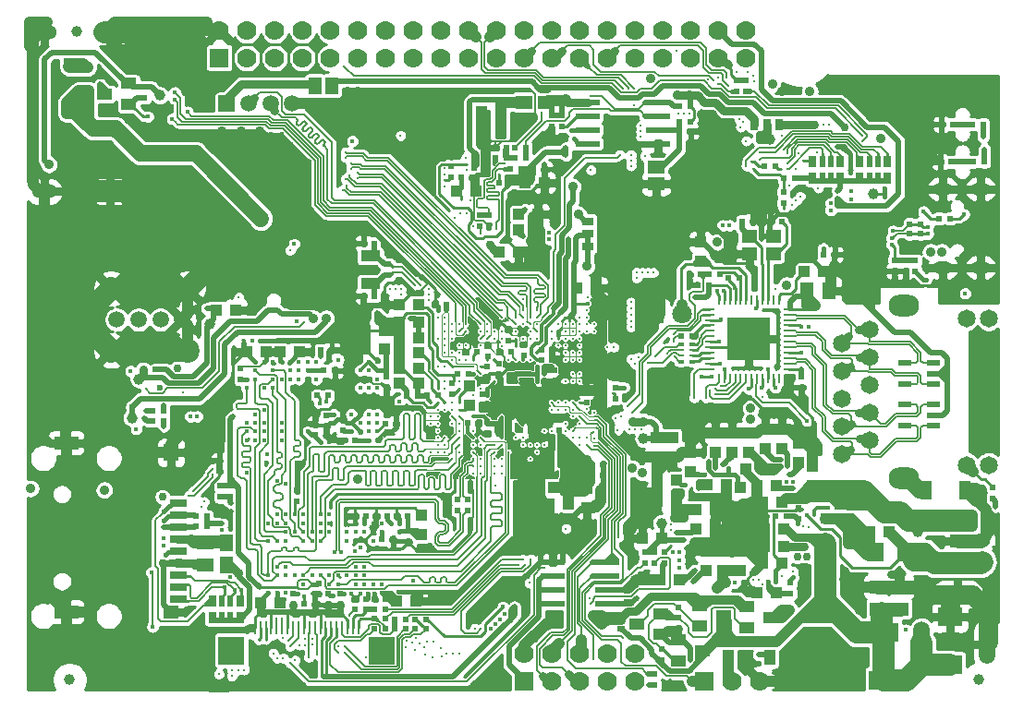
<source format=gbr>
%TF.GenerationSoftware,KiCad,Pcbnew,5.1.4-e60b266~84~ubuntu18.04.1*%
%TF.CreationDate,2025-05-23T09:22:49+03:00*%
%TF.ProjectId,A64-OlinuXino_Rev_H,4136342d-4f6c-4696-9e75-58696e6f5f52,H*%
%TF.SameCoordinates,PX5f5e100PY5f5e100*%
%TF.FileFunction,Copper,L6,Bot*%
%TF.FilePolarity,Positive*%
%FSLAX46Y46*%
G04 Gerber Fmt 4.6, Leading zero omitted, Abs format (unit mm)*
G04 Created by KiCad (PCBNEW 5.1.4-e60b266~84~ubuntu18.04.1) date 2025-05-23 09:22:49*
%MOMM*%
%LPD*%
G04 APERTURE LIST*
%TA.AperFunction,EtchedComponent*%
%ADD10C,0.508000*%
%TD*%
%TA.AperFunction,EtchedComponent*%
%ADD11C,0.254000*%
%TD*%
%TA.AperFunction,SMDPad,CuDef*%
%ADD12R,1.200000X0.550000*%
%TD*%
%TA.AperFunction,SMDPad,CuDef*%
%ADD13R,1.400000X1.000000*%
%TD*%
%TA.AperFunction,ComponentPad*%
%ADD14O,1.800000X1.200000*%
%TD*%
%TA.AperFunction,SMDPad,CuDef*%
%ADD15R,0.762000X0.508000*%
%TD*%
%TA.AperFunction,SMDPad,CuDef*%
%ADD16R,0.550000X0.500000*%
%TD*%
%TA.AperFunction,SMDPad,CuDef*%
%ADD17R,1.400000X1.200000*%
%TD*%
%TA.AperFunction,ComponentPad*%
%ADD18O,2.300000X1.300000*%
%TD*%
%TA.AperFunction,ComponentPad*%
%ADD19O,2.700000X1.300000*%
%TD*%
%TA.AperFunction,ConnectorPad*%
%ADD20C,1.000000*%
%TD*%
%TA.AperFunction,BGAPad,CuDef*%
%ADD21C,1.000000*%
%TD*%
%TA.AperFunction,ComponentPad*%
%ADD22O,2.800000X2.000000*%
%TD*%
%TA.AperFunction,ComponentPad*%
%ADD23C,1.650000*%
%TD*%
%TA.AperFunction,SMDPad,CuDef*%
%ADD24R,1.800000X1.000000*%
%TD*%
%TA.AperFunction,SMDPad,CuDef*%
%ADD25R,0.500000X0.550000*%
%TD*%
%TA.AperFunction,SMDPad,CuDef*%
%ADD26R,2.200000X0.600000*%
%TD*%
%TA.AperFunction,ComponentPad*%
%ADD27C,1.778000*%
%TD*%
%TA.AperFunction,ComponentPad*%
%ADD28R,1.778000X1.778000*%
%TD*%
%TA.AperFunction,ComponentPad*%
%ADD29C,5.500000*%
%TD*%
%TA.AperFunction,SMDPad,CuDef*%
%ADD30R,0.600000X0.350000*%
%TD*%
%TA.AperFunction,SMDPad,CuDef*%
%ADD31R,0.800000X0.950000*%
%TD*%
%TA.AperFunction,SMDPad,CuDef*%
%ADD32R,0.900000X0.350000*%
%TD*%
%TA.AperFunction,ComponentPad*%
%ADD33C,1.500000*%
%TD*%
%TA.AperFunction,ComponentPad*%
%ADD34C,2.200000*%
%TD*%
%TA.AperFunction,ComponentPad*%
%ADD35R,1.500000X1.500000*%
%TD*%
%TA.AperFunction,SMDPad,CuDef*%
%ADD36R,0.625000X0.325000*%
%TD*%
%TA.AperFunction,SMDPad,CuDef*%
%ADD37R,0.625000X0.250000*%
%TD*%
%TA.AperFunction,SMDPad,CuDef*%
%ADD38R,1.016000X1.016000*%
%TD*%
%TA.AperFunction,Conductor*%
%ADD39R,1.600000X0.700000*%
%TD*%
%TA.AperFunction,SMDPad,CuDef*%
%ADD40R,1.400000X1.600000*%
%TD*%
%TA.AperFunction,SMDPad,CuDef*%
%ADD41R,2.200000X1.200000*%
%TD*%
%TA.AperFunction,SMDPad,CuDef*%
%ADD42R,0.250000X1.300000*%
%TD*%
%TA.AperFunction,SMDPad,CuDef*%
%ADD43R,2.400000X2.600000*%
%TD*%
%TA.AperFunction,SMDPad,CuDef*%
%ADD44R,0.900000X0.250000*%
%TD*%
%TA.AperFunction,SMDPad,CuDef*%
%ADD45R,0.250000X0.900000*%
%TD*%
%TA.AperFunction,SMDPad,CuDef*%
%ADD46R,4.000000X4.000000*%
%TD*%
%TA.AperFunction,ComponentPad*%
%ADD47R,1.422400X1.422400*%
%TD*%
%TA.AperFunction,ComponentPad*%
%ADD48R,0.400000X0.400000*%
%TD*%
%TA.AperFunction,SMDPad,CuDef*%
%ADD49R,0.508000X1.016000*%
%TD*%
%TA.AperFunction,SMDPad,CuDef*%
%ADD50R,0.762000X1.016000*%
%TD*%
%TA.AperFunction,SMDPad,CuDef*%
%ADD51R,1.524000X1.270000*%
%TD*%
%TA.AperFunction,SMDPad,CuDef*%
%ADD52R,1.000000X1.400000*%
%TD*%
%TA.AperFunction,SMDPad,CuDef*%
%ADD53R,2.700000X1.800000*%
%TD*%
%TA.AperFunction,SMDPad,CuDef*%
%ADD54R,1.270000X1.524000*%
%TD*%
%TA.AperFunction,SMDPad,CuDef*%
%ADD55R,1.168400X1.600200*%
%TD*%
%TA.AperFunction,SMDPad,CuDef*%
%ADD56R,1.524000X1.778000*%
%TD*%
%TA.AperFunction,SMDPad,CuDef*%
%ADD57R,1.016000X0.762000*%
%TD*%
%TA.AperFunction,SMDPad,CuDef*%
%ADD58R,1.016000X1.778000*%
%TD*%
%TA.AperFunction,ComponentPad*%
%ADD59R,1.400000X1.400000*%
%TD*%
%TA.AperFunction,ComponentPad*%
%ADD60C,1.400000*%
%TD*%
%TA.AperFunction,ComponentPad*%
%ADD61C,1.800000*%
%TD*%
%TA.AperFunction,ComponentPad*%
%ADD62R,1.800000X1.800000*%
%TD*%
%TA.AperFunction,ComponentPad*%
%ADD63O,3.700000X1.500000*%
%TD*%
%TA.AperFunction,ComponentPad*%
%ADD64O,1.500000X3.600000*%
%TD*%
%TA.AperFunction,ComponentPad*%
%ADD65O,1.500000X3.900000*%
%TD*%
%TA.AperFunction,SMDPad,CuDef*%
%ADD66R,2.286000X1.778000*%
%TD*%
%TA.AperFunction,SMDPad,CuDef*%
%ADD67R,1.600200X1.168400*%
%TD*%
%TA.AperFunction,ViaPad*%
%ADD68C,0.750000*%
%TD*%
%TA.AperFunction,ViaPad*%
%ADD69C,0.900000*%
%TD*%
%TA.AperFunction,ViaPad*%
%ADD70C,0.450000*%
%TD*%
%TA.AperFunction,ViaPad*%
%ADD71C,0.327000*%
%TD*%
%TA.AperFunction,ViaPad*%
%ADD72C,0.600000*%
%TD*%
%TA.AperFunction,ViaPad*%
%ADD73C,0.406400*%
%TD*%
%TA.AperFunction,Conductor*%
%ADD74C,0.762000*%
%TD*%
%TA.AperFunction,Conductor*%
%ADD75C,2.032000*%
%TD*%
%TA.AperFunction,Conductor*%
%ADD76C,1.270000*%
%TD*%
%TA.AperFunction,Conductor*%
%ADD77C,0.508000*%
%TD*%
%TA.AperFunction,Conductor*%
%ADD78C,1.016000*%
%TD*%
%TA.AperFunction,Conductor*%
%ADD79C,1.524000*%
%TD*%
%TA.AperFunction,Conductor*%
%ADD80C,0.254000*%
%TD*%
%TA.AperFunction,Conductor*%
%ADD81C,1.778000*%
%TD*%
%TA.AperFunction,Conductor*%
%ADD82C,0.106600*%
%TD*%
%TA.AperFunction,Conductor*%
%ADD83C,0.406400*%
%TD*%
%TA.AperFunction,Conductor*%
%ADD84C,0.127000*%
%TD*%
%TA.AperFunction,Conductor*%
%ADD85C,0.203200*%
%TD*%
%TA.AperFunction,Conductor*%
%ADD86C,0.304800*%
%TD*%
%TA.AperFunction,Conductor*%
%ADD87C,0.711200*%
%TD*%
%TA.AperFunction,Conductor*%
%ADD88C,0.355600*%
%TD*%
G04 APERTURE END LIST*
D10*
%TO.C,3.3V/VCC-PE:2.8V1*%
X51892000Y41199000D02*
X51892000Y42342000D01*
D11*
%TO.C,R86*%
X82372000Y43231000D02*
X81356000Y43231000D01*
%TO.C,R87*%
X82372000Y42342000D02*
X81356000Y42342000D01*
%TO.C,R36*%
X31445000Y33452000D02*
X33223000Y33452000D01*
%TD*%
D12*
%TO.P,TVS2,1*%
%TO.N,/USB&HDMI\002CWiFi&BT\002CEthernet\002CLCD/MDI[2]-*%
X83545000Y26655000D03*
%TO.P,TVS2,2*%
%TO.N,GND*%
X83545000Y25705000D03*
%TO.P,TVS2,3*%
%TO.N,/USB&HDMI\002CWiFi&BT\002CEthernet\002CLCD/MDI[3]-*%
X83545000Y24755000D03*
%TO.P,TVS2,5*%
%TO.N,/USB&HDMI\002CWiFi&BT\002CEthernet\002CLCD/MDI[2]+*%
X80945000Y26655000D03*
%TO.P,TVS2,4*%
%TO.N,/USB&HDMI\002CWiFi&BT\002CEthernet\002CLCD/MDI[3]+*%
X80945000Y24755000D03*
%TD*%
%TO.P,TVS1,1*%
%TO.N,/USB&HDMI\002CWiFi&BT\002CEthernet\002CLCD/MDI[0]+*%
X83545000Y30465000D03*
%TO.P,TVS1,2*%
%TO.N,GND*%
X83545000Y29515000D03*
%TO.P,TVS1,3*%
%TO.N,/USB&HDMI\002CWiFi&BT\002CEthernet\002CLCD/MDI[1]+*%
X83545000Y28565000D03*
%TO.P,TVS1,5*%
%TO.N,/USB&HDMI\002CWiFi&BT\002CEthernet\002CLCD/MDI[0]-*%
X80945000Y30465000D03*
%TO.P,TVS1,4*%
%TO.N,/USB&HDMI\002CWiFi&BT\002CEthernet\002CLCD/MDI[1]-*%
X80945000Y28565000D03*
%TD*%
D13*
%TO.P,D3,2*%
%TO.N,+5V*%
X4521000Y54158000D03*
%TO.P,D3,1*%
%TO.N,Net-(D3-Pad1)*%
X4521000Y57958000D03*
%TD*%
D14*
%TO.P,USB-OTG1,0*%
%TO.N,GND*%
X87842000Y46450000D03*
X84372000Y46450000D03*
X84372000Y39250000D03*
X87842000Y39250000D03*
%TD*%
D15*
%TO.P,5V_E1,2*%
%TO.N,+5V*%
X54940000Y6909000D03*
%TO.P,5V_E1,1*%
%TO.N,+5V_EXT*%
X54940000Y6147000D03*
%TD*%
D13*
%TO.P,U16,1*%
%TO.N,Net-(FET3-Pad1)*%
X60190000Y3165000D03*
%TO.P,U16,2*%
%TO.N,GND*%
X60190000Y5065000D03*
%TO.P,U16,3*%
%TO.N,+5V_EXT*%
X62390000Y4115000D03*
%TD*%
D16*
%TO.P,R24,2*%
%TO.N,Net-(FET2-Pad1)*%
X60147000Y8052000D03*
%TO.P,R24,1*%
%TO.N,+5V*%
X60147000Y9068000D03*
%TD*%
%TO.P,R22,1*%
%TO.N,GND*%
X60147000Y6147000D03*
%TO.P,R22,2*%
%TO.N,Net-(FET3-Pad1)*%
X60147000Y7163000D03*
%TD*%
%TO.P,R20,1*%
%TO.N,Net-(FET3-Pad1)*%
X58623000Y4242000D03*
%TO.P,R20,2*%
%TO.N,+5V_EXT*%
X58623000Y3226000D03*
%TD*%
D13*
%TO.P,FET4,3*%
%TO.N,Net-(FET2-Pad1)*%
X56377640Y6530540D03*
%TO.P,FET4,2*%
%TO.N,GND*%
X58587440Y5575500D03*
%TO.P,FET4,1*%
%TO.N,Net-(FET3-Pad1)*%
X58587440Y7477960D03*
%TD*%
%TO.P,FET3,1*%
%TO.N,Net-(FET3-Pad1)*%
X66405560Y6213040D03*
%TO.P,FET3,2*%
%TO.N,+5V*%
X66405560Y8115500D03*
%TO.P,FET3,3*%
%TO.N,Net-(C143-Pad2)*%
X68615360Y7160460D03*
%TD*%
D17*
%TO.P,Q4,3*%
%TO.N,GND*%
X68867000Y42126000D03*
X66667000Y40526000D03*
%TO.P,Q4,2*%
%TO.N,Net-(C213-Pad2)*%
X66667000Y42126000D03*
%TO.P,Q4,1*%
%TO.N,Net-(C212-Pad2)*%
X68867000Y40526000D03*
%TD*%
D18*
%TO.P,HDMI1,0*%
%TO.N,GND*%
X2055000Y60818000D03*
X2055000Y46218000D03*
D19*
X8105000Y46218000D03*
X8105000Y60818000D03*
%TD*%
D20*
%TO.P,FID4,Fid1*%
%TO.N,N/C*%
X5029000Y60884000D03*
%TD*%
%TO.P,FID6,Fid1*%
%TO.N,N/C*%
X87706000Y1448000D03*
%TD*%
D21*
%TO.P,FID5,Fid1*%
%TO.N,N/C*%
X4394000Y1448000D03*
%TD*%
D22*
%TO.P,LAN1,SH2*%
%TO.N,Net-(C196-Pad2)*%
X80823000Y19964000D03*
%TO.P,LAN1,SH1*%
X80823000Y35764000D03*
D23*
%TO.P,LAN1,14*%
%TO.N,/USB&HDMI\002CWiFi&BT\002CEthernet\002CLCD/PHYAD0*%
X88595000Y21133000D03*
%TO.P,LAN1,13*%
%TO.N,/USB&HDMI\002CWiFi&BT\002CEthernet\002CLCD/VDD33*%
X86563000Y21133000D03*
%TO.P,LAN1,12*%
%TO.N,/USB&HDMI\002CWiFi&BT\002CEthernet\002CLCD/PHYAD1*%
X88595000Y34595000D03*
%TO.P,LAN1,11*%
%TO.N,/USB&HDMI\002CWiFi&BT\002CEthernet\002CLCD/VDD33*%
X86563000Y34595000D03*
%TO.P,LAN1,10*%
%TO.N,/USB&HDMI\002CWiFi&BT\002CEthernet\002CLCD/MDI[3]-*%
X75133000Y22149000D03*
%TO.P,LAN1,9*%
%TO.N,/USB&HDMI\002CWiFi&BT\002CEthernet\002CLCD/MDI[3]+*%
X77673000Y23419000D03*
%TO.P,LAN1,8*%
%TO.N,/USB&HDMI\002CWiFi&BT\002CEthernet\002CLCD/MDI[2]-*%
X75133000Y24689000D03*
%TO.P,LAN1,7*%
%TO.N,/USB&HDMI\002CWiFi&BT\002CEthernet\002CLCD/MDI[2]+*%
X77673000Y25959000D03*
%TO.P,LAN1,6*%
%TO.N,Net-(C200-Pad2)*%
X75133000Y27229000D03*
%TO.P,LAN1,5*%
%TO.N,Net-(C199-Pad2)*%
X77673000Y28499000D03*
%TO.P,LAN1,4*%
%TO.N,/USB&HDMI\002CWiFi&BT\002CEthernet\002CLCD/MDI[1]-*%
X75133000Y29769000D03*
%TO.P,LAN1,3*%
%TO.N,/USB&HDMI\002CWiFi&BT\002CEthernet\002CLCD/MDI[1]+*%
X77673000Y31039000D03*
%TO.P,LAN1,2*%
%TO.N,/USB&HDMI\002CWiFi&BT\002CEthernet\002CLCD/MDI[0]-*%
X75133000Y32309000D03*
%TO.P,LAN1,1*%
%TO.N,/USB&HDMI\002CWiFi&BT\002CEthernet\002CLCD/MDI[0]+*%
X77673000Y33579000D03*
%TD*%
D24*
%TO.P,Q2,2*%
%TO.N,Net-(C184-Pad1)*%
X31953000Y37790000D03*
%TO.P,Q2,1*%
%TO.N,Net-(C183-Pad1)*%
X31953000Y40290000D03*
%TD*%
D25*
%TO.P,R15,2*%
%TO.N,/NAND Flash \002C eMMC\002C T-Card and Audio/NAND0-ALE\005CSDC2-DS*%
X44399000Y49327000D03*
%TO.P,R15,1*%
%TO.N,Net-(R15-Pad1)*%
X43383000Y49327000D03*
%TD*%
D26*
%TO.P,U4,8*%
%TO.N,+3.3V*%
X53649501Y8432999D03*
%TO.P,U4,7*%
%TO.N,GND*%
X53649501Y9702999D03*
%TO.P,U4,6*%
%TO.N,TWI1-SCK*%
X53649501Y10972999D03*
%TO.P,U4,5*%
%TO.N,TWI1-SDA*%
X53649501Y12242999D03*
%TO.P,U4,4*%
%TO.N,GND*%
X48649501Y12242999D03*
%TO.P,U4,3*%
%TO.N,+3.3V*%
X48649501Y10972999D03*
%TO.P,U4,2*%
X48649501Y9702999D03*
%TO.P,U4,1*%
X48649501Y8432999D03*
%TD*%
D16*
%TO.P,C39,2*%
%TO.N,GND*%
X55448000Y9576000D03*
%TO.P,C39,1*%
%TO.N,+3.3V*%
X55448000Y8560000D03*
%TD*%
D25*
%TO.P,R66,2*%
%TO.N,/NAND Flash \002C eMMC\002C T-Card and Audio/NAND0-ALE\005CSDC2-DS*%
X45161000Y49327000D03*
%TO.P,R66,1*%
%TO.N,SPI0_MISO*%
X46177000Y49327000D03*
%TD*%
D16*
%TO.P,C94,2*%
%TO.N,GND*%
X42811500Y43040500D03*
%TO.P,C94,1*%
%TO.N,/NAND Flash \002C eMMC\002C T-Card and Audio/eMMC_CLK*%
X42811500Y44056500D03*
%TD*%
D27*
%TO.P,UEXT1,4*%
%TO.N,UART3-RX*%
X48590000Y3861000D03*
%TO.P,UEXT1,3*%
%TO.N,UART3-TX*%
X48590000Y1321000D03*
%TO.P,UEXT1,2*%
%TO.N,GND*%
X46050000Y3861000D03*
D28*
%TO.P,UEXT1,1*%
%TO.N,+3.3V*%
X46050000Y1321000D03*
D27*
%TO.P,UEXT1,5*%
%TO.N,TWI1-SCK*%
X51130000Y1321000D03*
%TO.P,UEXT1,6*%
%TO.N,TWI1-SDA*%
X51130000Y3861000D03*
%TO.P,UEXT1,8*%
%TO.N,/Power Supply\002C Extensions and MiPi-DSI/UEXT-MOSI*%
X53670000Y3861000D03*
%TO.P,UEXT1,7*%
%TO.N,/Power Supply\002C Extensions and MiPi-DSI/UEXT-MISO*%
X53670000Y1321000D03*
%TO.P,UEXT1,9*%
%TO.N,/Power Supply\002C Extensions and MiPi-DSI/UEXT-CLK*%
X56210000Y1321000D03*
%TO.P,UEXT1,10*%
%TO.N,/Power Supply\002C Extensions and MiPi-DSI/UEXT-CS*%
X56210000Y3861000D03*
%TD*%
D29*
%TO.P,Mounting_hole2,0*%
%TO.N,GND*%
X14500000Y3400000D03*
%TD*%
%TO.P,Mounting_hole3,0*%
%TO.N,GND*%
X13000000Y59100000D03*
%TD*%
%TO.P,Mounting_hole1,0*%
%TO.N,GND*%
X72800000Y3400000D03*
%TD*%
D25*
%TO.P,R131,2*%
%TO.N,Net-(MIPI-DSI1-Pad16)*%
X36017000Y6972500D03*
%TO.P,R131,1*%
%TO.N,IPS*%
X37033000Y6972500D03*
%TD*%
%TO.P,R132,2*%
%TO.N,Net-(MIPI-DSI1-Pad20)*%
X32334000Y7036000D03*
%TO.P,R132,1*%
%TO.N,/Power Supply\002C Extensions and MiPi-DSI/MIPI-DSI-BKL*%
X33350000Y7036000D03*
%TD*%
%TO.P,R127,2*%
%TO.N,/Power Supply\002C Extensions and MiPi-DSI/MIPI-DSI-RST*%
X35191500Y6972500D03*
%TO.P,R127,1*%
%TO.N,Net-(MIPI-DSI1-Pad17)*%
X34175500Y6972500D03*
%TD*%
%TO.P,R128,2*%
%TO.N,/Power Supply\002C Extensions and MiPi-DSI/MIPI-DSI-EN*%
X33350000Y7925000D03*
%TO.P,R128,1*%
%TO.N,Net-(MIPI-DSI1-Pad19)*%
X32334000Y7925000D03*
%TD*%
%TO.P,R129,2*%
%TO.N,Net-(MIPI-DSI1-Pad16)*%
X37033000Y6083500D03*
%TO.P,R129,1*%
%TO.N,/Power Supply\002C Extensions and MiPi-DSI/DSI-D3N*%
X36017000Y6083500D03*
%TD*%
%TO.P,R130,2*%
%TO.N,Net-(MIPI-DSI1-Pad20)*%
X33350000Y6083500D03*
%TO.P,R130,1*%
%TO.N,/Power Supply\002C Extensions and MiPi-DSI/DSI-D2P*%
X32334000Y6083500D03*
%TD*%
%TO.P,R126,2*%
%TO.N,/Power Supply\002C Extensions and MiPi-DSI/DSI-D2N*%
X30556000Y7925000D03*
%TO.P,R126,1*%
%TO.N,Net-(MIPI-DSI1-Pad19)*%
X31572000Y7925000D03*
%TD*%
%TO.P,R125,2*%
%TO.N,/Power Supply\002C Extensions and MiPi-DSI/DSI-D3P*%
X35191500Y6083500D03*
%TO.P,R125,1*%
%TO.N,Net-(MIPI-DSI1-Pad17)*%
X34175500Y6083500D03*
%TD*%
%TO.P,R121,2*%
%TO.N,SPI0_MISO*%
X46177000Y50216000D03*
%TO.P,R121,1*%
%TO.N,/Power Supply\002C Extensions and MiPi-DSI/UEXT-MISO*%
X45161000Y50216000D03*
%TD*%
D30*
%TO.P,T1,8*%
%TO.N,IPS*%
X74752000Y17211000D03*
D31*
%TO.P,T1,7*%
%TO.N,Net-(C135-Pad1)*%
X74752000Y16211000D03*
D32*
%TO.P,T1,6*%
X75852000Y15911000D03*
%TO.P,T1,5*%
X75852000Y16561000D03*
%TO.P,T1,4*%
%TO.N,IPS*%
X75852000Y17211000D03*
%TO.P,T1,3*%
%TO.N,Net-(T1-Pad3)*%
X73652000Y17211000D03*
%TO.P,T1,2*%
%TO.N,Net-(C135-Pad1)*%
X73652000Y16561000D03*
%TO.P,T1,1*%
X73652000Y15911000D03*
%TD*%
D33*
%TO.P,USB1,4*%
%TO.N,GND*%
X14712000Y34468000D03*
%TO.P,USB1,3*%
%TO.N,/USB&HDMI\002CWiFi&BT\002CEthernet\002CLCD/USB1-DP*%
X12712000Y34468000D03*
%TO.P,USB1,2*%
%TO.N,/USB&HDMI\002CWiFi&BT\002CEthernet\002CLCD/USB1-DM*%
X10712000Y34468000D03*
%TO.P,USB1,1*%
%TO.N,Net-(C74-Pad1)*%
X8712000Y34468000D03*
D34*
%TO.P,USB1,0*%
%TO.N,GND*%
X8212000Y31618000D03*
X8212000Y37318000D03*
X15212000Y31618000D03*
X15212000Y37318000D03*
%TD*%
D33*
%TO.P,HSIC1,4*%
%TO.N,GND*%
X24793000Y54280000D03*
%TO.P,HSIC1,3*%
%TO.N,Net-(HSIC1-Pad3)*%
X22793000Y54280000D03*
%TO.P,HSIC1,2*%
%TO.N,Net-(HSIC1-Pad2)*%
X20793000Y54280000D03*
D35*
%TO.P,HSIC1,1*%
%TO.N,Net-(HSIC1-Pad1)*%
X18793000Y54280000D03*
%TD*%
D36*
%TO.P,RM15,4.2*%
%TO.N,/USB&HDMI\002CWiFi&BT\002CEthernet\002CLCD/GRXD3\005CLCD_D12*%
X60396500Y30630000D03*
%TO.P,RM15,4.1*%
%TO.N,Net-(RM15-Pad4.1)*%
X61421500Y30630000D03*
D37*
%TO.P,RM15,3.2*%
%TO.N,/USB&HDMI\002CWiFi&BT\002CEthernet\002CLCD/GRXD2\005CLCD_D13*%
X60396500Y31170000D03*
%TO.P,RM15,3.1*%
%TO.N,Net-(RM15-Pad3.1)*%
X61421500Y31170000D03*
%TO.P,RM15,2.2*%
%TO.N,/USB&HDMI\002CWiFi&BT\002CEthernet\002CLCD/GRXD1\005CLCD_D14*%
X60396500Y31670000D03*
%TO.P,RM15,2.1*%
%TO.N,Net-(RM15-Pad2.1)*%
X61421500Y31670000D03*
D36*
%TO.P,RM15,1.2*%
%TO.N,/USB&HDMI\002CWiFi&BT\002CEthernet\002CLCD/GRXD0\005CLCD_D15*%
X60396500Y32210000D03*
%TO.P,RM15,1.1*%
%TO.N,Net-(RM15-Pad1.1)*%
X61421500Y32210000D03*
%TD*%
D25*
%TO.P,R62,2*%
%TO.N,GND*%
X43383000Y50216000D03*
%TO.P,R62,1*%
%TO.N,/NAND Flash \002C eMMC\002C T-Card and Audio/NAND0-ALE\005CSDC2-DS*%
X44399000Y50216000D03*
%TD*%
D38*
%TO.P,C162,2*%
%TO.N,/Power Supply\002C Extensions and MiPi-DSI/3.3V_MIPI*%
X61290000Y20498000D03*
%TO.P,C162,1*%
%TO.N,GND*%
X61290000Y22276000D03*
%TD*%
D26*
%TO.P,U12,8*%
%TO.N,+3.3V*%
X51832000Y54407000D03*
%TO.P,U12,7*%
%TO.N,Net-(R57-Pad1)*%
X51832000Y53137000D03*
%TO.P,U12,6*%
%TO.N,SPI0_CLK*%
X51832000Y51867000D03*
%TO.P,U12,5*%
%TO.N,SPI0_MOSI*%
X51832000Y50597000D03*
%TO.P,U12,4*%
%TO.N,GND*%
X58302000Y50597000D03*
%TO.P,U12,3*%
%TO.N,Net-(R55-Pad1)*%
X58302000Y51867000D03*
%TO.P,U12,2*%
%TO.N,SPI0_MISO*%
X58302000Y53137000D03*
%TO.P,U12,1*%
%TO.N,SPI0_CS*%
X58302000Y54407000D03*
%TD*%
D39*
%TO.N,/NAND Flash \002C eMMC\002C T-Card and Audio/SDC0-D2*%
%TO.C,MICRO_SD1*%
X14315000Y17668000D03*
%TO.N,/NAND Flash \002C eMMC\002C T-Card and Audio/SDC0-D3*%
X14315000Y16568000D03*
%TO.N,/NAND Flash \002C eMMC\002C T-Card and Audio/SDC0-CMD*%
X14315000Y15468000D03*
%TO.N,Net-(C64-Pad1)*%
X14315000Y14368000D03*
%TO.N,Net-(MICRO_SD1-Pad5)*%
X14315000Y13268000D03*
%TO.N,GND*%
X14315000Y12168000D03*
%TO.N,/NAND Flash \002C eMMC\002C T-Card and Audio/SDC0-D0*%
X14315000Y11068000D03*
%TO.N,/NAND Flash \002C eMMC\002C T-Card and Audio/SDC0-D1*%
X14315000Y9968000D03*
%TO.N,/NAND Flash \002C eMMC\002C T-Card and Audio/SDC0-DET#*%
X14315000Y8868000D03*
D17*
%TD*%
%TO.P,MICRO_SD1,10*%
%TO.N,GND*%
X13685000Y7668000D03*
D40*
%TO.P,MICRO_SD1,11*%
%TO.N,GND*%
X13685000Y22268000D03*
D41*
%TO.P,MICRO_SD1,12*%
X4085000Y7668000D03*
%TO.P,MICRO_SD1,13*%
X4085000Y23168000D03*
%TD*%
D42*
%TO.P,MIPI-DSI1,1*%
%TO.N,GND*%
X21361000Y6230000D03*
%TO.P,MIPI-DSI1,2*%
%TO.N,/Power Supply\002C Extensions and MiPi-DSI/DSI-D1N*%
X21861000Y6230000D03*
%TO.P,MIPI-DSI1,3*%
%TO.N,/Power Supply\002C Extensions and MiPi-DSI/DSI-D1P*%
X22361000Y6230000D03*
%TO.P,MIPI-DSI1,4*%
%TO.N,GND*%
X22861000Y6230000D03*
%TO.P,MIPI-DSI1,5*%
%TO.N,/Power Supply\002C Extensions and MiPi-DSI/DSI-CKN*%
X23361000Y6230000D03*
%TO.P,MIPI-DSI1,6*%
%TO.N,/Power Supply\002C Extensions and MiPi-DSI/DSI-CKP*%
X23861000Y6230000D03*
%TO.P,MIPI-DSI1,7*%
%TO.N,GND*%
X24361000Y6230000D03*
%TO.P,MIPI-DSI1,8*%
%TO.N,/Power Supply\002C Extensions and MiPi-DSI/DSI-D0N*%
X24861000Y6230000D03*
%TO.P,MIPI-DSI1,9*%
%TO.N,/Power Supply\002C Extensions and MiPi-DSI/DSI-D0P*%
X25361000Y6230000D03*
%TO.P,MIPI-DSI1,10*%
%TO.N,GND*%
X25861000Y6230000D03*
%TO.P,MIPI-DSI1,11*%
%TO.N,TWI0-SCK*%
X26361000Y6230000D03*
%TO.P,MIPI-DSI1,12*%
%TO.N,TWI0-SDA*%
X26861000Y6230000D03*
%TO.P,MIPI-DSI1,13*%
%TO.N,GND*%
X27361000Y6230000D03*
%TO.P,MIPI-DSI1,14*%
%TO.N,/Power Supply\002C Extensions and MiPi-DSI/3.3V_MIPI*%
X27861000Y6230000D03*
%TO.P,MIPI-DSI1,15*%
X28361000Y6230000D03*
%TO.P,MIPI-DSI1,16*%
%TO.N,Net-(MIPI-DSI1-Pad16)*%
X28861000Y6230000D03*
%TO.P,MIPI-DSI1,17*%
%TO.N,Net-(MIPI-DSI1-Pad17)*%
X29361000Y6230000D03*
%TO.P,MIPI-DSI1,18*%
%TO.N,GND*%
X29861000Y6230000D03*
%TO.P,MIPI-DSI1,19*%
%TO.N,Net-(MIPI-DSI1-Pad19)*%
X30361000Y6230000D03*
%TO.P,MIPI-DSI1,20*%
%TO.N,Net-(MIPI-DSI1-Pad20)*%
X30861000Y6230000D03*
D43*
%TO.P,MIPI-DSI1,0*%
%TO.N,N/C*%
X19211000Y4130000D03*
X33011000Y4130000D03*
%TD*%
D44*
%TO.P,U15,1*%
%TO.N,/USB&HDMI\002CWiFi&BT\002CEthernet\002CLCD/VDD33*%
X70224000Y35440000D03*
%TO.P,U15,2*%
%TO.N,/USB&HDMI\002CWiFi&BT\002CEthernet\002CLCD/MDI[0]+*%
X70224000Y34940000D03*
%TO.P,U15,3*%
%TO.N,/USB&HDMI\002CWiFi&BT\002CEthernet\002CLCD/MDI[0]-*%
X70224000Y34440000D03*
%TO.P,U15,4*%
%TO.N,Net-(C207-Pad2)*%
X70224000Y33940000D03*
%TO.P,U15,5*%
%TO.N,/USB&HDMI\002CWiFi&BT\002CEthernet\002CLCD/MDI[1]+*%
X70224000Y33440000D03*
%TO.P,U15,6*%
%TO.N,/USB&HDMI\002CWiFi&BT\002CEthernet\002CLCD/MDI[1]-*%
X70224000Y32940000D03*
%TO.P,U15,7*%
%TO.N,/USB&HDMI\002CWiFi&BT\002CEthernet\002CLCD/MDI[2]+*%
X70224000Y32440000D03*
%TO.P,U15,8*%
%TO.N,/USB&HDMI\002CWiFi&BT\002CEthernet\002CLCD/MDI[2]-*%
X70224000Y31940000D03*
%TO.P,U15,9*%
%TO.N,Net-(C207-Pad2)*%
X70224000Y31440000D03*
%TO.P,U15,10*%
%TO.N,/USB&HDMI\002CWiFi&BT\002CEthernet\002CLCD/MDI[3]+*%
X70224000Y30940000D03*
%TO.P,U15,11*%
%TO.N,/USB&HDMI\002CWiFi&BT\002CEthernet\002CLCD/MDI[3]-*%
X70224000Y30440000D03*
%TO.P,U15,12*%
%TO.N,/USB&HDMI\002CWiFi&BT\002CEthernet\002CLCD/VDD33*%
X70224000Y29940000D03*
D45*
%TO.P,U15,13*%
%TO.N,Net-(U15-Pad13)*%
X69374000Y29090000D03*
%TO.P,U15,14*%
%TO.N,Net-(C204-Pad2)*%
X68874000Y29090000D03*
%TO.P,U15,15*%
%TO.N,Net-(R113-Pad2)*%
X68374000Y29090000D03*
%TO.P,U15,16*%
%TO.N,/USB&HDMI\002CWiFi&BT\002CEthernet\002CLCD/VDD33*%
X67874000Y29090000D03*
%TO.P,U15,17*%
%TO.N,Net-(R111-Pad2)*%
X67374000Y29090000D03*
%TO.P,U15,18*%
%TO.N,Net-(C204-Pad2)*%
X66874000Y29090000D03*
%TO.P,U15,19*%
%TO.N,/USB&HDMI\002CWiFi&BT\002CEthernet\002CLCD/GTXD0\005CLCD_CLK*%
X66374000Y29090000D03*
%TO.P,U15,20*%
%TO.N,/USB&HDMI\002CWiFi&BT\002CEthernet\002CLCD/GTXD1\005CLCD_D23*%
X65874000Y29090000D03*
%TO.P,U15,21*%
%TO.N,/USB&HDMI\002CWiFi&BT\002CEthernet\002CLCD/GTXD2\005CLCD_D22*%
X65374000Y29090000D03*
%TO.P,U15,22*%
%TO.N,/USB&HDMI\002CWiFi&BT\002CEthernet\002CLCD/GTXD3\005CLCD_D21*%
X64874000Y29090000D03*
%TO.P,U15,23*%
%TO.N,Net-(C204-Pad2)*%
X64374000Y29090000D03*
%TO.P,U15,24*%
%TO.N,/USB&HDMI\002CWiFi&BT\002CEthernet\002CLCD/GTXCK\005CLCD_DE*%
X63874000Y29090000D03*
D44*
%TO.P,U15,25*%
%TO.N,/USB&HDMI\002CWiFi&BT\002CEthernet\002CLCD/GTXCTL\005CLCD_HSYNC*%
X63024000Y29940000D03*
%TO.P,U15,26*%
%TO.N,Net-(C204-Pad2)*%
X63024000Y30440000D03*
%TO.P,U15,27*%
%TO.N,Net-(RM15-Pad4.1)*%
X63024000Y30940000D03*
%TO.P,U15,28*%
%TO.N,Net-(RM15-Pad3.1)*%
X63024000Y31440000D03*
%TO.P,U15,29*%
%TO.N,GND*%
X63024000Y31940000D03*
%TO.P,U15,30*%
%TO.N,Net-(C204-Pad2)*%
X63024000Y32440000D03*
%TO.P,U15,31*%
%TO.N,Net-(RM15-Pad2.1)*%
X63024000Y32940000D03*
%TO.P,U15,32*%
%TO.N,Net-(RM15-Pad1.1)*%
X63024000Y33440000D03*
%TO.P,U15,33*%
%TO.N,Net-(R105-Pad2)*%
X63024000Y33940000D03*
%TO.P,U15,34*%
%TO.N,/USB&HDMI\002CWiFi&BT\002CEthernet\002CLCD/VDD33*%
X63024000Y34440000D03*
%TO.P,U15,35*%
%TO.N,Net-(R107-Pad1)*%
X63024000Y34940000D03*
%TO.P,U15,36*%
%TO.N,/USB&HDMI\002CWiFi&BT\002CEthernet\002CLCD/GMDC\005CLCD-PWM*%
X63024000Y35440000D03*
D45*
%TO.P,U15,37*%
%TO.N,/USB&HDMI\002CWiFi&BT\002CEthernet\002CLCD/GMDIO\005CLCD_PWR*%
X63874000Y36290000D03*
%TO.P,U15,38*%
%TO.N,Net-(R119-Pad1)*%
X64374000Y36290000D03*
%TO.P,U15,39*%
%TO.N,Net-(C204-Pad2)*%
X64874000Y36290000D03*
%TO.P,U15,40*%
%TO.N,/USB&HDMI\002CWiFi&BT\002CEthernet\002CLCD/VDD33*%
X65374000Y36290000D03*
%TO.P,U15,41*%
%TO.N,Net-(R109-Pad2)*%
X65874000Y36290000D03*
%TO.P,U15,42*%
%TO.N,Net-(C211-Pad2)*%
X66374000Y36290000D03*
%TO.P,U15,43*%
%TO.N,Net-(U15-Pad43)*%
X66874000Y36290000D03*
%TO.P,U15,44*%
%TO.N,Net-(C207-Pad2)*%
X67374000Y36290000D03*
%TO.P,U15,45*%
%TO.N,Net-(C213-Pad2)*%
X67874000Y36290000D03*
%TO.P,U15,46*%
%TO.N,Net-(C212-Pad2)*%
X68374000Y36290000D03*
%TO.P,U15,47*%
%TO.N,Net-(U15-Pad47)*%
X68874000Y36290000D03*
%TO.P,U15,48*%
%TO.N,Net-(R115-Pad1)*%
X69374000Y36290000D03*
D46*
%TO.P,U15,49*%
%TO.N,GND*%
X66624000Y32690000D03*
D47*
X66624000Y32690000D03*
%TD*%
%TO.P,U14,69*%
%TO.N,GND*%
X65862000Y15354500D03*
D48*
X68062000Y16154500D03*
X67362000Y16154500D03*
X66662000Y16154500D03*
X66662000Y16854500D03*
X66662000Y17554500D03*
X65062000Y17554500D03*
X65062000Y16854500D03*
X65062000Y16154500D03*
X64362000Y16154500D03*
X63662000Y16154500D03*
X63662000Y14554500D03*
X64362000Y14554500D03*
X65062000Y14554500D03*
X65062000Y13854500D03*
X65062000Y13154500D03*
X66662000Y13154500D03*
X66662000Y13854500D03*
X66662000Y14554500D03*
X67362000Y14554500D03*
X68062000Y14554500D03*
%TD*%
D49*
%TO.P,RM9,3.1*%
%TO.N,+3.3VWiFiIO*%
X77673000Y47422000D03*
%TO.P,RM9,2.1*%
X78435000Y47422000D03*
%TO.P,RM9,3.2*%
%TO.N,/USB&HDMI\002CWiFi&BT\002CEthernet\002CLCD/WL-SDIO-D2*%
X77673000Y48946000D03*
%TO.P,RM9,2.2*%
%TO.N,/USB&HDMI\002CWiFi&BT\002CEthernet\002CLCD/WL-SDIO-D3*%
X78435000Y48946000D03*
D50*
%TO.P,RM9,4.1*%
%TO.N,+3.3VWiFiIO*%
X76784000Y47422000D03*
%TO.P,RM9,4.2*%
%TO.N,/USB&HDMI\002CWiFi&BT\002CEthernet\002CLCD/WL-PMU-EN*%
X76784000Y48946000D03*
%TO.P,RM9,1.1*%
%TO.N,+3.3VWiFiIO*%
X79324000Y47422000D03*
%TO.P,RM9,1.2*%
%TO.N,/USB&HDMI\002CWiFi&BT\002CEthernet\002CLCD/WL-SDIO-D0*%
X79324000Y48946000D03*
%TD*%
D16*
%TO.P,R93,2*%
%TO.N,Net-(C184-Pad1)*%
X33604000Y38532000D03*
%TO.P,R93,1*%
%TO.N,Net-(C183-Pad1)*%
X33604000Y39548000D03*
%TD*%
%TO.P,R46,2*%
%TO.N,/USB&HDMI\002CWiFi&BT\002CEthernet\002CLCD/HCEC*%
X11252000Y54788000D03*
%TO.P,R46,1*%
%TO.N,+3.3VD*%
X11252000Y55804000D03*
%TD*%
%TO.P,C1,2*%
%TO.N,GND*%
X35400000Y14092000D03*
%TO.P,C1,1*%
%TO.N,+1.5V*%
X35400000Y15108000D03*
%TD*%
D25*
%TO.P,C2,2*%
%TO.N,GND*%
X34366000Y16434000D03*
%TO.P,C2,1*%
%TO.N,+1.5V*%
X35382000Y16434000D03*
%TD*%
%TO.P,C3,2*%
%TO.N,GND*%
X32461000Y16434000D03*
%TO.P,C3,1*%
%TO.N,+1.5V*%
X33477000Y16434000D03*
%TD*%
%TO.P,C4,2*%
%TO.N,GND*%
X30556000Y16434000D03*
%TO.P,C4,1*%
%TO.N,+1.5V*%
X31572000Y16434000D03*
%TD*%
D38*
%TO.P,C5,2*%
%TO.N,GND*%
X36144000Y8623500D03*
%TO.P,C5,1*%
%TO.N,+1.5V*%
X34366000Y8623500D03*
%TD*%
D16*
%TO.P,C6,2*%
%TO.N,GND*%
X29159000Y8306000D03*
%TO.P,C6,1*%
%TO.N,+1.5V*%
X29159000Y9322000D03*
%TD*%
%TO.P,C7,2*%
%TO.N,GND*%
X24841000Y8306000D03*
%TO.P,C7,1*%
%TO.N,+1.5V*%
X24841000Y9322000D03*
%TD*%
%TO.P,C8,2*%
%TO.N,GND*%
X25200000Y18808000D03*
%TO.P,C8,1*%
%TO.N,+1.5V*%
X25200000Y17792000D03*
%TD*%
%TO.P,C9,2*%
%TO.N,GND*%
X29413000Y25324000D03*
%TO.P,C9,1*%
%TO.N,+1.5V*%
X29413000Y24308000D03*
%TD*%
D38*
%TO.P,C10,2*%
%TO.N,GND*%
X25489000Y31500000D03*
%TO.P,C10,1*%
%TO.N,+1.5V*%
X23711000Y31500000D03*
%TD*%
D16*
%TO.P,C11,2*%
%TO.N,/VREF0_DDR3*%
X19100000Y19208000D03*
%TO.P,C11,1*%
%TO.N,+1.5V*%
X19100000Y18192000D03*
%TD*%
D25*
%TO.P,C12,2*%
%TO.N,GND*%
X34008000Y14300000D03*
%TO.P,C12,1*%
%TO.N,+1.5V*%
X32992000Y14300000D03*
%TD*%
%TO.P,C13,2*%
%TO.N,GND*%
X32334000Y8814000D03*
%TO.P,C13,1*%
%TO.N,+1.5V*%
X33350000Y8814000D03*
%TD*%
%TO.P,C14,2*%
%TO.N,GND*%
X30556000Y8814000D03*
%TO.P,C14,1*%
%TO.N,+1.5V*%
X31572000Y8814000D03*
%TD*%
D16*
%TO.P,C15,2*%
%TO.N,GND*%
X33400000Y28192000D03*
%TO.P,C15,1*%
%TO.N,+1.5V*%
X33400000Y29208000D03*
%TD*%
D38*
%TO.P,C16,2*%
%TO.N,GND*%
X21911000Y8500000D03*
%TO.P,C16,1*%
%TO.N,+1.5V*%
X23689000Y8500000D03*
%TD*%
D25*
%TO.P,C17,2*%
%TO.N,GND*%
X44608000Y24900000D03*
%TO.P,C17,1*%
%TO.N,+1.5V*%
X43592000Y24900000D03*
%TD*%
%TO.P,C18,2*%
%TO.N,GND*%
X46708000Y24300000D03*
%TO.P,C18,1*%
%TO.N,+1.5V*%
X45692000Y24300000D03*
%TD*%
%TO.P,C19,2*%
%TO.N,GND*%
X29540000Y23419000D03*
%TO.P,C19,1*%
%TO.N,+1.5V*%
X30556000Y23419000D03*
%TD*%
%TO.P,C20,2*%
%TO.N,GND*%
X28708000Y29800000D03*
%TO.P,C20,1*%
%TO.N,+1.5V*%
X27692000Y29800000D03*
%TD*%
D38*
%TO.P,C21,2*%
%TO.N,GND*%
X31445000Y31801000D03*
%TO.P,C21,1*%
%TO.N,+1.5V*%
X33223000Y31801000D03*
%TD*%
D25*
%TO.P,C22,2*%
%TO.N,/S0SVREF*%
X40892000Y25000000D03*
%TO.P,C22,1*%
%TO.N,GND*%
X41908000Y25000000D03*
%TD*%
%TO.P,C23,2*%
%TO.N,GND*%
X18092000Y21500000D03*
%TO.P,C23,1*%
%TO.N,/VREF0_DDR3*%
X19108000Y21500000D03*
%TD*%
D16*
%TO.P,C24,2*%
%TO.N,GND*%
X27200000Y9292000D03*
%TO.P,C24,1*%
%TO.N,/VREF0_DDR3*%
X27200000Y10308000D03*
%TD*%
D25*
%TO.P,C25,2*%
%TO.N,GND*%
X28408000Y31700000D03*
%TO.P,C25,1*%
%TO.N,/VREF0_DDR3*%
X27392000Y31700000D03*
%TD*%
D38*
%TO.P,C26,2*%
%TO.N,GND*%
X20611000Y31500000D03*
%TO.P,C26,1*%
%TO.N,+1.5V*%
X22389000Y31500000D03*
%TD*%
%TO.P,C27,2*%
%TO.N,GND*%
X36652000Y16561000D03*
%TO.P,C27,1*%
%TO.N,+1.5V*%
X36652000Y14783000D03*
%TD*%
D16*
%TO.P,C28,2*%
%TO.N,GND*%
X27900000Y24692000D03*
%TO.P,C28,1*%
%TO.N,+1.5V*%
X27900000Y25708000D03*
%TD*%
D25*
%TO.P,C29,2*%
%TO.N,GND*%
X42692000Y24000000D03*
%TO.P,C29,1*%
%TO.N,+1.5V*%
X43708000Y24000000D03*
%TD*%
%TO.P,C30,2*%
%TO.N,GND*%
X34308000Y24900000D03*
%TO.P,C30,1*%
%TO.N,+1.5V*%
X33292000Y24900000D03*
%TD*%
D16*
%TO.P,C31,2*%
%TO.N,GND*%
X26900000Y24908000D03*
%TO.P,C31,1*%
%TO.N,+1.5V*%
X26900000Y23892000D03*
%TD*%
D25*
%TO.P,C34,2*%
%TO.N,VCC-PC*%
X47592000Y30800000D03*
%TO.P,C34,1*%
%TO.N,GND*%
X48608000Y30800000D03*
%TD*%
%TO.P,C35,2*%
%TO.N,VCC-PC*%
X46892000Y48250000D03*
%TO.P,C35,1*%
%TO.N,GND*%
X47908000Y48250000D03*
%TD*%
D38*
%TO.P,C36,2*%
%TO.N,VCC-PC*%
X46113500Y47041000D03*
%TO.P,C36,1*%
%TO.N,GND*%
X47891500Y47041000D03*
%TD*%
D25*
%TO.P,C37,2*%
%TO.N,Net-(C37-Pad2)*%
X40242000Y47500000D03*
%TO.P,C37,1*%
%TO.N,GND*%
X41258000Y47500000D03*
%TD*%
D38*
%TO.P,C38,2*%
%TO.N,Net-(C37-Pad2)*%
X39861000Y46250000D03*
%TO.P,C38,1*%
%TO.N,GND*%
X41639000Y46250000D03*
%TD*%
%TO.P,C42,2*%
%TO.N,GND*%
X42111000Y53500000D03*
%TO.P,C42,1*%
%TO.N,Net-(C42-Pad1)*%
X43889000Y53500000D03*
%TD*%
%TO.P,C43,2*%
%TO.N,GND*%
X42111000Y51950000D03*
%TO.P,C43,1*%
%TO.N,Net-(C42-Pad1)*%
X43889000Y51950000D03*
%TD*%
D25*
%TO.P,C44,2*%
%TO.N,GND*%
X42508000Y48350000D03*
%TO.P,C44,1*%
%TO.N,Net-(C42-Pad1)*%
X41492000Y48350000D03*
%TD*%
%TO.P,C46,2*%
%TO.N,GNDA*%
X39892000Y29500000D03*
%TO.P,C46,1*%
%TO.N,+3.0VA*%
X40908000Y29500000D03*
%TD*%
D16*
%TO.P,C50,2*%
%TO.N,+1.8V*%
X39425000Y27667000D03*
%TO.P,C50,1*%
%TO.N,GNDA*%
X39425000Y28683000D03*
%TD*%
D25*
%TO.P,C51,2*%
%TO.N,GNDA*%
X37092000Y27500000D03*
%TO.P,C51,1*%
%TO.N,Net-(C51-Pad1)*%
X38108000Y27500000D03*
%TD*%
D38*
%TO.P,C53,2*%
%TO.N,GNDA*%
X34620000Y30023000D03*
%TO.P,C53,1*%
%TO.N,Net-(C51-Pad1)*%
X36398000Y30023000D03*
%TD*%
%TO.P,C54,2*%
%TO.N,Net-(C54-Pad2)*%
X36398000Y34214000D03*
%TO.P,C54,1*%
%TO.N,GNDA*%
X34620000Y34214000D03*
%TD*%
%TO.P,C55,2*%
%TO.N,GNDA*%
X34620000Y31420000D03*
%TO.P,C55,1*%
%TO.N,Net-(C55-Pad1)*%
X36398000Y31420000D03*
%TD*%
%TO.P,C56,2*%
%TO.N,Net-(C54-Pad2)*%
X36398000Y32817000D03*
%TO.P,C56,1*%
%TO.N,GNDA*%
X34620000Y32817000D03*
%TD*%
%TO.P,C59,2*%
%TO.N,GNDA*%
X36398000Y28626000D03*
%TO.P,C59,1*%
%TO.N,Net-(C59-Pad1)*%
X34620000Y28626000D03*
%TD*%
%TO.P,C61,2*%
%TO.N,Net-(C61-Pad2)*%
X41050000Y26636000D03*
%TO.P,C61,1*%
%TO.N,Net-(C61-Pad1)*%
X41050000Y28414000D03*
%TD*%
D51*
%TO.P,C64,2*%
%TO.N,GND*%
X16840000Y11989000D03*
%TO.P,C64,1*%
%TO.N,Net-(C64-Pad1)*%
X16840000Y14021000D03*
%TD*%
D16*
%TO.P,C72,2*%
%TO.N,/USB&HDMI\002CWiFi&BT\002CEthernet\002CLCD/USB0-VBUSDET*%
X79959000Y39929000D03*
%TO.P,C72,1*%
%TO.N,GND*%
X79959000Y38913000D03*
%TD*%
%TO.P,C73,2*%
%TO.N,+3.3V*%
X44625000Y32542000D03*
%TO.P,C73,1*%
%TO.N,GND*%
X44625000Y33558000D03*
%TD*%
D25*
%TO.P,C79,2*%
%TO.N,+3.3VD*%
X44808000Y31500000D03*
%TO.P,C79,1*%
%TO.N,GND*%
X43792000Y31500000D03*
%TD*%
D16*
%TO.P,C80,2*%
%TO.N,GND*%
X47900000Y28792000D03*
%TO.P,C80,1*%
%TO.N,+3.3V*%
X47900000Y29808000D03*
%TD*%
%TO.P,C109,2*%
%TO.N,GND*%
X42700000Y32108000D03*
%TO.P,C109,1*%
%TO.N,VCC-PL*%
X42700000Y31092000D03*
%TD*%
D25*
%TO.P,C110,2*%
%TO.N,+3.3VWiFiIO*%
X47592000Y31700000D03*
%TO.P,C110,1*%
%TO.N,GND*%
X48608000Y31700000D03*
%TD*%
D16*
%TO.P,C115,2*%
%TO.N,+3.3V*%
X48800000Y29808000D03*
%TO.P,C115,1*%
%TO.N,GND*%
X48800000Y28792000D03*
%TD*%
D38*
%TO.P,C116,2*%
%TO.N,+3.3V*%
X43764000Y40691000D03*
%TO.P,C116,1*%
%TO.N,GND*%
X45542000Y40691000D03*
%TD*%
D16*
%TO.P,C117,2*%
%TO.N,1.1V_CPUS*%
X42600000Y30208000D03*
%TO.P,C117,1*%
%TO.N,GND*%
X42600000Y29192000D03*
%TD*%
D51*
%TO.P,C118,2*%
%TO.N,+5V_EXT*%
X80467000Y7925000D03*
%TO.P,C118,1*%
%TO.N,GND*%
X80467000Y9957000D03*
%TD*%
%TO.P,C119,2*%
%TO.N,+5V_EXT*%
X78435000Y7925000D03*
%TO.P,C119,1*%
%TO.N,GND*%
X78435000Y9957000D03*
%TD*%
D38*
%TO.P,C120,2*%
%TO.N,1.1V_CPUS*%
X45542000Y44120000D03*
%TO.P,C120,1*%
%TO.N,GND*%
X47320000Y44120000D03*
%TD*%
%TO.P,C121,2*%
%TO.N,GND*%
X68021000Y15291000D03*
%TO.P,C121,1*%
%TO.N,+5V_EXT*%
X69799000Y15291000D03*
%TD*%
D25*
%TO.P,C123,2*%
%TO.N,1.1V_CPUX*%
X49508000Y22600000D03*
%TO.P,C123,1*%
%TO.N,GND*%
X48492000Y22600000D03*
%TD*%
D38*
%TO.P,C125,2*%
%TO.N,Net-(C125-Pad2)*%
X60020000Y19736000D03*
%TO.P,C125,1*%
%TO.N,GND*%
X58242000Y19736000D03*
%TD*%
%TO.P,C126,2*%
%TO.N,IPS*%
X61798000Y17069000D03*
%TO.P,C126,1*%
%TO.N,GND*%
X63576000Y17069000D03*
%TD*%
D25*
%TO.P,C127,2*%
%TO.N,1.1V_CPUX*%
X52273000Y20244000D03*
%TO.P,C127,1*%
%TO.N,GND*%
X53289000Y20244000D03*
%TD*%
D38*
%TO.P,C128,2*%
%TO.N,GND*%
X68021000Y13640000D03*
%TO.P,C128,1*%
%TO.N,IPS*%
X69799000Y13640000D03*
%TD*%
D25*
%TO.P,C130,2*%
%TO.N,1.1V_CPUX*%
X52273000Y21133000D03*
%TO.P,C130,1*%
%TO.N,GND*%
X53289000Y21133000D03*
%TD*%
D16*
%TO.P,C132,2*%
%TO.N,1.1V_CPUX*%
X49200000Y24292000D03*
%TO.P,C132,1*%
%TO.N,GND*%
X49200000Y25308000D03*
%TD*%
D38*
%TO.P,C133,2*%
%TO.N,IPS*%
X65862000Y11481000D03*
%TO.P,C133,1*%
%TO.N,GND*%
X65862000Y13259000D03*
%TD*%
D25*
%TO.P,C134,2*%
%TO.N,1.1V_CPUX*%
X49508000Y21300000D03*
%TO.P,C134,1*%
%TO.N,GND*%
X48492000Y21300000D03*
%TD*%
D38*
%TO.P,C135,2*%
%TO.N,VBAT*%
X79451000Y15037000D03*
%TO.P,C135,1*%
%TO.N,Net-(C135-Pad1)*%
X77673000Y15037000D03*
%TD*%
%TO.P,C137,2*%
%TO.N,1.1V_CPUX*%
X51765000Y18974000D03*
%TO.P,C137,1*%
%TO.N,GND*%
X51765000Y17196000D03*
%TD*%
%TO.P,C142,2*%
%TO.N,1.1V_CPUX*%
X48717000Y19101000D03*
%TO.P,C142,1*%
%TO.N,GND*%
X46939000Y19101000D03*
%TD*%
%TO.P,C145,2*%
%TO.N,IPS*%
X64211000Y11481000D03*
%TO.P,C145,1*%
%TO.N,GND*%
X64211000Y13259000D03*
%TD*%
%TO.P,C147,2*%
%TO.N,GND*%
X72466000Y21006000D03*
%TO.P,C147,1*%
%TO.N,IPS*%
X72466000Y19228000D03*
%TD*%
%TO.P,C148,2*%
%TO.N,1.1V_CPUX*%
X50114000Y17577000D03*
%TO.P,C148,1*%
%TO.N,GND*%
X48336000Y17577000D03*
%TD*%
%TO.P,C149,2*%
%TO.N,GND*%
X62687000Y13259000D03*
%TO.P,C149,1*%
%TO.N,Net-(C149-Pad1)*%
X62687000Y11481000D03*
%TD*%
%TO.P,C151,2*%
%TO.N,GND*%
X58496000Y10592000D03*
%TO.P,C151,1*%
%TO.N,Net-(C151-Pad1)*%
X60274000Y10592000D03*
%TD*%
%TO.P,C152,1*%
%TO.N,3.0V_RTC*%
X69164000Y9423600D03*
%TO.P,C152,2*%
%TO.N,GND*%
X67386000Y9423600D03*
%TD*%
%TO.P,C153,2*%
%TO.N,IPS*%
X66624000Y22276000D03*
%TO.P,C153,1*%
%TO.N,GND*%
X66624000Y24054000D03*
%TD*%
D16*
%TO.P,C155,2*%
%TO.N,1.1V_SYS*%
X42200000Y27608000D03*
%TO.P,C155,1*%
%TO.N,GND*%
X42200000Y26592000D03*
%TD*%
D25*
%TO.P,C156,2*%
%TO.N,AP-RESET#*%
X85293000Y52375000D03*
%TO.P,C156,1*%
%TO.N,GND*%
X84277000Y52375000D03*
%TD*%
D38*
%TO.P,C157,2*%
%TO.N,IPS*%
X65862000Y19101000D03*
%TO.P,C157,1*%
%TO.N,GND*%
X65862000Y17323000D03*
%TD*%
D16*
%TO.P,C158,2*%
%TO.N,1.1V_SYS*%
X44900000Y29108000D03*
%TO.P,C158,1*%
%TO.N,GND*%
X44900000Y28092000D03*
%TD*%
D38*
%TO.P,C159,2*%
%TO.N,IPS*%
X60020000Y17831000D03*
%TO.P,C159,1*%
%TO.N,GND*%
X58242000Y17831000D03*
%TD*%
%TO.P,C160,2*%
%TO.N,1.1V_SYS*%
X58115000Y23673000D03*
%TO.P,C160,1*%
%TO.N,GND*%
X58115000Y21895000D03*
%TD*%
%TO.P,C161,2*%
%TO.N,+3.3VD*%
X62814000Y19355000D03*
%TO.P,C161,1*%
%TO.N,GND*%
X64592000Y19355000D03*
%TD*%
%TO.P,C164,2*%
%TO.N,/Power Supply\002C Extensions and MiPi-DSI/2.8V_AVDD-CSI*%
X63576000Y22276000D03*
%TO.P,C164,1*%
%TO.N,GND*%
X63576000Y24054000D03*
%TD*%
%TO.P,C165,2*%
%TO.N,+3.3VWiFiIO*%
X65100000Y22276000D03*
%TO.P,C165,1*%
%TO.N,GND*%
X65100000Y24054000D03*
%TD*%
%TO.P,C167,2*%
%TO.N,IPS*%
X68148000Y20752000D03*
%TO.P,C167,1*%
%TO.N,GND*%
X66370000Y20752000D03*
%TD*%
%TO.P,C168,2*%
%TO.N,1.1V_SYS*%
X59639000Y23673000D03*
%TO.P,C168,1*%
%TO.N,GND*%
X59639000Y21895000D03*
%TD*%
%TO.P,C170,2*%
%TO.N,+1.8V*%
X69164000Y19228000D03*
%TO.P,C170,1*%
%TO.N,GND*%
X67386000Y19228000D03*
%TD*%
%TO.P,C171,2*%
%TO.N,GND*%
X63576000Y15291000D03*
%TO.P,C171,1*%
%TO.N,VCC-PE*%
X61798000Y15291000D03*
%TD*%
%TO.P,C173,2*%
%TO.N,GND*%
X56845000Y14402000D03*
%TO.P,C173,1*%
%TO.N,VCC-PL*%
X58623000Y14402000D03*
%TD*%
%TO.P,C174,2*%
%TO.N,Net-(C174-Pad2)*%
X71196000Y21387000D03*
%TO.P,C174,1*%
%TO.N,GND*%
X71196000Y23165000D03*
%TD*%
%TO.P,C176,2*%
%TO.N,IPS*%
X69672000Y17704000D03*
%TO.P,C176,1*%
%TO.N,GND*%
X67894000Y17704000D03*
%TD*%
D25*
%TO.P,C177,2*%
%TO.N,Net-(C177-Pad2)*%
X85166000Y48946000D03*
%TO.P,C177,1*%
%TO.N,GND*%
X84150000Y48946000D03*
%TD*%
D38*
%TO.P,C178,2*%
%TO.N,1.2V_HSIC*%
X69672000Y22657000D03*
%TO.P,C178,1*%
%TO.N,GND*%
X69672000Y24435000D03*
%TD*%
%TO.P,C179,2*%
%TO.N,1.1V_CPUS*%
X68148000Y22657000D03*
%TO.P,C179,1*%
%TO.N,GND*%
X68148000Y24435000D03*
%TD*%
D51*
%TO.P,C180,2*%
%TO.N,VBAT*%
X85801000Y12116000D03*
%TO.P,C180,1*%
%TO.N,GND*%
X85801000Y14148000D03*
%TD*%
D38*
%TO.P,C181,2*%
%TO.N,Net-(C181-Pad2)*%
X69672000Y12116000D03*
%TO.P,C181,1*%
%TO.N,GND*%
X67894000Y12116000D03*
%TD*%
D25*
%TO.P,C183,2*%
%TO.N,GND*%
X31318000Y41453000D03*
%TO.P,C183,1*%
%TO.N,Net-(C183-Pad1)*%
X32334000Y41453000D03*
%TD*%
%TO.P,C184,2*%
%TO.N,GND*%
X31318000Y36627000D03*
%TO.P,C184,1*%
%TO.N,Net-(C184-Pad1)*%
X32334000Y36627000D03*
%TD*%
D38*
%TO.P,C188,2*%
%TO.N,Net-(C188-Pad2)*%
X45542000Y42723000D03*
%TO.P,C188,1*%
%TO.N,GND*%
X47320000Y42723000D03*
%TD*%
D25*
%TO.P,C189,2*%
%TO.N,3.0V_RTC*%
X41708000Y31500000D03*
%TO.P,C189,1*%
%TO.N,GND*%
X40692000Y31500000D03*
%TD*%
D38*
%TO.P,C190,2*%
%TO.N,3.0V_RTC*%
X17856000Y35357000D03*
%TO.P,C190,1*%
%TO.N,GND*%
X19634000Y35357000D03*
%TD*%
D16*
%TO.P,C191,2*%
%TO.N,+3.0VA*%
X46000000Y31166000D03*
%TO.P,C191,1*%
%TO.N,GND*%
X46000000Y32182000D03*
%TD*%
D38*
%TO.P,C192,2*%
%TO.N,Net-(C192-Pad2)*%
X36398000Y35865000D03*
%TO.P,C192,1*%
%TO.N,GND*%
X34620000Y35865000D03*
%TD*%
%TO.P,C194,2*%
%TO.N,Net-(3.3V/VCC-PE:2.8V1-Pad2)*%
X50876000Y37389000D03*
%TO.P,C194,1*%
%TO.N,GND*%
X52654000Y37389000D03*
%TD*%
D52*
%TO.P,D4,2*%
%TO.N,Net-(D4-Pad2)*%
X68524000Y3480000D03*
%TO.P,D4,1*%
%TO.N,Net-(D4-Pad1)*%
X64724000Y3480000D03*
%TD*%
D13*
%TO.P,FET1,1*%
%TO.N,+3.3VD*%
X9819440Y56118960D03*
%TO.P,FET1,2*%
%TO.N,/USB&HDMI\002CWiFi&BT\002CEthernet\002CLCD/HCEC*%
X9819440Y54216500D03*
%TO.P,FET1,3*%
%TO.N,Net-(FET1-Pad3)*%
X7609640Y55171540D03*
%TD*%
%TO.P,FET2,1*%
%TO.N,Net-(FET2-Pad1)*%
X62087560Y6340040D03*
%TO.P,FET2,2*%
%TO.N,+5V*%
X62087560Y8242500D03*
%TO.P,FET2,3*%
%TO.N,+5V_EXT*%
X64297360Y7287460D03*
%TD*%
D53*
%TO.P,FUSE2,2*%
%TO.N,+5V_EXT*%
X78943000Y1407000D03*
%TO.P,FUSE2,1*%
X78943000Y5807000D03*
%TD*%
D51*
%TO.P,L1,1*%
%TO.N,+3.3V*%
X48082000Y54407000D03*
%TO.P,L1,2*%
%TO.N,Net-(C42-Pad1)*%
X46050000Y54407000D03*
%TD*%
D54*
%TO.P,L2,1*%
%TO.N,+3.3V*%
X18745000Y11989000D03*
%TO.P,L2,2*%
%TO.N,Net-(C64-Pad1)*%
X18745000Y14021000D03*
%TD*%
D25*
%TO.P,R2,2*%
%TO.N,/S0SCK_P*%
X28108000Y27500000D03*
%TO.P,R2,1*%
%TO.N,/S0SCK_N*%
X27092000Y27500000D03*
%TD*%
D16*
%TO.P,R3,2*%
%TO.N,Net-(R3-Pad2)*%
X40843000Y17958000D03*
%TO.P,R3,1*%
%TO.N,/S0SCK_P*%
X40843000Y16942000D03*
%TD*%
%TO.P,R4,2*%
%TO.N,Net-(R4-Pad2)*%
X39954000Y17958000D03*
%TO.P,R4,1*%
%TO.N,/S0SCK_N*%
X39954000Y16942000D03*
%TD*%
D25*
%TO.P,R54,2*%
%TO.N,/USB&HDMI\002CWiFi&BT\002CEthernet\002CLCD/WL-SDIO-CLK*%
X68021000Y48565000D03*
%TO.P,R54,1*%
%TO.N,Net-(R54-Pad1)*%
X69037000Y48565000D03*
%TD*%
D16*
%TO.P,R60,2*%
%TO.N,AP-CK32KO*%
X69799000Y46152000D03*
%TO.P,R60,1*%
%TO.N,Net-(R60-Pad1)*%
X69799000Y45136000D03*
%TD*%
D25*
%TO.P,R96,2*%
%TO.N,GND*%
X37922000Y35865000D03*
%TO.P,R96,1*%
%TO.N,Net-(R96-Pad1)*%
X38938000Y35865000D03*
%TD*%
D16*
%TO.P,R97,2*%
%TO.N,GND*%
X51765000Y27864000D03*
%TO.P,R97,1*%
%TO.N,Net-(R97-Pad1)*%
X51765000Y26848000D03*
%TD*%
D25*
%TO.P,R98,2*%
%TO.N,GND*%
X53416000Y27229000D03*
%TO.P,R98,1*%
%TO.N,Net-(R98-Pad1)*%
X54432000Y27229000D03*
%TD*%
D49*
%TO.P,RM7,3.1*%
%TO.N,+3.3V*%
X18364000Y7163000D03*
%TO.P,RM7,2.1*%
X19126000Y7163000D03*
%TO.P,RM7,3.2*%
%TO.N,/NAND Flash \002C eMMC\002C T-Card and Audio/SDC0-DET#*%
X18364000Y8687000D03*
%TO.P,RM7,2.2*%
%TO.N,/NAND Flash \002C eMMC\002C T-Card and Audio/SDC0-D1*%
X19126000Y8687000D03*
D50*
%TO.P,RM7,4.1*%
%TO.N,+3.3V*%
X17475000Y7163000D03*
%TO.P,RM7,4.2*%
%TO.N,/NAND Flash \002C eMMC\002C T-Card and Audio/SDC0-D2*%
X17475000Y8687000D03*
%TO.P,RM7,1.1*%
%TO.N,+3.3V*%
X20015000Y7163000D03*
%TO.P,RM7,1.2*%
%TO.N,/NAND Flash \002C eMMC\002C T-Card and Audio/SDC0-D0*%
X20015000Y8687000D03*
%TD*%
D49*
%TO.P,RM12,3.1*%
%TO.N,+3.3VWiFiIO*%
X73355000Y47422000D03*
%TO.P,RM12,2.1*%
X74117000Y47422000D03*
%TO.P,RM12,3.2*%
%TO.N,/USB&HDMI\002CWiFi&BT\002CEthernet\002CLCD/WL-SDIO-D1*%
X73355000Y48946000D03*
%TO.P,RM12,2.2*%
%TO.N,/USB&HDMI\002CWiFi&BT\002CEthernet\002CLCD/BT-RST-N*%
X74117000Y48946000D03*
D50*
%TO.P,RM12,4.1*%
%TO.N,+3.3VWiFiIO*%
X72466000Y47422000D03*
%TO.P,RM12,4.2*%
%TO.N,/USB&HDMI\002CWiFi&BT\002CEthernet\002CLCD/BT-UART-RX*%
X72466000Y48946000D03*
%TO.P,RM12,1.1*%
%TO.N,+3.3VWiFiIO*%
X75006000Y47422000D03*
%TO.P,RM12,1.2*%
%TO.N,/USB&HDMI\002CWiFi&BT\002CEthernet\002CLCD/WL-SDIO-CMD*%
X75006000Y48946000D03*
%TD*%
D25*
%TO.P,R37,2*%
%TO.N,+3.3V*%
X85039000Y43739000D03*
%TO.P,R37,1*%
%TO.N,/USB&HDMI\002CWiFi&BT\002CEthernet\002CLCD/USB0-ID*%
X84023000Y43739000D03*
%TD*%
D16*
%TO.P,R38,2*%
%TO.N,Net-(C68-Pad2)*%
X81864000Y38913000D03*
%TO.P,R38,1*%
%TO.N,/USB&HDMI\002CWiFi&BT\002CEthernet\002CLCD/USB0-VBUSDET*%
X81864000Y39929000D03*
%TD*%
D25*
%TO.P,R41,2*%
%TO.N,Net-(R41-Pad2)*%
X73482000Y40437000D03*
%TO.P,R41,1*%
%TO.N,GND*%
X74498000Y40437000D03*
%TD*%
D16*
%TO.P,R42,2*%
%TO.N,/USB&HDMI\002CWiFi&BT\002CEthernet\002CLCD/USB0-VBUSDET*%
X80975000Y39929000D03*
%TO.P,R42,1*%
%TO.N,GND*%
X80975000Y38913000D03*
%TD*%
D25*
%TO.P,R61,2*%
%TO.N,+3.3VWiFiIO*%
X70815000Y47422000D03*
%TO.P,R61,1*%
%TO.N,AP-CK32KO*%
X69799000Y47422000D03*
%TD*%
D55*
%TO.P,HSIC_E1,2*%
%TO.N,Net-(HSIC1-Pad1)*%
X26873000Y55931000D03*
%TO.P,HSIC_E1,1*%
%TO.N,1.2V_HSIC*%
X28397000Y55931000D03*
X28397000Y55931000D03*
%TD*%
D16*
%TO.P,C197,2*%
%TO.N,GND*%
X43700000Y29392000D03*
%TO.P,C197,1*%
%TO.N,1.2V_HSIC*%
X43700000Y30408000D03*
%TD*%
%TO.P,R85,2*%
%TO.N,3.0V_RTC*%
X70434000Y9322000D03*
%TO.P,R85,1*%
%TO.N,AP-NMI#*%
X70434000Y10338000D03*
%TD*%
%TO.P,R84,2*%
%TO.N,/Power Supply\002C Extensions and MiPi-DSI/DC5SET*%
X71196000Y16180000D03*
%TO.P,R84,1*%
%TO.N,GND*%
X71196000Y17196000D03*
%TD*%
D56*
%TO.P,R78,2*%
%TO.N,VBAT*%
X80975000Y13132000D03*
%TO.P,R78,1*%
%TO.N,Net-(C135-Pad1)*%
X78181000Y13132000D03*
%TD*%
D25*
%TO.P,R92,2*%
%TO.N,Net-(C181-Pad2)*%
X69037000Y16434000D03*
%TO.P,R92,1*%
%TO.N,/Power Supply\002C Extensions and MiPi-DSI/DC5SET*%
X70053000Y16434000D03*
%TD*%
D16*
%TO.P,R90,2*%
%TO.N,VCC-PL*%
X57099000Y13132000D03*
%TO.P,R90,1*%
%TO.N,PMU-SDA*%
X57099000Y12116000D03*
%TD*%
%TO.P,R88,2*%
%TO.N,VCC-PL*%
X57988000Y13132000D03*
%TO.P,R88,1*%
%TO.N,PMU-SCK*%
X57988000Y12116000D03*
%TD*%
D25*
%TO.P,R89,2*%
%TO.N,AP-RESET#*%
X87071000Y52375000D03*
%TO.P,R89,1*%
%TO.N,Net-(R89-Pad1)*%
X88087000Y52375000D03*
%TD*%
D16*
%TO.P,R83,2*%
%TO.N,GND*%
X58877000Y12116000D03*
%TO.P,R83,1*%
%TO.N,Net-(R83-Pad1)*%
X58877000Y13132000D03*
%TD*%
D25*
%TO.P,R91,2*%
%TO.N,Net-(C177-Pad2)*%
X87198000Y48946000D03*
%TO.P,R91,1*%
%TO.N,Net-(PWRON1-Pad1)*%
X88214000Y48946000D03*
%TD*%
D16*
%TO.P,R95,2*%
%TO.N,+3.3V*%
X57988000Y940000D03*
%TO.P,R95,1*%
%TO.N,Net-(D4-Pad2)*%
X57988000Y1956000D03*
%TD*%
D25*
%TO.P,R30,2*%
%TO.N,+3.3V*%
X16967000Y16434000D03*
%TO.P,R30,1*%
%TO.N,/NAND Flash \002C eMMC\002C T-Card and Audio/SDC0-D3*%
X15951000Y16434000D03*
%TD*%
%TO.P,R31,2*%
%TO.N,+3.3V*%
X16967000Y15545000D03*
%TO.P,R31,1*%
%TO.N,/NAND Flash \002C eMMC\002C T-Card and Audio/SDC0-CMD*%
X15951000Y15545000D03*
%TD*%
%TO.P,R21,2*%
%TO.N,VCC-PC*%
X45796000Y48247500D03*
%TO.P,R21,1*%
%TO.N,/NAND Flash \002C eMMC\002C T-Card and Audio/NAND0-RB0\005CSDC2-CMD*%
X44780000Y48247500D03*
%TD*%
%TO.P,R23,2*%
%TO.N,VCC-PC*%
X44780000Y47050000D03*
%TO.P,R23,1*%
%TO.N,/NAND Flash \002C eMMC\002C T-Card and Audio/NAND0-DQS\005CSDC2-RST*%
X43764000Y47050000D03*
%TD*%
%TO.P,R27,2*%
%TO.N,GNDA*%
X36271000Y27483000D03*
%TO.P,R27,1*%
%TO.N,Net-(C59-Pad1)*%
X35255000Y27483000D03*
%TD*%
D16*
%TO.P,R1,2*%
%TO.N,+1.5V*%
X20000000Y30008000D03*
%TO.P,R1,1*%
%TO.N,/S0SRST*%
X20000000Y28992000D03*
%TD*%
%TO.P,R5,2*%
%TO.N,+1.5V*%
X18200000Y18192000D03*
%TO.P,R5,1*%
%TO.N,/VREF0_DDR3*%
X18200000Y19208000D03*
%TD*%
D25*
%TO.P,R8,2*%
%TO.N,/VREF0_DDR3*%
X19108000Y20600000D03*
%TO.P,R8,1*%
%TO.N,GND*%
X18092000Y20600000D03*
%TD*%
D16*
%TO.P,R9,2*%
%TO.N,GND*%
X28079500Y8306000D03*
%TO.P,R9,1*%
%TO.N,Net-(R9-Pad1)*%
X28079500Y9322000D03*
%TD*%
D25*
%TO.P,R13,2*%
%TO.N,GND*%
X26908000Y8400000D03*
%TO.P,R13,1*%
%TO.N,Net-(R13-Pad1)*%
X25892000Y8400000D03*
%TD*%
D57*
%TO.P,3.3V/VCC-PE:2.8V1,3*%
%TO.N,+3.3V*%
X51892000Y43485000D03*
%TO.P,3.3V/VCC-PE:2.8V1,2*%
%TO.N,Net-(3.3V/VCC-PE:2.8V1-Pad2)*%
X51892000Y42342000D03*
%TO.P,3.3V/VCC-PE:2.8V1,1*%
%TO.N,VCC-PE*%
X51892000Y41199000D03*
%TD*%
D25*
%TO.P,R86,2*%
%TO.N,USB0-D_P*%
X82372000Y43231000D03*
%TO.P,R86,1*%
%TO.N,Net-(R86-Pad1)*%
X81356000Y43231000D03*
%TD*%
%TO.P,R87,2*%
%TO.N,USB0-D_N*%
X82372000Y42342000D03*
%TO.P,R87,1*%
%TO.N,Net-(R87-Pad1)*%
X81356000Y42342000D03*
%TD*%
D38*
%TO.P,R36,2*%
%TO.N,GNDA*%
X33223000Y33452000D03*
%TO.P,R36,1*%
%TO.N,GND*%
X31445000Y33452000D03*
%TD*%
D58*
%TO.P,C196,2*%
%TO.N,Net-(C196-Pad2)*%
X82880000Y18847000D03*
%TO.P,C196,1*%
%TO.N,GND*%
X86436000Y18847000D03*
%TD*%
D54*
%TO.P,C201,2*%
%TO.N,GND*%
X73990000Y37135000D03*
%TO.P,C201,1*%
%TO.N,/USB&HDMI\002CWiFi&BT\002CEthernet\002CLCD/VDD33*%
X71958000Y37135000D03*
%TD*%
D38*
%TO.P,C211,2*%
%TO.N,Net-(C211-Pad2)*%
X62179000Y39802000D03*
%TO.P,C211,1*%
%TO.N,GND*%
X62179000Y41580000D03*
%TD*%
D25*
%TO.P,R105,2*%
%TO.N,Net-(R105-Pad2)*%
X61417000Y32944000D03*
%TO.P,R105,1*%
%TO.N,/USB&HDMI\002CWiFi&BT\002CEthernet\002CLCD/GRXCTL\005CLCD_D19*%
X60401000Y32944000D03*
%TD*%
%TO.P,R109,2*%
%TO.N,Net-(R109-Pad2)*%
X63957000Y38595500D03*
%TO.P,R109,1*%
%TO.N,/USB&HDMI\002CWiFi&BT\002CEthernet\002CLCD/GCLKIN\005CLCD_VSYNC*%
X62941000Y38595500D03*
%TD*%
%TO.P,R110,2*%
%TO.N,Net-(R109-Pad2)*%
X65735000Y38278000D03*
%TO.P,R110,1*%
%TO.N,/USB&HDMI\002CWiFi&BT\002CEthernet\002CLCD/VDD33*%
X64719000Y38278000D03*
%TD*%
D16*
%TO.P,R111,2*%
%TO.N,Net-(R111-Pad2)*%
X88976000Y18085000D03*
%TO.P,R111,1*%
%TO.N,/USB&HDMI\002CWiFi&BT\002CEthernet\002CLCD/VDD33*%
X88976000Y19101000D03*
%TD*%
D38*
%TO.P,R115,2*%
%TO.N,GND*%
X73482000Y38913000D03*
%TO.P,R115,1*%
%TO.N,Net-(R115-Pad1)*%
X71704000Y38913000D03*
%TD*%
D25*
%TO.P,C210,2*%
%TO.N,Net-(C204-Pad2)*%
X62941000Y37643000D03*
%TO.P,C210,1*%
%TO.N,GND*%
X61925000Y37643000D03*
%TD*%
D16*
%TO.P,C216,2*%
%TO.N,/USB&HDMI\002CWiFi&BT\002CEthernet\002CLCD/VDD33*%
X71450000Y29261000D03*
%TO.P,C216,1*%
%TO.N,GND*%
X71450000Y28245000D03*
%TD*%
%TO.P,C81,2*%
%TO.N,+3.3V*%
X48590000Y53200500D03*
%TO.P,C81,1*%
%TO.N,GND*%
X48590000Y52184500D03*
%TD*%
D25*
%TO.P,R53,2*%
%TO.N,+3.3V*%
X61290000Y54026000D03*
%TO.P,R53,1*%
%TO.N,SPI0_CS*%
X60274000Y54026000D03*
%TD*%
%TO.P,R55,2*%
%TO.N,GND*%
X61290000Y51740000D03*
%TO.P,R55,1*%
%TO.N,Net-(R55-Pad1)*%
X60274000Y51740000D03*
%TD*%
%TO.P,R56,2*%
%TO.N,+3.3V*%
X61290000Y52629000D03*
%TO.P,R56,1*%
%TO.N,Net-(R55-Pad1)*%
X60274000Y52629000D03*
%TD*%
D16*
%TO.P,R57,2*%
%TO.N,+3.3V*%
X49479000Y53200500D03*
%TO.P,R57,1*%
%TO.N,Net-(R57-Pad1)*%
X49479000Y52184500D03*
%TD*%
D21*
%TO.P,+1.8V1,1*%
%TO.N,+1.8V*%
X10744000Y29007000D03*
%TD*%
%TO.P,+3.0VA1,1*%
%TO.N,+3.0VA*%
X10109000Y25451000D03*
%TD*%
%TO.P,+3.3VD1,1*%
%TO.N,+3.3VD*%
X12649000Y55042000D03*
%TD*%
%TO.P,1.1V_CPUS1,1*%
%TO.N,1.1V_CPUS*%
X78054000Y46025000D03*
%TD*%
%TO.P,1.1V_SYS1,1*%
%TO.N,1.1V_SYS*%
X56972000Y23546000D03*
%TD*%
%TO.P,3.0V_RTC1,1*%
%TO.N,3.0V_RTC*%
X17221000Y34087000D03*
%TD*%
%TO.P,IPS1,1*%
%TO.N,IPS*%
X82118000Y15037000D03*
%TD*%
%TO.P,VCC-PC1,1*%
%TO.N,VCC-PC*%
X68529000Y50978000D03*
%TD*%
%TO.P,VCC-PL1,1*%
%TO.N,VCC-PL*%
X58623000Y15799000D03*
%TD*%
D27*
%TO.P,GPIO1,20*%
%TO.N,PC4*%
X40970000Y61011000D03*
%TO.P,GPIO1,19*%
%TO.N,/Power Supply\002C Extensions and MiPi-DSI/PE7*%
X40970000Y58471000D03*
%TO.P,GPIO1,18*%
%TO.N,/Power Supply\002C Extensions and MiPi-DSI/PB4*%
X38430000Y61011000D03*
%TO.P,GPIO1,17*%
%TO.N,/Power Supply\002C Extensions and MiPi-DSI/PE6*%
X38430000Y58471000D03*
%TO.P,GPIO1,16*%
%TO.N,/Power Supply\002C Extensions and MiPi-DSI/PB3*%
X35890000Y61011000D03*
%TO.P,GPIO1,15*%
%TO.N,/Power Supply\002C Extensions and MiPi-DSI/PE5*%
X35890000Y58471000D03*
%TO.P,GPIO1,14*%
%TO.N,/Power Supply\002C Extensions and MiPi-DSI/PB2*%
X33350000Y61011000D03*
%TO.P,GPIO1,13*%
%TO.N,/Power Supply\002C Extensions and MiPi-DSI/PE4*%
X33350000Y58471000D03*
%TO.P,GPIO1,12*%
%TO.N,/Power Supply\002C Extensions and MiPi-DSI/PB1*%
X30810000Y61011000D03*
%TO.P,GPIO1,11*%
%TO.N,/Power Supply\002C Extensions and MiPi-DSI/PE3*%
X30810000Y58471000D03*
%TO.P,GPIO1,4*%
%TO.N,AP-RESET#*%
X20650000Y61011000D03*
%TO.P,GPIO1,3*%
%TO.N,+3.3V*%
X20650000Y58471000D03*
%TO.P,GPIO1,2*%
%TO.N,GND*%
X18110000Y61011000D03*
D28*
%TO.P,GPIO1,1*%
%TO.N,+5V*%
X18110000Y58471000D03*
D27*
%TO.P,GPIO1,5*%
%TO.N,/Power Supply\002C Extensions and MiPi-DSI/PE0*%
X23190000Y58471000D03*
%TO.P,GPIO1,6*%
%TO.N,UBOOT*%
X23190000Y61011000D03*
%TO.P,GPIO1,8*%
%TO.N,KEYADC*%
X25730000Y61011000D03*
%TO.P,GPIO1,7*%
%TO.N,/Power Supply\002C Extensions and MiPi-DSI/PE1*%
X25730000Y58471000D03*
%TO.P,GPIO1,9*%
%TO.N,/Power Supply\002C Extensions and MiPi-DSI/PE2*%
X28270000Y58471000D03*
%TO.P,GPIO1,10*%
%TO.N,/Power Supply\002C Extensions and MiPi-DSI/PB0*%
X28270000Y61011000D03*
%TO.P,GPIO1,30*%
%TO.N,PL10*%
X53670000Y61011000D03*
%TO.P,GPIO1,29*%
%TO.N,/Power Supply\002C Extensions and MiPi-DSI/PE12*%
X53670000Y58471000D03*
%TO.P,GPIO1,27*%
%TO.N,/Power Supply\002C Extensions and MiPi-DSI/PE11*%
X51130000Y58471000D03*
%TO.P,GPIO1,28*%
%TO.N,PL9*%
X51130000Y61011000D03*
%TO.P,GPIO1,26*%
%TO.N,PL8*%
X48590000Y61011000D03*
%TO.P,GPIO1,25*%
%TO.N,/Power Supply\002C Extensions and MiPi-DSI/PE10*%
X48590000Y58471000D03*
%TO.P,GPIO1,21*%
%TO.N,/Power Supply\002C Extensions and MiPi-DSI/PE8*%
X43510000Y58471000D03*
%TO.P,GPIO1,22*%
%TO.N,PC7*%
X43510000Y61011000D03*
%TO.P,GPIO1,23*%
%TO.N,/Power Supply\002C Extensions and MiPi-DSI/PE9*%
X46050000Y58471000D03*
%TO.P,GPIO1,24*%
%TO.N,PL7*%
X46050000Y61011000D03*
%TO.P,GPIO1,31*%
%TO.N,/Power Supply\002C Extensions and MiPi-DSI/PE13*%
X56210000Y58471000D03*
%TO.P,GPIO1,32*%
%TO.N,PL11*%
X56210000Y61011000D03*
%TO.P,GPIO1,33*%
%TO.N,/Power Supply\002C Extensions and MiPi-DSI/PE14*%
X58750000Y58471000D03*
%TO.P,GPIO1,34*%
%TO.N,PL12*%
X58750000Y61011000D03*
%TO.P,GPIO1,35*%
%TO.N,/Power Supply\002C Extensions and MiPi-DSI/PE15*%
X61290000Y58471000D03*
%TO.P,GPIO1,36*%
%TO.N,/Power Supply\002C Extensions and MiPi-DSI/1.8V_DVDD-CSI*%
X61290000Y61011000D03*
%TO.P,GPIO1,37*%
%TO.N,/Power Supply\002C Extensions and MiPi-DSI/PE16\005CPOWERON*%
X63830000Y58471000D03*
%TO.P,GPIO1,38*%
%TO.N,/Power Supply\002C Extensions and MiPi-DSI/2.8V_AVDD-CSI*%
X63830000Y61011000D03*
%TO.P,GPIO1,39*%
%TO.N,/Power Supply\002C Extensions and MiPi-DSI/PE17\005CGPIO_LED*%
X66370000Y58471000D03*
%TO.P,GPIO1,40*%
%TO.N,VCC-PE*%
X66370000Y61011000D03*
%TD*%
%TO.P,DBG_UART1,3*%
%TO.N,GND*%
X67640000Y1321000D03*
%TO.P,DBG_UART1,2*%
%TO.N,Net-(D4-Pad1)*%
X65100000Y1321000D03*
D28*
%TO.P,DBG_UART1,1*%
%TO.N,Net-(DBG_UART1-Pad1)*%
X62560000Y1321000D03*
%TD*%
D59*
%TO.P,LIPO_BAT1,1*%
%TO.N,VBAT*%
X87982860Y12250620D03*
D60*
%TO.P,LIPO_BAT1,2*%
%TO.N,GND*%
X87980320Y14262300D03*
%TD*%
D61*
%TO.P,PHYRST1,2*%
%TO.N,Net-(C211-Pad2)*%
X60528000Y34976000D03*
D62*
%TO.P,PHYRST1,1*%
%TO.N,GND*%
X57988000Y34976000D03*
%TD*%
D25*
%TO.P,C86,2*%
%TO.N,Net-(C86-Pad2)*%
X13030000Y26086000D03*
%TO.P,C86,1*%
%TO.N,/NAND Flash \002C eMMC\002C T-Card and Audio/LINEOUTR*%
X12014000Y26086000D03*
%TD*%
%TO.P,C87,2*%
%TO.N,Net-(C87-Pad2)*%
X13030000Y25197000D03*
%TO.P,C87,1*%
%TO.N,/NAND Flash \002C eMMC\002C T-Card and Audio/LINEOUTL*%
X12014000Y25197000D03*
%TD*%
D63*
%TO.P,PWR1,-*%
%TO.N,GND*%
X85695000Y9276000D03*
D64*
X88441000Y4676000D03*
D65*
%TO.P,PWR1,+*%
%TO.N,+5V_EXT*%
X82441000Y4826000D03*
%TD*%
D16*
%TO.P,R28,2*%
%TO.N,Net-(C177-Pad2)*%
X66370000Y55423000D03*
%TO.P,R28,1*%
%TO.N,/Power Supply\002C Extensions and MiPi-DSI/PE16\005CPOWERON*%
X66370000Y56439000D03*
%TD*%
%TO.P,R65,2*%
%TO.N,/Power Supply\002C Extensions and MiPi-DSI/PE16*%
X65481000Y55423000D03*
%TO.P,R65,1*%
%TO.N,/Power Supply\002C Extensions and MiPi-DSI/PE16\005CPOWERON*%
X65481000Y56439000D03*
%TD*%
D50*
%TO.P,PWR_PC1,3*%
%TO.N,+1.8V*%
X69418000Y52375000D03*
%TO.P,PWR_PC1,2*%
%TO.N,VCC-PC*%
X68275000Y52375000D03*
%TO.P,PWR_PC1,1*%
%TO.N,+3.3V*%
X67132000Y52375000D03*
%TD*%
D25*
%TO.P,C212,2*%
%TO.N,Net-(C212-Pad2)*%
X69608500Y43485000D03*
%TO.P,C212,1*%
%TO.N,GND*%
X68592500Y43485000D03*
%TD*%
%TO.P,C213,2*%
%TO.N,Net-(C213-Pad2)*%
X65989000Y43485000D03*
%TO.P,C213,1*%
%TO.N,GND*%
X67005000Y43485000D03*
%TD*%
D66*
%TO.P,D1,2*%
%TO.N,GND*%
X85039000Y7181000D03*
%TO.P,D1,1*%
%TO.N,+5V_EXT*%
X85039000Y2827000D03*
%TD*%
D16*
%TO.P,R67,2*%
%TO.N,VCC-PC*%
X39350000Y48508000D03*
%TO.P,R67,1*%
%TO.N,/NAND Flash \002C eMMC\002C T-Card and Audio/NAND0-DQ0\005CSDC2-D0*%
X39350000Y47492000D03*
%TD*%
D67*
%TO.P,WP_Enable1,2*%
%TO.N,Net-(R55-Pad1)*%
X58115000Y48438000D03*
%TO.P,WP_Enable1,1*%
%TO.N,GND*%
X58115000Y46914000D03*
X58115000Y46914000D03*
%TD*%
D16*
%TO.P,R68,2*%
%TO.N,/NAND Flash \002C eMMC\002C T-Card and Audio/NAND0-RE\005CSDC2-CLK*%
X41922500Y43040500D03*
%TO.P,R68,1*%
%TO.N,/NAND Flash \002C eMMC\002C T-Card and Audio/eMMC_CLK*%
X41922500Y44056500D03*
%TD*%
D25*
%TO.P,C88,2*%
%TO.N,Net-(C88-Pad2)*%
X54432000Y28245000D03*
%TO.P,C88,1*%
%TO.N,GND*%
X53416000Y28245000D03*
%TD*%
%TO.P,C93,2*%
%TO.N,/USB&HDMI\002CWiFi&BT\002CEthernet\002CLCD/GCLKIN\005CLCD_VSYNC*%
X62179000Y38595500D03*
%TO.P,C93,1*%
%TO.N,GND*%
X61163000Y38595500D03*
%TD*%
D68*
%TO.N,+5V_EXT*%
X71704000Y14529000D03*
X70815000Y14529000D03*
D69*
%TO.N,+5V*%
X53162000Y6528000D03*
X52399998Y7290000D03*
X4140000Y53391000D03*
X6172000Y54407000D03*
X6172000Y55486500D03*
D70*
X43383000Y6528000D03*
X42938492Y6083500D03*
D69*
X21911591Y43730591D03*
X5156000Y53391000D03*
X6172000Y53391000D03*
X78689000Y51105000D03*
X57607000Y56566000D03*
X70058510Y37643000D03*
D71*
%TO.N,GND*%
X58932011Y32293239D03*
X42240000Y51200000D03*
X41732000Y51200000D03*
X42748000Y53518000D03*
D70*
X43002000Y2083000D03*
X43002000Y686000D03*
X43637000Y686000D03*
X66878000Y39357500D03*
D71*
X43973490Y34025469D03*
X42250000Y49962000D03*
X38747500Y49136500D03*
D72*
X47900000Y51359000D03*
D69*
X53797000Y43993000D03*
D71*
X42240000Y47750000D03*
X42748000Y47750000D03*
D70*
X61163000Y37452500D03*
X61226500Y38087500D03*
D69*
X63576000Y40401590D03*
D70*
X67766994Y41834000D03*
X53568442Y49809558D03*
D69*
X10744000Y5512000D03*
D68*
X12915212Y12128212D03*
D70*
X59385000Y686000D03*
D69*
X39336162Y9102101D03*
X37922000Y8992263D03*
D70*
X26689621Y9368305D03*
X32334000Y9322006D03*
X36510500Y9400000D03*
X35841000Y9400000D03*
X34490259Y9509741D03*
X31000500Y9322006D03*
X30175006Y9322000D03*
X71831000Y27229008D03*
X21885000Y32563000D03*
X23444000Y32563000D03*
X25349000Y32563000D03*
X27254000Y32563000D03*
D71*
X48525000Y24925000D03*
D73*
X42675000Y26225000D03*
D70*
X32200000Y15000000D03*
X34600000Y14200000D03*
X30600000Y10200000D03*
X34600000Y15800000D03*
X33000000Y10200000D03*
X33000000Y15800000D03*
D71*
X45275000Y22975000D03*
X45275000Y22325000D03*
X43975000Y22325000D03*
X44625000Y22975000D03*
X42025000Y22325000D03*
X38775000Y21675000D03*
X37475000Y20375000D03*
X42025000Y24275000D03*
D70*
X28200000Y15800000D03*
X22600000Y9400000D03*
X23400000Y15800000D03*
X24200000Y16600000D03*
X33400000Y24200000D03*
X30200000Y25000000D03*
X29000000Y23200000D03*
X28600000Y25000000D03*
X29800000Y30800000D03*
X29400000Y29800000D03*
X25222000Y21387000D03*
X22428000Y21387000D03*
X26200000Y25000000D03*
X21400000Y30600000D03*
X24600000Y30600000D03*
X28200000Y30800000D03*
D71*
X42025000Y26225000D03*
X42025000Y28825000D03*
X43325000Y29475000D03*
X42675000Y28825000D03*
D70*
X78689000Y43231000D03*
D69*
X81737000Y50343000D03*
D70*
X84404000Y56566000D03*
X85674000Y56566000D03*
X73990000Y56566000D03*
D71*
X49175000Y28825000D03*
D69*
X71831000Y11735000D03*
X57226000Y10592000D03*
X56210000Y10592000D03*
D71*
X47875000Y21675000D03*
X47225000Y23625000D03*
X48525000Y22975000D03*
X47225000Y24275000D03*
D69*
X48971000Y16180000D03*
X76784000Y7798000D03*
D70*
X80340000Y11100000D03*
X79641500Y11100000D03*
X75387000Y11417500D03*
X75196500Y10719000D03*
D69*
X87452000Y17831000D03*
X87452000Y18974000D03*
X55829000Y15291000D03*
X72085000Y24181000D03*
X55829000Y13259000D03*
D70*
X71831000Y26467000D03*
D69*
X89103000Y53899000D03*
X87325000Y53899000D03*
X81610000Y45009000D03*
X69672000Y55423000D03*
X82753000Y50343000D03*
D71*
X45275000Y30125000D03*
X44625000Y30125000D03*
X45925000Y30125000D03*
X46575000Y30125000D03*
X45925000Y28175000D03*
X46575000Y28825000D03*
X45925000Y28825000D03*
X45275000Y28175000D03*
X44625000Y28175000D03*
X43975000Y28175000D03*
X43325000Y28175000D03*
X43975000Y28825000D03*
X46575000Y28175000D03*
X47225000Y28175000D03*
X47875000Y28175000D03*
X48525000Y27525000D03*
D73*
X47225000Y26875000D03*
X47875000Y26875000D03*
X43975000Y27525000D03*
D71*
X43325000Y27525000D03*
D73*
X44625000Y27525000D03*
X45275000Y27525000D03*
X45925000Y27525000D03*
X46575000Y27525000D03*
X47225000Y27525000D03*
X47875000Y27525000D03*
D71*
X48525000Y25575000D03*
X49175000Y25575000D03*
D73*
X47875000Y26225000D03*
X43325000Y26875000D03*
X42675000Y26875000D03*
X43975000Y26875000D03*
X44625000Y26875000D03*
X45275000Y26875000D03*
X45925000Y26875000D03*
X46575000Y26875000D03*
X47225000Y26225000D03*
X46575000Y26225000D03*
X45925000Y26225000D03*
X45275000Y26225000D03*
X44625000Y26225000D03*
X43975000Y26225000D03*
X43325000Y26225000D03*
X47875000Y25575000D03*
X47225000Y25575000D03*
X46575000Y25575000D03*
X46575000Y24925000D03*
X47225000Y24925000D03*
D71*
X43325000Y25575000D03*
X45275000Y25575000D03*
D70*
X30600000Y15800000D03*
X32200000Y15800000D03*
X19200000Y16900000D03*
D69*
X2108000Y23673000D03*
D70*
X13792000Y51105000D03*
X13792000Y48184000D03*
X13792000Y54026000D03*
X11506000Y54026000D03*
X11506000Y51105000D03*
X11506000Y48184000D03*
X7188000Y53772000D03*
X7188000Y50724000D03*
X7188000Y56693000D03*
D71*
X45925000Y25575000D03*
X52425000Y34675000D03*
X39425000Y24275000D03*
X38775000Y24925000D03*
X40725000Y32725000D03*
D69*
X84658000Y44882000D03*
X83642000Y44882000D03*
X23571000Y41072000D03*
X7569000Y19990000D03*
X2362000Y4496000D03*
X2362000Y5639000D03*
X1092000Y23673000D03*
X48971000Y15164000D03*
D70*
X44272000Y686000D03*
D69*
X74503225Y39415775D03*
X67132000Y45263000D03*
D70*
X85039000Y56185000D03*
X85039000Y54407000D03*
X86436000Y54407000D03*
X79959000Y54026000D03*
X84023000Y53645000D03*
X31000000Y24200000D03*
X28200000Y23200000D03*
X31000000Y30600000D03*
X23800000Y24200000D03*
X22200000Y23400000D03*
D69*
X29794000Y32817000D03*
X7188000Y8814000D03*
X13538000Y44120000D03*
X14681000Y44120000D03*
D70*
X72085000Y33833000D03*
X26365000Y48946000D03*
X24714000Y50597000D03*
D69*
X61290000Y23165000D03*
D71*
X45925000Y33375000D03*
D70*
X32600000Y30600000D03*
D71*
X38125000Y35325000D03*
D70*
X31800000Y29000000D03*
X25222000Y34341000D03*
X32600000Y23400000D03*
X22809000Y51486000D03*
D69*
X18364000Y51740000D03*
X20142000Y51740000D03*
X21793000Y51740000D03*
D70*
X23825000Y51486000D03*
D69*
X22555000Y41072000D03*
D70*
X54813000Y51105000D03*
X78689000Y43866000D03*
D69*
X76911000Y36500000D03*
X77927000Y36500000D03*
D70*
X84912000Y37516000D03*
D69*
X29857500Y55423000D03*
X30810000Y55423000D03*
X28905000Y53137000D03*
X29857500Y53137000D03*
X27952500Y53137000D03*
D70*
X838000Y16815000D03*
D69*
X63322000Y53258490D03*
X62306000Y53258490D03*
D70*
X75387000Y50343000D03*
X74752000Y50343000D03*
D73*
X47875000Y24925000D03*
D69*
X1092000Y55677000D03*
X1092000Y53899000D03*
X1092000Y51994000D03*
X1092000Y50216000D03*
X1092000Y48438000D03*
X6807000Y48057000D03*
X6807000Y49962000D03*
X1092000Y58979000D03*
X1092000Y57328000D03*
D70*
X59385000Y1321000D03*
X24200000Y9400000D03*
X25800000Y16600000D03*
X29000000Y11000000D03*
X32200000Y10200000D03*
X20600000Y23400000D03*
X23000000Y30600000D03*
X26200000Y29000000D03*
X32080000Y35738000D03*
X18364000Y16434000D03*
X16459000Y22403000D03*
X16459000Y23038000D03*
D69*
X7188000Y10338000D03*
X1092000Y940000D03*
X2235000Y2083000D03*
X1092000Y3226000D03*
X1092000Y5639000D03*
D70*
X79451000Y9322000D03*
D69*
X47447000Y41707000D03*
D70*
X43637000Y2464000D03*
D69*
X27571500Y41072000D03*
X28524000Y40056000D03*
X27571500Y40056000D03*
D71*
X41668500Y47750000D03*
X42250000Y48750000D03*
X42748000Y50343000D03*
X42750000Y51200000D03*
X42750000Y49750000D03*
X47200000Y46750000D03*
X47900000Y47750000D03*
X47900000Y48750000D03*
D70*
X79430320Y54454192D03*
X75387000Y56566000D03*
X74625000Y56566000D03*
X86690000Y56566000D03*
X87706000Y56566000D03*
X89357000Y56566000D03*
X88658500Y56566000D03*
X89357000Y55931000D03*
X89357000Y55296000D03*
X89357000Y54661000D03*
X86182000Y56185000D03*
X87198000Y56185000D03*
X88188600Y56185000D03*
D69*
X83007000Y52629000D03*
D70*
X82753000Y56566000D03*
X76022000Y56566000D03*
X80594000Y54026000D03*
X83514992Y54407008D03*
X82753000Y54026000D03*
X85674000Y55550000D03*
X86690000Y55550000D03*
X87706000Y55550000D03*
X88595000Y55550000D03*
X80721000Y54915000D03*
X7569000Y49200000D03*
D68*
X46558000Y41707000D03*
D70*
X61290000Y3886400D03*
X61290000Y3276800D03*
D69*
%TO.N,+1.5V*%
X66795562Y26340000D03*
D70*
X25285509Y9321997D03*
X31698994Y9322000D03*
X29540000Y9322000D03*
X31800000Y23400000D03*
X30600000Y11000000D03*
X33000000Y9400000D03*
X33800000Y9400000D03*
X35354607Y15851227D03*
X33000000Y15000000D03*
X29800000Y15000000D03*
X35900000Y10500000D03*
X23400000Y9400000D03*
X27400000Y15000000D03*
X23400000Y16600000D03*
X25000000Y16600000D03*
X31000000Y23400000D03*
X32600000Y24200000D03*
X30200000Y24200000D03*
X27400000Y23200000D03*
X28600000Y25800000D03*
X31800000Y30600000D03*
X31000000Y29800000D03*
X32600000Y29800000D03*
X33400000Y29800000D03*
X26200000Y24200000D03*
X22200000Y30600000D03*
X23800000Y30600000D03*
X27000000Y29800000D03*
X26200000Y29800000D03*
X19200000Y17600000D03*
D71*
X42025000Y25575000D03*
X41375000Y25575000D03*
D69*
X66751000Y25324000D03*
D71*
X45275000Y24275000D03*
X45275000Y24925000D03*
X43975000Y24925000D03*
X43975000Y23625000D03*
X43975000Y24275000D03*
X43325000Y24925000D03*
X42675000Y24925000D03*
D70*
X31400000Y15800000D03*
X33800000Y15800000D03*
X34600000Y15000000D03*
D71*
X43975000Y25575000D03*
D70*
X29000000Y30800000D03*
X23800000Y23400000D03*
X21400000Y23400000D03*
X28200000Y11000000D03*
X21100000Y32500000D03*
%TO.N,/VREF0_DDR3*%
X27400000Y31100000D03*
X26600000Y10200000D03*
X23800000Y25000000D03*
X19900000Y15300000D03*
X19200000Y19800000D03*
X19380000Y25578000D03*
D71*
%TO.N,/S0SVREF*%
X41375000Y23625000D03*
D69*
X30800000Y19800000D03*
D71*
%TO.N,Net-(C37-Pad2)*%
X40250000Y45500000D03*
D70*
%TO.N,GNDA*%
X32588000Y34468000D03*
X32588000Y35103000D03*
D71*
X37475000Y26875000D03*
D72*
X12649000Y28245000D03*
D68*
X12903000Y18212000D03*
D70*
X18364000Y15164000D03*
D71*
%TO.N,/NAND Flash \002C eMMC\002C T-Card and Audio/MBIAS*%
X40075000Y28825000D03*
D70*
X13030000Y14402000D03*
%TO.N,+3.0VA*%
X60274000Y13132000D03*
D71*
X41375000Y29475000D03*
X45925000Y30775000D03*
D70*
X59639000Y13132000D03*
D69*
X27889000Y34595000D03*
D72*
X10109000Y26467000D03*
D71*
%TO.N,Net-(C51-Pad1)*%
X38775000Y26875000D03*
%TO.N,/NAND Flash \002C eMMC\002C T-Card and Audio/MICIN1P*%
X16712992Y17767500D03*
X38125000Y30125000D03*
D70*
%TO.N,Net-(C54-Pad2)*%
X35636000Y34595000D03*
D71*
X42025000Y28175000D03*
X41375000Y27525000D03*
%TO.N,Net-(C55-Pad1)*%
X38125000Y28175000D03*
D70*
%TO.N,Net-(C57-Pad2)*%
X13030000Y13767000D03*
X19126000Y10846000D03*
D71*
%TO.N,Net-(C59-Pad1)*%
X38125000Y26875000D03*
%TO.N,/NAND Flash \002C eMMC\002C T-Card and Audio/MICIN1N*%
X38775000Y30125000D03*
X16459000Y17323000D03*
%TO.N,Net-(C61-Pad1)*%
X40075000Y26875000D03*
%TO.N,Net-(C61-Pad2)*%
X40075000Y26225000D03*
D69*
%TO.N,+5V_USBOTG*%
X83261000Y40691000D03*
D68*
X71958000Y12751000D03*
X71069000Y12751000D03*
D69*
X84277000Y40691000D03*
D71*
%TO.N,Net-(C68-Pad2)*%
X82880000Y38151000D03*
%TO.N,/USB&HDMI\002CWiFi&BT\002CEthernet\002CLCD/USB0-VBUSDET*%
X56743424Y24379675D03*
X72974000Y46533000D03*
D70*
X79705000Y41326000D03*
%TO.N,+3.3VD*%
X62052000Y18986226D03*
D71*
X45275000Y30775000D03*
D70*
X62052000Y19609000D03*
D68*
X14300000Y30023000D03*
D69*
X2489000Y48692000D03*
D70*
%TO.N,+3.3VWiFiIO*%
X64768310Y21577500D03*
X64211000Y21196500D03*
D71*
X47225000Y31425000D03*
D70*
X50114000Y41834000D03*
X50114000Y41199000D03*
X64846000Y43104000D03*
X64211000Y43104000D03*
X74752000Y46279000D03*
%TO.N,VCC-PL*%
X60020000Y14275000D03*
X76022000Y45517000D03*
X60655000Y14275000D03*
D71*
X42675000Y30775000D03*
D70*
X76022000Y46279000D03*
%TO.N,1.1V_CPUS*%
X68910000Y21641000D03*
X79070000Y46469500D03*
D71*
X42025000Y30125000D03*
D70*
X69545000Y21641000D03*
X79070000Y45771000D03*
X46113500Y44564500D03*
D69*
%TO.N,1.1V_CPUX*%
X50749000Y18720000D03*
D71*
X49175000Y21025000D03*
X49175000Y21675000D03*
X49825000Y21675000D03*
X50475000Y21675000D03*
X51125000Y21675000D03*
X51125000Y21025000D03*
X50475000Y21025000D03*
X51775000Y21675000D03*
X51775000Y21025000D03*
X49175000Y22325000D03*
X49825000Y22325000D03*
X50475000Y22325000D03*
X49175000Y23625000D03*
X48525000Y24275000D03*
X49825000Y22975000D03*
X49175000Y22975000D03*
D69*
X49733000Y19736000D03*
X49733000Y18720000D03*
X50749000Y19730480D03*
D70*
%TO.N,Net-(C125-Pad2)*%
X60782000Y19355000D03*
%TO.N,IPS*%
X59702500Y18719988D03*
X68910000Y21006000D03*
X67646119Y21585620D03*
X44082889Y8116889D03*
D69*
X70942000Y18085000D03*
X71958000Y18085000D03*
D68*
X70815000Y13640000D03*
X71704000Y13640000D03*
D69*
X64465000Y10338000D03*
D70*
X60274000Y12370000D03*
X60274000Y11735000D03*
D68*
X60655000Y16307000D03*
X59766000Y16307000D03*
D70*
X62941000Y21412400D03*
X62941000Y20777400D03*
X67386000Y21006000D03*
X69545000Y21006000D03*
D69*
X87071000Y16561000D03*
X87071000Y15545000D03*
D70*
X60528000Y18720000D03*
D69*
X63703000Y9830000D03*
D71*
X64719000Y20815500D03*
D70*
X64719000Y20244000D03*
D69*
%TO.N,Net-(C135-Pad1)*%
X76784000Y13894000D03*
X75768000Y13894000D03*
D70*
%TO.N,VBAT*%
X71958000Y16561000D03*
D72*
%TO.N,Net-(C143-Pad2)*%
X70434000Y7838006D03*
X69672000Y7838006D03*
X69672000Y7099500D03*
D70*
%TO.N,Net-(C149-Pad1)*%
X61988500Y10909500D03*
X61544000Y10465000D03*
%TO.N,3.0V_RTC*%
X68465498Y9766498D03*
D71*
X41375000Y30775000D03*
D70*
X68402000Y10465000D03*
X16967000Y35484000D03*
D72*
X12268000Y29896000D03*
D69*
%TO.N,1.1V_SYS*%
X56004016Y25121410D03*
X56915685Y25128015D03*
D71*
X42675000Y28175000D03*
X43325000Y28825000D03*
X42675000Y27525000D03*
X45275000Y29475000D03*
X44625000Y29475000D03*
X45925000Y29475000D03*
X46575000Y29475000D03*
X47225000Y29475000D03*
X47225000Y30125000D03*
X47225000Y28825000D03*
X45275000Y28825000D03*
X44625000Y28825000D03*
%TO.N,AP-RESET#*%
X67005000Y10592000D03*
X67894000Y27356000D03*
X40075000Y31425000D03*
X29540000Y57709000D03*
D70*
X85928000Y52375000D03*
D71*
X77038000Y51359000D03*
D70*
%TO.N,/Power Supply\002C Extensions and MiPi-DSI/3.3V_MIPI*%
X44843500Y7544002D03*
X61988500Y20244000D03*
X62623500Y20244000D03*
X45161000Y8128200D03*
%TO.N,/Power Supply\002C Extensions and MiPi-DSI/2.8V_AVDD-CSI*%
X74752000Y44882000D03*
X74752000Y45580500D03*
X63576000Y21514000D03*
X63576000Y20879000D03*
%TO.N,VCC-PE*%
X74117000Y45136000D03*
X60655000Y14910000D03*
X60020000Y14910000D03*
X74117000Y44501000D03*
D69*
X51759490Y39357500D03*
%TO.N,/Power Supply\002C Extensions and MiPi-DSI/1.8V_DVDD-CSI*%
X68783000Y56058000D03*
D70*
X70688000Y19609000D03*
X70053000Y19609000D03*
%TO.N,Net-(C174-Pad2)*%
X70307000Y20244000D03*
D71*
%TO.N,Net-(C177-Pad2)*%
X72085000Y15418000D03*
D70*
X85801000Y48946000D03*
D71*
X77038000Y50851000D03*
D70*
%TO.N,1.2V_HSIC*%
X70180000Y21641000D03*
X70180000Y21006000D03*
D71*
X43325000Y30775000D03*
D68*
X75387000Y52121000D03*
D70*
X47574000Y55486500D03*
X48208996Y55486500D03*
X48336000Y42469000D03*
X48336000Y41834000D03*
%TO.N,Net-(C181-Pad2)*%
X69037000Y10465000D03*
D71*
%TO.N,Net-(C183-Pad1)*%
X38127943Y32727943D03*
X36525000Y37643000D03*
%TO.N,Net-(C184-Pad1)*%
X38775000Y32075000D03*
X36017000Y37643000D03*
%TO.N,Net-(C188-Pad2)*%
X46575000Y30775000D03*
D70*
X45923000Y42088000D03*
D71*
%TO.N,Net-(C192-Pad2)*%
X41375000Y30125000D03*
%TO.N,KEYADC*%
X33731000Y37262000D03*
%TO.N,Net-(D4-Pad2)*%
X67513000Y3734000D03*
X50475000Y24275000D03*
D70*
X57353000Y1956000D03*
D71*
%TO.N,Net-(DBG_UART1-Pad1)*%
X48525000Y26875000D03*
D70*
%TO.N,Net-(FET1-Pad3)*%
X7188000Y56058000D03*
D71*
%TO.N,/USB&HDMI\002CWiFi&BT\002CEthernet\002CLCD/HCEC*%
X40725000Y33375000D03*
D70*
X11569500Y53073500D03*
X13792000Y52883000D03*
D71*
%TO.N,/Power Supply\002C Extensions and MiPi-DSI/PE16*%
X51775000Y34025000D03*
X63830000Y56058000D03*
%TO.N,/Power Supply\002C Extensions and MiPi-DSI/PE15*%
X57861000Y38786000D03*
%TO.N,PL12*%
X40075000Y34025000D03*
%TO.N,/Power Supply\002C Extensions and MiPi-DSI/PE14*%
X52425000Y33375000D03*
%TO.N,PL11*%
X39425000Y32725000D03*
%TO.N,/Power Supply\002C Extensions and MiPi-DSI/PE13*%
X50475000Y34025000D03*
%TO.N,PL10*%
X39425000Y34025000D03*
%TO.N,/Power Supply\002C Extensions and MiPi-DSI/PE12*%
X51775000Y33375000D03*
X64719000Y55931000D03*
%TO.N,PL9*%
X39425000Y33375000D03*
%TO.N,/Power Supply\002C Extensions and MiPi-DSI/PE11*%
X49825000Y34025000D03*
X56083000Y55677000D03*
%TO.N,PL8*%
X38775000Y34025000D03*
%TO.N,/Power Supply\002C Extensions and MiPi-DSI/PE10*%
X63385500Y56439000D03*
X51775000Y34675000D03*
%TO.N,PL7*%
X38775000Y32725000D03*
%TO.N,/Power Supply\002C Extensions and MiPi-DSI/PE9*%
X64592000Y56693000D03*
X50475000Y31425000D03*
%TO.N,PC7*%
X55575000Y55677000D03*
X47225000Y32725000D03*
%TO.N,/Power Supply\002C Extensions and MiPi-DSI/PE8*%
X52425000Y34025000D03*
X63830000Y56693000D03*
%TO.N,/Power Supply\002C Extensions and MiPi-DSI/PE0*%
X51125000Y32075000D03*
X66370000Y50851000D03*
%TO.N,UBOOT*%
X34747000Y36754000D03*
X19888000Y36500000D03*
X40725000Y30775000D03*
%TO.N,/Power Supply\002C Extensions and MiPi-DSI/PE1*%
X51775000Y35325000D03*
X61163000Y53391000D03*
%TO.N,/Power Supply\002C Extensions and MiPi-DSI/PE2*%
X51125000Y34675000D03*
X60147000Y53391000D03*
%TO.N,/Power Supply\002C Extensions and MiPi-DSI/PB0*%
X48525000Y26225000D03*
X60020000Y59106000D03*
%TO.N,/Power Supply\002C Extensions and MiPi-DSI/PE3*%
X51125000Y34025000D03*
X60655000Y53391000D03*
%TO.N,/Power Supply\002C Extensions and MiPi-DSI/PB1*%
X55702000Y24435000D03*
X67132000Y56312000D03*
%TO.N,/Power Supply\002C Extensions and MiPi-DSI/PE4*%
X65862000Y52121000D03*
X51125000Y32725000D03*
%TO.N,/Power Supply\002C Extensions and MiPi-DSI/PB2*%
X49175000Y26875000D03*
X65481000Y57201000D03*
%TO.N,/Power Supply\002C Extensions and MiPi-DSI/PE5*%
X66116000Y52565500D03*
X49825000Y31425000D03*
%TO.N,/Power Supply\002C Extensions and MiPi-DSI/PB3*%
X56211018Y24431608D03*
X67005000Y56820000D03*
%TO.N,/Power Supply\002C Extensions and MiPi-DSI/PE6*%
X49825000Y33375000D03*
X56083000Y54153000D03*
%TO.N,/Power Supply\002C Extensions and MiPi-DSI/PB4*%
X49825000Y24275000D03*
X66497000Y57201000D03*
%TO.N,/Power Supply\002C Extensions and MiPi-DSI/PE7*%
X65728094Y52899190D03*
X50475000Y32725000D03*
%TO.N,PC4*%
X47225000Y33375000D03*
X54813000Y49581000D03*
X55067000Y55677000D03*
%TO.N,/USB&HDMI\002CWiFi&BT\002CEthernet\002CLCD/HSCL*%
X42025000Y34025000D03*
D70*
X15189000Y53518000D03*
D71*
%TO.N,/USB&HDMI\002CWiFi&BT\002CEthernet\002CLCD/HSDA*%
X40075000Y33375000D03*
D70*
X14046000Y54661000D03*
D71*
%TO.N,/NAND Flash \002C eMMC\002C T-Card and Audio/HPOUTR*%
X38775000Y28175000D03*
D70*
X15443000Y25578000D03*
D71*
%TO.N,/NAND Flash \002C eMMC\002C T-Card and Audio/HPOUTFB*%
X38775000Y26225000D03*
X25857000Y34214000D03*
X11379000Y28118000D03*
%TO.N,/NAND Flash \002C eMMC\002C T-Card and Audio/HPOUTL*%
X38775000Y28825000D03*
D70*
X16078000Y25578000D03*
D71*
%TO.N,TWI0-SDA*%
X23046810Y3861000D03*
X27063500Y3750190D03*
X50475000Y26225000D03*
%TO.N,TWI0-SCK*%
X23380500Y3416500D03*
X26301500Y3480000D03*
X49825000Y26875000D03*
%TO.N,PH11*%
X46621498Y12497000D03*
X42082629Y6115250D03*
X51125000Y22975000D03*
%TO.N,PH10*%
X46502839Y10321810D03*
X25410454Y4639190D03*
X50475000Y25575000D03*
%TO.N,/USB&HDMI\002CWiFi&BT\002CEthernet\002CLCD/LCD_D7*%
X56517484Y31019375D03*
X41526348Y6159257D03*
%TO.N,/USB&HDMI\002CWiFi&BT\002CEthernet\002CLCD/LCD_D6*%
X38938000Y3797500D03*
X49175000Y32075000D03*
%TO.N,/USB&HDMI\002CWiFi&BT\002CEthernet\002CLCD/LCD_D5*%
X31508500Y3480000D03*
X51125000Y29475000D03*
%TO.N,/USB&HDMI\002CWiFi&BT\002CEthernet\002CLCD/LCD_D4*%
X38475893Y3542160D03*
X49825000Y32725000D03*
%TO.N,/USB&HDMI\002CWiFi&BT\002CEthernet\002CLCD/LCD_D3*%
X38430000Y4385190D03*
X51125000Y31425000D03*
%TO.N,/USB&HDMI\002CWiFi&BT\002CEthernet\002CLCD/LCD_D2*%
X37664084Y3524624D03*
X51125000Y33375000D03*
%TO.N,/USB&HDMI\002CWiFi&BT\002CEthernet\002CLCD/LCD_D20*%
X55828998Y30848500D03*
X37160000Y4940500D03*
%TO.N,/USB&HDMI\002CWiFi&BT\002CEthernet\002CLCD/LCD_D10*%
X35242014Y5002343D03*
X54686000Y14529000D03*
X50475000Y26875000D03*
%TO.N,/USB&HDMI\002CWiFi&BT\002CEthernet\002CLCD/LCD_D11*%
X35182253Y4432321D03*
X51125000Y30775000D03*
%TO.N,/NAND Flash \002C eMMC\002C T-Card and Audio/SDC0-D2*%
X52420972Y25955305D03*
D70*
X13030006Y16878500D03*
D71*
%TO.N,/NAND Flash \002C eMMC\002C T-Card and Audio/SDC0-D3*%
X51775000Y23625000D03*
D70*
X13030000Y16053000D03*
%TO.N,/NAND Flash \002C eMMC\002C T-Card and Audio/SDC0-CMD*%
X13030000Y15418000D03*
D71*
X49175000Y26225000D03*
%TO.N,Net-(MICRO_SD1-Pad5)*%
X54552373Y24301369D03*
D70*
X13157000Y12878000D03*
%TO.N,/NAND Flash \002C eMMC\002C T-Card and Audio/SDC0-D0*%
X20142000Y9703000D03*
D71*
X49825000Y28825000D03*
%TO.N,/NAND Flash \002C eMMC\002C T-Card and Audio/SDC0-D1*%
X51761058Y26232161D03*
D70*
X19497313Y9712899D03*
D71*
%TO.N,/NAND Flash \002C eMMC\002C T-Card and Audio/SDC0-DET#*%
X54432000Y25387500D03*
D70*
X18560803Y9899812D03*
D71*
%TO.N,/Power Supply\002C Extensions and MiPi-DSI/MIPI-DSI-RST*%
X46113500Y11989000D03*
X51125000Y23625000D03*
%TO.N,/Power Supply\002C Extensions and MiPi-DSI/MIPI-DSI-BKL*%
X45542000Y12004662D03*
X49825000Y24925000D03*
%TO.N,/Power Supply\002C Extensions and MiPi-DSI/DSI-D0N*%
X24449847Y5034436D03*
X29667000Y49327000D03*
X47225000Y35325000D03*
%TO.N,/Power Supply\002C Extensions and MiPi-DSI/MIPI-DSI-EN*%
X45906348Y12464765D03*
X50475000Y23625000D03*
%TO.N,/Power Supply\002C Extensions and MiPi-DSI/DSI-D0P*%
X24587000Y4496000D03*
X29667000Y49835000D03*
X47225000Y34675000D03*
%TO.N,/Power Supply\002C Extensions and MiPi-DSI/DSI-CKN*%
X45917010Y34675000D03*
X23317000Y7083320D03*
X30810000Y47422000D03*
%TO.N,/Power Supply\002C Extensions and MiPi-DSI/DSI-D1N*%
X21706248Y5117946D03*
X30175000Y48311000D03*
X46575000Y34025000D03*
%TO.N,/Power Supply\002C Extensions and MiPi-DSI/DSI-CKP*%
X45917010Y35325000D03*
X23825000Y7083320D03*
X30810000Y47930000D03*
%TO.N,/Power Supply\002C Extensions and MiPi-DSI/DSI-D1P*%
X22373619Y5131000D03*
X30175000Y48819000D03*
X46575000Y34675000D03*
%TO.N,/Power Supply\002C Extensions and MiPi-DSI/DSI-D3N*%
X43973490Y34675000D03*
X29603500Y3924500D03*
X29413000Y46342500D03*
%TO.N,/Power Supply\002C Extensions and MiPi-DSI/DSI-D2N*%
X45274828Y34029490D03*
X29032000Y4496000D03*
X30019806Y7337320D03*
X29667000Y47358494D03*
%TO.N,/Power Supply\002C Extensions and MiPi-DSI/DSI-D3P*%
X43973490Y35325000D03*
X29587310Y4496000D03*
X29794000Y46723500D03*
%TO.N,/Power Supply\002C Extensions and MiPi-DSI/DSI-D2P*%
X45270039Y34676461D03*
X29031994Y3924500D03*
X30048000Y47697156D03*
D70*
%TO.N,Net-(PWRON1-Pad1)*%
X88214000Y50089000D03*
%TO.N,/S0SRST*%
X22600000Y15800000D03*
D71*
X39425000Y26225000D03*
D70*
X20600000Y29000000D03*
D71*
%TO.N,Net-(R3-Pad2)*%
X41375000Y21025000D03*
%TO.N,Net-(R4-Pad2)*%
X41375000Y21675000D03*
D70*
%TO.N,Net-(R9-Pad1)*%
X28524000Y9195000D03*
%TO.N,Net-(R13-Pad1)*%
X25857000Y9068000D03*
D71*
%TO.N,/USB&HDMI\002CWiFi&BT\002CEthernet\002CLCD/USB0-ID*%
X72847000Y49835000D03*
X51125000Y24925000D03*
D70*
X82626000Y44374000D03*
D71*
%TO.N,USB0-DRV*%
X69672000Y10973000D03*
X69037000Y37262000D03*
%TO.N,Net-(R41-Pad2)*%
X73431200Y41021200D03*
%TO.N,USB1-DRV*%
X40208306Y44187619D03*
X24587000Y40818000D03*
%TO.N,/USB&HDMI\002CWiFi&BT\002CEthernet\002CLCD/HHPD*%
X40725000Y34025000D03*
D70*
X14046000Y55296000D03*
D71*
%TO.N,Net-(R54-Pad1)*%
X69545000Y48311000D03*
%TO.N,/USB&HDMI\002CWiFi&BT\002CEthernet\002CLCD/WL-SDIO-CLK*%
X49177690Y34025000D03*
X66877994Y48946000D03*
X55829000Y49073000D03*
%TO.N,Net-(R60-Pad1)*%
X69799000Y44628000D03*
%TO.N,AP-CK32KO*%
X67005000Y48311000D03*
X37287000Y37262000D03*
%TO.N,/USB&HDMI\002CWiFi&BT\002CEthernet\002CLCD/EPHY-RST#*%
X56192758Y30382303D03*
X50475000Y29475000D03*
%TO.N,TWI1-SCK*%
X52400000Y3353000D03*
X52427112Y22892573D03*
%TO.N,UART3-RX*%
X52353811Y24186515D03*
%TO.N,TWI1-SDA*%
X51125000Y25575000D03*
%TO.N,Net-(R83-Pad1)*%
X59512000Y13750810D03*
%TO.N,/Power Supply\002C Extensions and MiPi-DSI/DC5SET*%
X71069000Y15799000D03*
%TO.N,AP-NMI#*%
X20396000Y2337000D03*
X42025000Y32075000D03*
X71577000Y15545000D03*
X70688000Y10846000D03*
X34700000Y51350000D03*
%TO.N,Net-(R86-Pad1)*%
X59512000Y15672000D03*
D70*
X79832000Y42596000D03*
D71*
%TO.N,Net-(R87-Pad1)*%
X59511460Y15163994D03*
D70*
X79705000Y41961000D03*
D71*
%TO.N,PMU-SCK*%
X67513000Y10592000D03*
X52146000Y8433000D03*
X39425000Y31425000D03*
X34747000Y37262000D03*
D70*
X10490000Y24435000D03*
%TO.N,Net-(R89-Pad1)*%
X88087000Y51232000D03*
D71*
%TO.N,PMU-SDA*%
X18062690Y1956000D03*
X67894000Y10227196D03*
X38775000Y31425000D03*
X34239000Y37262000D03*
D70*
X9982000Y29769000D03*
D71*
X55072107Y5273575D03*
%TO.N,Net-(R96-Pad1)*%
X42025000Y29475000D03*
%TO.N,Net-(R97-Pad1)*%
X51125000Y26875000D03*
%TO.N,Net-(R98-Pad1)*%
X54152527Y27701420D03*
%TO.N,/NAND Flash \002C eMMC\002C T-Card and Audio/HP-DET*%
X39425000Y26875000D03*
X14744500Y27800500D03*
%TO.N,/USB&HDMI\002CWiFi&BT\002CEthernet\002CLCD/WL-SDIO-D3*%
X57353000Y38786000D03*
X67640000Y49835000D03*
%TO.N,/USB&HDMI\002CWiFi&BT\002CEthernet\002CLCD/WL-SDIO-D0*%
X48525000Y32725000D03*
X66370004Y48565000D03*
X55829000Y48565000D03*
%TO.N,/USB&HDMI\002CWiFi&BT\002CEthernet\002CLCD/WL-SDIO-D2*%
X50475000Y33375000D03*
X57099000Y49454000D03*
X69799000Y50089000D03*
%TO.N,/USB&HDMI\002CWiFi&BT\002CEthernet\002CLCD/WL-SDIO-D1*%
X56845000Y38786000D03*
X70180000Y48311000D03*
%TO.N,/USB&HDMI\002CWiFi&BT\002CEthernet\002CLCD/WL-SDIO-CMD*%
X67608250Y49104750D03*
X48525000Y33375000D03*
X55829000Y49581000D03*
%TO.N,/USB&HDMI\002CWiFi&BT\002CEthernet\002CLCD/BT-UART-RX*%
X55829000Y34341000D03*
X71577000Y49073000D03*
%TO.N,/USB&HDMI\002CWiFi&BT\002CEthernet\002CLCD/WL-PMU-EN*%
X70180000Y49708000D03*
X37287000Y36754000D03*
%TO.N,/USB&HDMI\002CWiFi&BT\002CEthernet\002CLCD/BT-RST-N*%
X37287000Y36246000D03*
X70180000Y48819000D03*
%TO.N,SPI0_CLK*%
X19253000Y2337000D03*
X50304500Y51867000D03*
X46575000Y33375000D03*
%TO.N,SPI0_MOSI*%
X19253000Y1765500D03*
X50558500Y51041500D03*
X47225000Y34025000D03*
%TO.N,SPI0_CS*%
X19824500Y2337000D03*
X52146000Y54978500D03*
X52146000Y48184000D03*
X46575000Y32725000D03*
%TO.N,Net-(T1-Pad3)*%
X72593000Y16561000D03*
X70688000Y11354000D03*
%TO.N,/USB&HDMI\002CWiFi&BT\002CEthernet\002CLCD/BT-UART-TX*%
X56337000Y38786000D03*
X70942000Y48311000D03*
%TO.N,/USB&HDMI\002CWiFi&BT\002CEthernet\002CLCD/BT-PCM-DOUT*%
X56337000Y38278000D03*
X70307000Y46787000D03*
%TO.N,/USB&HDMI\002CWiFi&BT\002CEthernet\002CLCD/AP-WAKE-BT*%
X73990000Y52375000D03*
X38775000Y33375000D03*
X56718000Y52248000D03*
%TO.N,/USB&HDMI\002CWiFi&BT\002CEthernet\002CLCD/BT-PCM-DIN*%
X55829000Y35484000D03*
X70947534Y45384466D03*
%TO.N,/USB&HDMI\002CWiFi&BT\002CEthernet\002CLCD/BT-PCM-SYNC*%
X55829000Y36055500D03*
X71323000Y45754810D03*
%TO.N,/USB&HDMI\002CWiFi&BT\002CEthernet\002CLCD/WL-WAKE-AP*%
X69672000Y51359000D03*
X40725000Y32075000D03*
X56718000Y51232000D03*
%TO.N,/USB&HDMI\002CWiFi&BT\002CEthernet\002CLCD/BT-WAKE-AP*%
X40075000Y32075000D03*
X56718000Y51740000D03*
X73482000Y52375000D03*
%TO.N,/S0SDQ1*%
X41375000Y20375000D03*
D70*
X30600000Y15000000D03*
%TO.N,/S0SDQ5*%
X29800000Y14200000D03*
D71*
X42025000Y20375000D03*
D70*
%TO.N,/S0SDQ3*%
X30600000Y11800000D03*
D71*
X43325000Y20375000D03*
%TO.N,/S0SDQ6*%
X43975000Y20375000D03*
D70*
X29800000Y11000000D03*
%TO.N,/S0SDQM2*%
X30200000Y25800000D03*
X34620000Y26975000D03*
D71*
%TO.N,/S0SDQ4*%
X42025000Y21025000D03*
D70*
X32200000Y14200000D03*
D71*
%TO.N,/S0SDQM0*%
X43383000Y19228000D03*
D70*
X31400000Y11800000D03*
D71*
%TO.N,/S0SDQ7*%
X43975000Y21025000D03*
D70*
X31400000Y10200000D03*
%TO.N,/S0SA8*%
X22600000Y11000000D03*
D71*
X39425000Y21675000D03*
D70*
X20600000Y24200000D03*
%TO.N,/S0SA6*%
X23400000Y11000000D03*
D71*
X41375000Y22325000D03*
D70*
X21400000Y24200000D03*
D71*
%TO.N,/S0SDQ2*%
X42025000Y21675000D03*
D70*
X31400000Y15000000D03*
%TO.N,/S0SCKE0*%
X28200000Y10200000D03*
D71*
X43325000Y22325000D03*
D70*
X23400000Y19700000D03*
D71*
%TO.N,/S0SDQ0*%
X43975000Y21675000D03*
D70*
X31400000Y11000000D03*
%TO.N,/S0SBA1*%
X25800000Y10200000D03*
D71*
X47225000Y22325000D03*
D70*
X20600000Y20400000D03*
%TO.N,/S0SDQ26*%
X31000000Y25000000D03*
D71*
X37475000Y22325000D03*
D70*
%TO.N,/S0SDQ25*%
X31800000Y24200000D03*
D71*
X38125000Y22325000D03*
%TO.N,/S0SA9*%
X38775000Y22325000D03*
D70*
X23400000Y14200000D03*
X21400000Y29000000D03*
D71*
%TO.N,/S0SA7*%
X40075000Y22325000D03*
D70*
X24200000Y15800000D03*
X21400000Y29800000D03*
D71*
%TO.N,/S0SA5*%
X41375000Y22975000D03*
D70*
X24200000Y15000000D03*
X23000000Y29000000D03*
%TO.N,/S0SA14*%
X23400000Y11800000D03*
D71*
X43325000Y22975000D03*
D70*
X20600000Y25000000D03*
D71*
%TO.N,/S0SA10*%
X44625000Y22325000D03*
D70*
X27400000Y11000000D03*
X22500000Y22100000D03*
D71*
%TO.N,/S0SA1*%
X46575000Y21675000D03*
D70*
X25000000Y11000000D03*
X22200000Y25000000D03*
D71*
%TO.N,/S0SA15*%
X47225000Y22975000D03*
D70*
X26600000Y11000000D03*
X22200000Y26200000D03*
%TO.N,/S0SA11*%
X24200000Y11800000D03*
D71*
X47875000Y22975000D03*
D70*
X21400000Y25000000D03*
D71*
%TO.N,/S0SDQ27*%
X38125000Y22975000D03*
D70*
X31800000Y25000000D03*
D71*
%TO.N,/S0SDQ24*%
X38775000Y22975000D03*
D70*
X32600000Y25000000D03*
D71*
%TO.N,/S0SODT0*%
X40075000Y22975000D03*
D70*
X27400000Y16600000D03*
X26200000Y30600000D03*
D71*
%TO.N,/S0SCS0*%
X40075000Y23625000D03*
D70*
X26600000Y15000000D03*
X25400000Y29800000D03*
D71*
%TO.N,/S0SCS1*%
X42025000Y22975000D03*
D70*
X27400000Y15800000D03*
X25400000Y30600000D03*
D71*
%TO.N,/S0SA12*%
X43975000Y22975000D03*
D70*
X25800000Y11000000D03*
X21400000Y25800000D03*
%TO.N,/S0SA2*%
X24200000Y14200000D03*
D71*
X45925000Y22975000D03*
D70*
X22200000Y28200000D03*
%TO.N,/S0SA0*%
X25800000Y14200000D03*
D71*
X45925000Y23625000D03*
D70*
X23000000Y28200000D03*
D71*
%TO.N,UART3-TX*%
X51775000Y22975000D03*
D70*
%TO.N,/S0SBA2*%
X25800000Y15000000D03*
D71*
X38775000Y23625000D03*
D70*
X23800000Y29000000D03*
%TO.N,/S0SCKE1*%
X29000000Y10200000D03*
D71*
X42025000Y23625000D03*
D70*
X24200000Y19400000D03*
%TO.N,/S0SA3*%
X25000000Y15000000D03*
X23000000Y29800000D03*
D71*
X45275000Y23625000D03*
%TO.N,/S0SA4*%
X46575000Y22975000D03*
D70*
X24200000Y11000000D03*
X22200000Y24200000D03*
D71*
%TO.N,VDDFB-CPUX*%
X52019000Y8941000D03*
X47875000Y24275000D03*
D70*
X65354000Y10338000D03*
D71*
X49860000Y15291000D03*
%TO.N,/S0SDQ28*%
X37475000Y24925000D03*
D70*
X32600000Y28200000D03*
%TO.N,/S0SDQM3*%
X31000000Y28200000D03*
D71*
X38125000Y24925000D03*
%TO.N,/S0SODT1*%
X40075000Y24275000D03*
D70*
X28200000Y16600000D03*
X27000000Y30600000D03*
%TO.N,/S0SRAS*%
X28200000Y15000000D03*
D71*
X41375000Y24275000D03*
D70*
X27000000Y29000000D03*
D71*
%TO.N,/S0SDQ29*%
X37475000Y25575000D03*
D70*
X31800000Y28200000D03*
D71*
%TO.N,/S0SDQ30*%
X38125000Y25575000D03*
D70*
X32600000Y29000000D03*
%TO.N,/S0SWE*%
X26600000Y14200000D03*
D71*
X39425000Y25575000D03*
D70*
X24600000Y29000000D03*
%TO.N,/S0SBA0*%
X25800000Y15800000D03*
D71*
X39425000Y24925000D03*
D70*
X24600000Y29800000D03*
D71*
%TO.N,/S0SA13*%
X40075000Y24925000D03*
D70*
X22600000Y14200000D03*
X20600000Y28200000D03*
%TO.N,/S0SDQ31*%
X31800000Y29800000D03*
D71*
X38125000Y26225000D03*
D70*
%TO.N,/S0SCAS*%
X27400000Y14200000D03*
D71*
X40075000Y25575000D03*
D70*
X25400000Y29000000D03*
D71*
%TO.N,/USB&HDMI\002CWiFi&BT\002CEthernet\002CLCD/BT-UART-CTS*%
X55829000Y33789966D03*
X71196000Y49708000D03*
%TO.N,/USB&HDMI\002CWiFi&BT\002CEthernet\002CLCD/BT-PCM-CLK*%
X55829000Y34912500D03*
X70566534Y45003466D03*
%TO.N,Net-(HSIC1-Pad2)*%
X42675000Y32725000D03*
%TO.N,Net-(HSIC1-Pad3)*%
X42025000Y32725000D03*
D70*
%TO.N,/S0SDQS0_N*%
X30556000Y13195500D03*
D71*
X43325000Y21025000D03*
%TO.N,/S0SDQS0_P*%
X43325000Y21675000D03*
D70*
X31052024Y13572990D03*
%TO.N,/S0SCK_N*%
X28651000Y13157400D03*
X27300000Y26800000D03*
%TO.N,/S0SCK_P*%
X29286000Y13157400D03*
X27889000Y26975000D03*
%TO.N,/S0SDQS3_N*%
X32600000Y25800000D03*
D71*
X38125000Y23625000D03*
%TO.N,/S0SDQS3_P*%
X38125000Y24275000D03*
D70*
X31800000Y25800000D03*
%TO.N,Net-(3.3V/VCC-PE:2.8V1-Pad2)*%
X51892000Y35928500D03*
D71*
X49175000Y32725000D03*
D69*
%TO.N,Net-(C196-Pad2)*%
X88595000Y24435000D03*
X87325000Y25705000D03*
X87325000Y32690000D03*
X87325000Y30150000D03*
X88595000Y26975000D03*
X87325000Y28245000D03*
X88595000Y28880000D03*
X88595000Y31420000D03*
X87325000Y23165000D03*
D70*
%TO.N,/USB&HDMI\002CWiFi&BT\002CEthernet\002CLCD/VDD33*%
X63196469Y29275190D03*
X71450000Y29896000D03*
D69*
X72720000Y35738000D03*
D70*
X65354000Y37389000D03*
X64084000Y34468000D03*
X67767000Y28245000D03*
X62312090Y29268408D03*
%TO.N,Net-(C204-Pad2)*%
X63929017Y32436000D03*
X66624000Y28117938D03*
X64407620Y29896000D03*
X61671000Y36500000D03*
X63957000Y30404000D03*
X69037000Y28245000D03*
%TO.N,Net-(C207-Pad2)*%
X71450000Y33833000D03*
X71450000Y31420000D03*
X67259000Y35484000D03*
D71*
%TO.N,Net-(R105-Pad2)*%
X61846837Y32944000D03*
D70*
%TO.N,Net-(R111-Pad2)*%
X71958000Y25197000D03*
X89230000Y17323000D03*
%TO.N,Net-(R113-Pad2)*%
X68402000Y29896000D03*
X86436000Y36881000D03*
%TO.N,Net-(R119-Pad1)*%
X64338000Y37135000D03*
D71*
%TO.N,Net-(RM15-Pad1.1)*%
X61908810Y32245500D03*
%TO.N,Net-(RM15-Pad4.1)*%
X61987973Y30658000D03*
%TO.N,Net-(RM15-Pad2.1)*%
X61925000Y31737500D03*
%TO.N,Net-(RM15-Pad3.1)*%
X61935903Y31172930D03*
%TO.N,VCC-PC*%
X44415190Y47613793D03*
D70*
X49860000Y50216000D03*
X67513000Y50851000D03*
X67513000Y51486000D03*
D71*
X47225000Y30775000D03*
D69*
X50495000Y46660000D03*
D71*
X40750000Y48750000D03*
X46800000Y47250000D03*
X46350000Y48250000D03*
D70*
X49869000Y49550000D03*
D71*
%TO.N,Net-(C42-Pad1)*%
X41683690Y48751705D03*
X44195800Y51232000D03*
X43586200Y51232000D03*
%TO.N,/NAND Flash \002C eMMC\002C T-Card and Audio/LINEINL*%
X15315998Y18339000D03*
X17475000Y20244000D03*
%TO.N,/NAND Flash \002C eMMC\002C T-Card and Audio/LINEINR*%
X15697000Y18720000D03*
X17475000Y20752000D03*
%TO.N,USB0-D_P*%
X38125000Y34675000D03*
D70*
X83007000Y42977000D03*
D71*
%TO.N,USB0-D_N*%
X38775000Y34675000D03*
D70*
X83007000Y42342000D03*
%TO.N,Net-(C58-Pad1)*%
X11892699Y11282009D03*
X11999567Y6288433D03*
D71*
%TO.N,/NAND Flash \002C eMMC\002C T-Card and Audio/LINEOUTR*%
X39425000Y30775000D03*
D70*
X11379000Y26086000D03*
%TO.N,Net-(C86-Pad2)*%
X13030000Y26594000D03*
D71*
%TO.N,/NAND Flash \002C eMMC\002C T-Card and Audio/LINEOUTL*%
X40075000Y30775000D03*
D70*
X11252000Y25451000D03*
%TO.N,Net-(C87-Pad2)*%
X13030000Y24689000D03*
%TO.N,Net-(C151-Pad1)*%
X61671000Y11481000D03*
X61163000Y10973000D03*
D71*
%TO.N,Net-(C88-Pad2)*%
X55186685Y28252321D03*
%TO.N,/Power Supply\002C Extensions and MiPi-DSI/UEXT-MISO*%
X47629294Y53470690D03*
%TO.N,/NAND Flash \002C eMMC\002C T-Card and Audio/eMMC_CLK*%
X44250000Y48768200D03*
%TO.N,/USB&HDMI\002CWiFi&BT\002CEthernet\002CLCD/GCLKIN\005CLCD_VSYNC*%
X55492130Y26546690D03*
X26666310Y5181800D03*
%TO.N,/USB&HDMI\002CWiFi&BT\002CEthernet\002CLCD/GRXCK\005CLCD_D18*%
X54240657Y31928000D03*
X40081000Y3874707D03*
%TO.N,/Power Supply\002C Extensions and MiPi-DSI/PE17\005CGPIO_LED*%
X51892000Y36500000D03*
X62863800Y56488791D03*
%TO.N,/USB&HDMI\002CWiFi&BT\002CEthernet\002CLCD/PH8\005CCTP-RST*%
X23952000Y3416500D03*
X49825000Y26225000D03*
%TO.N,/USB&HDMI\002CWiFi&BT\002CEthernet\002CLCD/PH7\005CCTP-INT*%
X47891498Y11671500D03*
X52425000Y23539544D03*
X24587000Y2972000D03*
%TO.N,/USB&HDMI\002CWiFi&BT\002CEthernet\002CLCD/GMDC\005CLCD-PWM*%
X55934058Y25928534D03*
X25031500Y3226000D03*
X50475000Y28825000D03*
%TO.N,/USB&HDMI\002CWiFi&BT\002CEthernet\002CLCD/GMDIO\005CLCD_PWR*%
X54949613Y25578000D03*
X23941000Y5309804D03*
D70*
X63703000Y37135000D03*
D71*
%TO.N,/USB&HDMI\002CWiFi&BT\002CEthernet\002CLCD/GTXCK\005CLCD_DE*%
X62687000Y27292500D03*
X25934153Y4639190D03*
%TO.N,/USB&HDMI\002CWiFi&BT\002CEthernet\002CLCD/GTXD0\005CLCD_CLK*%
X63081705Y28004705D03*
X25943259Y5178310D03*
%TO.N,/USB&HDMI\002CWiFi&BT\002CEthernet\002CLCD/GTXCTL\005CLCD_HSYNC*%
X61607500Y27278795D03*
X26641638Y4671885D03*
%TO.N,/USB&HDMI\002CWiFi&BT\002CEthernet\002CLCD/GRXD0\005CLCD_D15*%
X58039584Y31062193D03*
X37699174Y4969485D03*
X50475000Y30775000D03*
%TO.N,/USB&HDMI\002CWiFi&BT\002CEthernet\002CLCD/GRXD1\005CLCD_D14*%
X59104586Y31326736D03*
X36997128Y3757909D03*
X49825000Y30775000D03*
%TO.N,/USB&HDMI\002CWiFi&BT\002CEthernet\002CLCD/GRXD2\005CLCD_D13*%
X57340002Y30465529D03*
X36842500Y4425281D03*
X51125000Y28825000D03*
%TO.N,/USB&HDMI\002CWiFi&BT\002CEthernet\002CLCD/GRXD3\005CLCD_D12*%
X59794508Y31072377D03*
X36071957Y4169661D03*
X49825000Y32075000D03*
%TO.N,/USB&HDMI\002CWiFi&BT\002CEthernet\002CLCD/GTXD1\005CLCD_D23*%
X63576000Y27610010D03*
X35764996Y4815336D03*
%TO.N,/USB&HDMI\002CWiFi&BT\002CEthernet\002CLCD/GTXD2\005CLCD_D22*%
X63576000Y28117977D03*
X36080500Y5257996D03*
%TO.N,/USB&HDMI\002CWiFi&BT\002CEthernet\002CLCD/GTXD3\005CLCD_D21*%
X64052219Y28375101D03*
X36429129Y4772672D03*
%TO.N,/USB&HDMI\002CWiFi&BT\002CEthernet\002CLCD/GRXCTL\005CLCD_D19*%
X59763666Y32474621D03*
X53670000Y31928000D03*
X39509502Y3797500D03*
%TO.N,/NAND Flash \002C eMMC\002C T-Card and Audio/NAND0-RB0\005CSDC2-CMD*%
X43445063Y42785063D03*
X43325000Y32725000D03*
X44250000Y48250000D03*
%TO.N,/NAND Flash \002C eMMC\002C T-Card and Audio/NAND0-DQS\005CSDC2-RST*%
X45928029Y36323205D03*
X43747810Y47750000D03*
%TO.N,/NAND Flash \002C eMMC\002C T-Card and Audio/NAND0-ALE\005CSDC2-DS*%
X44246600Y49708000D03*
X43983690Y32055000D03*
%TO.N,/NAND Flash \002C eMMC\002C T-Card and Audio/NAND0-DQ0\005CSDC2-D0*%
X45272969Y33357110D03*
X38750000Y47250000D03*
%TO.N,/NAND Flash \002C eMMC\002C T-Card and Audio/NAND0-RE\005CSDC2-CLK*%
X42053102Y42338401D03*
X42025000Y33375000D03*
%TO.N,/NAND Flash \002C eMMC\002C T-Card and Audio/NAND0-DQ4\005CSDC2-D4*%
X38747500Y46660000D03*
X45925000Y32725000D03*
%TO.N,/NAND Flash \002C eMMC\002C T-Card and Audio/NAND0-DQ1\005CSDC2-D1*%
X43975000Y32725000D03*
X38747500Y47803000D03*
%TO.N,/NAND Flash \002C eMMC\002C T-Card and Audio/NAND0-DQ5\005CSDC2-D5*%
X40747749Y44187619D03*
X43975000Y33375000D03*
%TO.N,/NAND Flash \002C eMMC\002C T-Card and Audio/NAND0-DQ2\005CSDC2-D2*%
X38731546Y48342129D03*
X43325000Y33375000D03*
%TO.N,/NAND Flash \002C eMMC\002C T-Card and Audio/NAND0-DQ3\005CSDC2-D3*%
X39642004Y43783738D03*
X42675000Y33375000D03*
%TO.N,/NAND Flash \002C eMMC\002C T-Card and Audio/NAND0-DQ6\005CSDC2-D6*%
X41097000Y45390022D03*
X41377240Y43040500D03*
X40750000Y48184000D03*
X42675000Y34025000D03*
%TO.N,/NAND Flash \002C eMMC\002C T-Card and Audio/NAND0-DQ7\005CSDC2-D7*%
X45925000Y34025000D03*
X40716000Y49327000D03*
%TO.N,Net-(R15-Pad1)*%
X43250000Y48750000D03*
%TO.N,Net-(R107-Pad1)*%
X59709992Y33141992D03*
D70*
%TO.N,+1.8V*%
X70688000Y18974000D03*
X70053000Y18974000D03*
D71*
X40075000Y28175000D03*
D69*
X26746000Y34595000D03*
D72*
X11125000Y29896000D03*
D68*
X72593000Y52375000D03*
D70*
%TO.N,+3.3V*%
X56337000Y8941000D03*
D68*
X42858872Y41313291D03*
D71*
X45275000Y32063168D03*
X45275000Y32710139D03*
X44625000Y30775000D03*
D69*
X49860000Y54666510D03*
D70*
X30302000Y50851000D03*
X24968000Y41389512D03*
D69*
X55956000Y20815500D03*
X56839490Y20434500D03*
D71*
X48525000Y30125000D03*
D70*
X80975000Y6020000D03*
D71*
X47875000Y29475000D03*
D69*
X19888000Y11227000D03*
D70*
X86309000Y44120000D03*
X44221200Y7480500D03*
X43827500Y6972500D03*
D69*
X63703000Y41580000D03*
D71*
X47875000Y30125000D03*
D69*
X51003000Y44120000D03*
X61163000Y55047510D03*
X60083500Y55042000D03*
X838000Y18974000D03*
X7569000Y18847000D03*
X72212000Y55423000D03*
D70*
X18357157Y15792157D03*
X57480004Y940000D03*
D69*
%TO.N,Net-(D3-Pad1)*%
X6045000Y57582000D03*
%TD*%
D74*
%TO.N,+5V_EXT*%
X72212000Y14529000D02*
X71704000Y14529000D01*
D75*
X76489000Y5807000D02*
X74498000Y7798000D01*
X78943000Y5807000D02*
X76489000Y5807000D01*
X78943000Y1407000D02*
X81061000Y1407000D01*
D76*
X78435000Y7925000D02*
X80467000Y7925000D01*
D75*
X78816000Y5934000D02*
X78943000Y5807000D01*
X78816000Y7544000D02*
X78816000Y5934000D01*
D76*
X78435000Y7925000D02*
X78816000Y7544000D01*
D74*
X72847000Y13894000D02*
X73609000Y13894000D01*
X72212000Y14529000D02*
X72847000Y13894000D01*
X73609000Y14529000D02*
X71704000Y14529000D01*
X73609000Y13894000D02*
X73609000Y14529000D01*
D75*
X78943000Y5807000D02*
X78943000Y1407000D01*
D74*
X71704000Y14529000D02*
X70815000Y14529000D01*
X70053000Y15291000D02*
X70815000Y14529000D01*
X69799000Y15291000D02*
X70053000Y15291000D01*
D75*
X82441000Y2787000D02*
X81061000Y1407000D01*
X82441000Y4826000D02*
X82441000Y2787000D01*
X82441000Y3081000D02*
X82441000Y2787000D01*
X85039000Y2845000D02*
X82568000Y2845000D01*
D74*
X74498000Y7798000D02*
X73863000Y8433000D01*
D77*
X62390000Y4115000D02*
X62390000Y3515774D01*
X62390000Y3515774D02*
X62390000Y4072000D01*
X62390000Y4072000D02*
X62433000Y4115000D01*
D74*
X63195000Y4877000D02*
X62433000Y4115000D01*
X64170360Y5852360D02*
X64170360Y4877000D01*
X64170360Y4877000D02*
X64973000Y4877000D01*
X64973000Y5049720D02*
X64973000Y4877000D01*
X64973000Y4877000D02*
X69164000Y4877000D01*
D77*
X58750000Y2845000D02*
X58242000Y3353000D01*
X62390000Y4115000D02*
X61925000Y3650000D01*
X61925000Y3050774D02*
X61885613Y3011387D01*
X61925000Y3650000D02*
X61925000Y3050774D01*
X62390000Y3515774D02*
X63576000Y4701774D01*
D74*
X64170360Y4877000D02*
X63576000Y4877000D01*
D77*
X63576000Y4701774D02*
X63576000Y4877000D01*
D74*
X63576000Y4877000D02*
X63195000Y4877000D01*
X72974000Y8687000D02*
X73609000Y8687000D01*
X71323000Y7036000D02*
X72974000Y8687000D01*
X71958000Y7036000D02*
X73609000Y8687000D01*
X71323000Y7036000D02*
X71958000Y7036000D01*
X71958000Y7036000D02*
X72847000Y7036000D01*
D75*
X74498000Y7798000D02*
X74053500Y8242500D01*
D74*
X72847000Y7036000D02*
X74053500Y8242500D01*
D75*
X74053500Y8242500D02*
X73609000Y8687000D01*
D74*
X74498000Y7036000D02*
X74498000Y7798000D01*
X71323000Y7036000D02*
X74498000Y7036000D01*
X69164000Y4877000D02*
X69608500Y5321500D01*
X64170360Y5852360D02*
X64614860Y5407860D01*
X64614860Y5407860D02*
X64973000Y5049720D01*
X69608500Y5321500D02*
X71323000Y7036000D01*
X64891720Y5131000D02*
X64614860Y5407860D01*
X69608500Y5321500D02*
X69418000Y5131000D01*
X64614860Y6886140D02*
X64338000Y7163000D01*
X64614860Y5743140D02*
X65227000Y5131000D01*
X64614860Y6378140D02*
X64614860Y5743140D01*
X65227000Y5131000D02*
X64891720Y5131000D01*
X64614860Y5407860D02*
X64614860Y6378140D01*
X64614860Y6378140D02*
X64614860Y6886140D01*
X63957000Y6065720D02*
X64170360Y5852360D01*
X64170360Y7163000D02*
X63957000Y7163000D01*
X63957000Y6782000D02*
X63957000Y5639000D01*
X63639500Y5321500D02*
X64170360Y5852360D01*
X63195000Y4877000D02*
X63639500Y5321500D01*
X63957000Y7163000D02*
X63957000Y6782000D01*
X63957000Y5639000D02*
X63639500Y5321500D01*
X63957000Y6782000D02*
X63957000Y6065720D01*
D75*
X73609000Y9449000D02*
X73609000Y13894000D01*
X73609000Y8687000D02*
X73609000Y9449000D01*
D74*
X73493118Y9449000D02*
X73609000Y9449000D01*
X69937118Y5893000D02*
X73493118Y9449000D01*
X69926000Y5893000D02*
X69937118Y5893000D01*
X65227000Y5131000D02*
X69164000Y5131000D01*
X69164000Y5131000D02*
X69926000Y5893000D01*
D77*
X59385000Y2210000D02*
X58750000Y2845000D01*
X61137600Y2210000D02*
X59385000Y2210000D01*
X61885613Y3011387D02*
X61885613Y2958013D01*
X61885613Y2958013D02*
X61137600Y2210000D01*
X62390000Y3515774D02*
X61885613Y3011387D01*
X55575000Y5512000D02*
X54940000Y6147000D01*
X55829000Y5258000D02*
X55575000Y5512000D01*
X56662529Y5258000D02*
X55829000Y5258000D01*
X57734000Y4186529D02*
X56662529Y5258000D01*
X58369000Y3226000D02*
X57734000Y3861000D01*
X57734000Y3861000D02*
X57734000Y4186529D01*
X58750000Y2845000D02*
X58369000Y3226000D01*
X58623000Y3226000D02*
X58623000Y2972000D01*
D78*
%TO.N,+5V*%
X52399998Y7290000D02*
X53162000Y7290000D01*
X53162000Y7290000D02*
X53543000Y6909000D01*
X53162000Y6528000D02*
X53543000Y6909000D01*
X52399998Y7290000D02*
X52400000Y7290000D01*
X52400000Y7290000D02*
X53162000Y6528000D01*
X52399998Y7290000D02*
X53036394Y7290000D01*
X53289000Y7037394D02*
X53289000Y6909000D01*
X53036394Y7290000D02*
X53289000Y7037394D01*
X6172000Y53391000D02*
X6172000Y52375000D01*
X6172000Y52375000D02*
X6553000Y51994000D01*
X5156000Y53391000D02*
X6172000Y54407000D01*
D79*
X8585000Y51994000D02*
X6553000Y51994000D01*
X6553000Y51994000D02*
X5156000Y53391000D01*
D78*
X4267000Y53391000D02*
X6172000Y53391000D01*
X4140000Y53391000D02*
X4267000Y53391000D01*
X4521000Y54785000D02*
X5222500Y55486500D01*
X5222500Y55486500D02*
X6172000Y55486500D01*
X6172000Y55486500D02*
X6172000Y53391000D01*
X4524000Y54788000D02*
X4521000Y54785000D01*
D79*
X8585000Y51994000D02*
X8712000Y51867000D01*
D78*
X4521000Y54785000D02*
X4521000Y53518000D01*
X4521000Y53518000D02*
X5537000Y53518000D01*
D79*
X10871000Y49708000D02*
X8585000Y51994000D01*
X15951000Y49708000D02*
X10871000Y49708000D01*
X21911591Y43730591D02*
X21911591Y43747409D01*
X21911591Y43747409D02*
X15951000Y49708000D01*
D74*
X54940000Y6909000D02*
X53543000Y6909000D01*
X53924000Y7290000D02*
X53543000Y6909000D01*
X55067000Y7290000D02*
X53924000Y7290000D01*
X53924000Y7290000D02*
X53162000Y7290000D01*
X55468309Y7691309D02*
X54940000Y7163000D01*
X61925000Y8814000D02*
X61671000Y9068000D01*
X54940000Y7163000D02*
X54940000Y6909000D01*
X57607000Y9068000D02*
X56230309Y7691309D01*
X56230309Y7691309D02*
X55468309Y7691309D01*
X61960560Y8778440D02*
X61925000Y8814000D01*
X61960560Y8115500D02*
X61960560Y8778440D01*
X61960560Y8143440D02*
X61036000Y9068000D01*
X61960560Y8115500D02*
X61960560Y8143440D01*
X61671000Y9068000D02*
X61036000Y9068000D01*
X61036000Y9068000D02*
X57607000Y9068000D01*
X62115500Y8115500D02*
X62814000Y8814000D01*
X61960560Y8115500D02*
X62115500Y8115500D01*
X62814000Y8814000D02*
X61925000Y8814000D01*
X65608000Y8814000D02*
X62814000Y8814000D01*
X66370000Y8052000D02*
X65608000Y8814000D01*
D77*
X62087560Y8115500D02*
X62405060Y8433000D01*
X62623500Y8115500D02*
X62941000Y8433000D01*
X62087560Y8115500D02*
X62623500Y8115500D01*
X62405060Y8433000D02*
X62941000Y8433000D01*
X65989000Y7925000D02*
X66370000Y7925000D01*
X65354000Y8560000D02*
X65989000Y7925000D01*
X62941000Y8433000D02*
X63068000Y8560000D01*
X63068000Y8560000D02*
X65354000Y8560000D01*
D78*
X4843500Y54158000D02*
X6172000Y55486500D01*
X4521000Y54158000D02*
X4843500Y54158000D01*
X6108500Y55423000D02*
X6172000Y55486500D01*
X4140000Y53391000D02*
X4140000Y54407000D01*
X5156000Y55423000D02*
X6108500Y55423000D01*
X4140000Y54407000D02*
X5156000Y55423000D01*
%TO.N,GND*%
X1547000Y61758310D02*
X2369999Y61758310D01*
X758310Y61758310D02*
X758310Y59508310D01*
X1547000Y61758310D02*
X758310Y61758310D01*
X1547000Y60818000D02*
X1547000Y61758310D01*
X7597000Y60818000D02*
X7182000Y60818000D01*
D80*
X33223000Y37516000D02*
X33223000Y35738000D01*
X33223000Y37516000D02*
X33604000Y37897000D01*
X33604000Y37897000D02*
X34620000Y37897000D01*
D77*
X31318000Y35738000D02*
X31318000Y35357000D01*
X31318000Y35357000D02*
X30810000Y34849000D01*
X32080000Y35738000D02*
X31318000Y35738000D01*
X31318000Y35738000D02*
X31318000Y36627000D01*
X31318000Y36627000D02*
X29921000Y36627000D01*
D78*
X30810000Y34849000D02*
X29921000Y35738000D01*
X29921000Y35738000D02*
X29921000Y36119000D01*
D77*
X31318000Y41453000D02*
X29921000Y41453000D01*
D81*
X85545000Y9276000D02*
X85039000Y8770000D01*
X85039000Y8770000D02*
X85039000Y7290000D01*
D82*
X45600000Y32568500D02*
X45986500Y32182000D01*
X45600000Y33050000D02*
X45600000Y32568500D01*
X45986500Y32182000D02*
X46250000Y32445500D01*
X46250000Y32445500D02*
X46250000Y33050000D01*
D83*
X42750000Y53498000D02*
X42748000Y53500000D01*
X42750000Y51200000D02*
X42750000Y53498000D01*
X42748000Y53500000D02*
X42111000Y53500000D01*
X42750000Y50345000D02*
X42750000Y50853000D01*
X42750000Y50250000D02*
X42750000Y50345000D01*
D84*
X42750000Y50345000D02*
X42750000Y50502000D01*
X42750000Y50502000D02*
X43099000Y50851000D01*
X43129000Y50851000D02*
X42752000Y50851000D01*
X43383000Y50851000D02*
X43129000Y50851000D01*
X42750000Y51200000D02*
X43099000Y50851000D01*
X43099000Y50851000D02*
X43129000Y50851000D01*
X43993000Y50851000D02*
X43383000Y50851000D01*
X43383000Y50216000D02*
X43383000Y50851000D01*
D83*
X42750000Y50853000D02*
X42750000Y51200000D01*
D84*
X42752000Y50851000D02*
X42750000Y50853000D01*
X43383000Y50216000D02*
X43383000Y50241000D01*
X43383000Y50241000D02*
X43993000Y50851000D01*
D78*
X56210000Y32436000D02*
X56718000Y32944000D01*
X56718000Y32944000D02*
X56718000Y37135000D01*
D75*
X57988000Y34976000D02*
X57226000Y34214000D01*
D77*
X54028192Y25015519D02*
X54028192Y24013308D01*
X53162000Y26848000D02*
X53162000Y25881711D01*
X53162000Y25881711D02*
X54028192Y25015519D01*
X55892500Y22149000D02*
X56591000Y22149000D01*
X54028192Y24013308D02*
X55892500Y22149000D01*
X51384000Y17196000D02*
X50368000Y16180000D01*
X50368000Y16180000D02*
X50114000Y16180000D01*
X51765000Y17196000D02*
X51384000Y17196000D01*
X48971000Y16180000D02*
X50114000Y16180000D01*
X50114000Y16180000D02*
X51003000Y15291000D01*
X51003000Y15291000D02*
X51765000Y16053000D01*
X45859500Y10592000D02*
X44208500Y10592000D01*
X47510499Y12242999D02*
X45859500Y10592000D01*
X44208500Y10592000D02*
X43256000Y9639500D01*
X43256000Y9639500D02*
X43256000Y9131500D01*
D83*
X40014741Y9509741D02*
X39128500Y8623500D01*
X39128500Y8623500D02*
X37553237Y8623500D01*
X37922000Y8992263D02*
X37553237Y8623500D01*
X37553237Y8623500D02*
X36715500Y8623500D01*
X36510500Y8828500D02*
X36715500Y8623500D01*
X36510500Y9400000D02*
X36510500Y8828500D01*
X36715500Y8623500D02*
X36207500Y8623500D01*
X40014741Y9509741D02*
X43891000Y13386000D01*
X43891000Y13386000D02*
X47447000Y13386000D01*
X37922000Y9509741D02*
X40014741Y9509741D01*
X36510500Y9008276D02*
X36510500Y9400000D01*
X34490259Y9509741D02*
X37922000Y9509741D01*
X37922000Y9509741D02*
X37922000Y8992263D01*
D80*
X37795000Y45834500D02*
X37795000Y48692000D01*
X37795000Y48692000D02*
X38239500Y49136500D01*
X39128500Y44501000D02*
X37795000Y45834500D01*
X38239500Y49136500D02*
X38747500Y49136500D01*
D77*
X48649501Y12242999D02*
X48649501Y14842501D01*
X48649501Y14842501D02*
X48971000Y15164000D01*
X47510499Y12242999D02*
X47510499Y13322501D01*
X47510499Y13322501D02*
X47447000Y13386000D01*
X48649501Y12242999D02*
X47510499Y12242999D01*
D78*
X46050000Y3861000D02*
X46050000Y4559500D01*
X46050000Y4559500D02*
X48145500Y6655000D01*
D77*
X43637000Y2464000D02*
X44272000Y1829000D01*
X44272000Y1829000D02*
X44272000Y686000D01*
X58750000Y11989000D02*
X58750000Y10846000D01*
X58877000Y12116000D02*
X58750000Y11989000D01*
X58750000Y10846000D02*
X58496000Y10592000D01*
X49606000Y13767000D02*
X49606000Y14529000D01*
X49606000Y12243000D02*
X49606000Y13767000D01*
X50241000Y14529000D02*
X49606000Y13894000D01*
X49606000Y13894000D02*
X49606000Y13767000D01*
X51765000Y16053000D02*
X51765000Y17196000D01*
X50241000Y14529000D02*
X51003000Y15291000D01*
X49606000Y14529000D02*
X50241000Y14529000D01*
X48649501Y12242999D02*
X49606000Y12243000D01*
X49606000Y14529000D02*
X48971000Y15164000D01*
X48649501Y12242999D02*
X48209001Y12242999D01*
X47447000Y13005000D02*
X47447000Y13386000D01*
D76*
X47447000Y13386000D02*
X47447000Y17577000D01*
D78*
X47828000Y15164000D02*
X47447000Y15164000D01*
D77*
X53649501Y9702999D02*
X55193999Y9702999D01*
X55193999Y9702999D02*
X56083000Y10592000D01*
D78*
X57099000Y10592000D02*
X56337000Y10592000D01*
D77*
X55702000Y9576000D02*
X56337000Y10211000D01*
X56337000Y10211000D02*
X56337000Y10592000D01*
X55448000Y9576000D02*
X55702000Y9576000D01*
X55448000Y9576000D02*
X55448000Y9957000D01*
X55448000Y9957000D02*
X56083000Y10592000D01*
X55321001Y9702999D02*
X55448000Y9576000D01*
X53649501Y9702999D02*
X55321001Y9702999D01*
D80*
X34366000Y17196000D02*
X36017000Y17196000D01*
X36017000Y17196000D02*
X36652000Y16561000D01*
X39700000Y18847000D02*
X39319000Y18466000D01*
X39319000Y18466000D02*
X28905000Y18466000D01*
X28270000Y17831000D02*
X28270000Y17196000D01*
X39700000Y19863000D02*
X39700000Y18847000D01*
X28905000Y18466000D02*
X28270000Y17831000D01*
D78*
X53162000Y26848000D02*
X53162000Y29324500D01*
D80*
X64366090Y39611500D02*
X66624000Y39611500D01*
X63576000Y40401590D02*
X64366090Y39611500D01*
X66624000Y39611500D02*
X66653001Y39582499D01*
X66653001Y39582499D02*
X66878000Y39357500D01*
D82*
X45600000Y33050000D02*
X45583629Y33033629D01*
X45583629Y33033629D02*
X44966371Y33033629D01*
X44966371Y33033629D02*
X44950000Y33050000D01*
D80*
X44625000Y33558000D02*
X44600000Y33558000D01*
X44096000Y34062000D02*
X44010021Y34062000D01*
X44600000Y33558000D02*
X44096000Y34062000D01*
D84*
X43650000Y33701979D02*
X43809991Y33861970D01*
D80*
X44010021Y34062000D02*
X43973490Y34025469D01*
D84*
X43809991Y33861970D02*
X43973490Y34025469D01*
X43650000Y33700000D02*
X43650000Y33701979D01*
X43650000Y32400000D02*
X43650000Y31597500D01*
X43650000Y31597500D02*
X43764000Y31483500D01*
X43792000Y31500000D02*
X43792000Y31519000D01*
D82*
X42700000Y32103000D02*
X43510000Y31293000D01*
X42700000Y32108000D02*
X42700000Y32103000D01*
X43510000Y31293000D02*
X43585000Y31293000D01*
X43585000Y31293000D02*
X43792000Y31500000D01*
D83*
X42750000Y49750000D02*
X42750000Y48300000D01*
D84*
X41477319Y46088319D02*
X41477319Y43670355D01*
X41639000Y46250000D02*
X41477319Y46088319D01*
X42278500Y43548500D02*
X42786500Y43040500D01*
X42786500Y43040500D02*
X42811500Y43040500D01*
X41477319Y43670355D02*
X41599174Y43548500D01*
X41599174Y43548500D02*
X42278500Y43548500D01*
D77*
X48590000Y52184500D02*
X48590000Y52049000D01*
X48590000Y52049000D02*
X47900000Y51359000D01*
X47877698Y51345198D02*
X47877698Y50597000D01*
D83*
X41668500Y47750000D02*
X41668500Y46279500D01*
X42250000Y47750000D02*
X41668500Y47750000D01*
X41668500Y46279500D02*
X41639000Y46250000D01*
X41258000Y47500000D02*
X41418500Y47500000D01*
X41418500Y47500000D02*
X41668500Y47750000D01*
X42750000Y47750000D02*
X42748000Y47750000D01*
D80*
X68148000Y26022500D02*
X66941500Y27229000D01*
X68148000Y24435000D02*
X68148000Y26022500D01*
X66941500Y27229000D02*
X66116000Y27229000D01*
X66116000Y27229000D02*
X65100000Y26213000D01*
D77*
X61226500Y37706500D02*
X61226500Y38087500D01*
X61290000Y37643000D02*
X61226500Y37706500D01*
X61163000Y38024000D02*
X61163000Y37452500D01*
X61226500Y38087500D02*
X61163000Y38024000D01*
X62179000Y41580000D02*
X62397590Y41580000D01*
X62397590Y41580000D02*
X63576000Y40401590D01*
X68592500Y43485000D02*
X67767000Y43485000D01*
X67005000Y43485000D02*
X67767000Y43485000D01*
D74*
X17214000Y686000D02*
X18872000Y686000D01*
X14500000Y3400000D02*
X17214000Y686000D01*
D80*
X70962319Y16962319D02*
X71005500Y17005500D01*
X67894000Y16686500D02*
X68169819Y16962319D01*
X68169819Y16962319D02*
X70962319Y16962319D01*
D78*
X14500000Y3400000D02*
X12856000Y3400000D01*
X12856000Y3400000D02*
X10744000Y5512000D01*
X9220000Y5512000D02*
X8204000Y4496000D01*
X10744000Y5512000D02*
X9220000Y5512000D01*
X8204000Y4496000D02*
X2362000Y4496000D01*
D77*
X13030000Y8321240D02*
X13030000Y12013424D01*
X14307620Y12169340D02*
X14266492Y12128212D01*
X14266492Y12128212D02*
X13445542Y12128212D01*
X13445542Y12128212D02*
X12915212Y12128212D01*
X13682780Y7668460D02*
X13030000Y8321240D01*
X13030000Y12013424D02*
X12915212Y12128212D01*
D78*
X30937000Y32817000D02*
X29794000Y32817000D01*
X5978960Y7668460D02*
X6042460Y7668460D01*
X6042460Y7668460D02*
X7188000Y8814000D01*
X4084120Y7668460D02*
X5978960Y7668460D01*
X5978960Y7668460D02*
X5981500Y7671000D01*
X7188000Y8814000D02*
X7188000Y10338000D01*
D74*
X76149000Y10338000D02*
X75387000Y11100000D01*
X75387000Y11100000D02*
X75387000Y11417500D01*
X75768000Y10719000D02*
X75196500Y10719000D01*
D78*
X76530000Y9957000D02*
X75768000Y10719000D01*
D83*
X87198000Y56185000D02*
X88188600Y56185000D01*
X89357000Y56566000D02*
X88658500Y56566000D01*
D74*
X79641500Y11100000D02*
X80340000Y11100000D01*
D80*
X21361000Y6230000D02*
X21361000Y7134000D01*
X21361000Y7134000D02*
X21834500Y7607500D01*
X21834500Y7607500D02*
X21920000Y7607500D01*
D77*
X22872500Y7607500D02*
X24333000Y7607500D01*
D80*
X22861000Y7596000D02*
X22872500Y7607500D01*
D77*
X21920000Y7607500D02*
X22872500Y7607500D01*
D80*
X22861000Y6230000D02*
X22861000Y7596000D01*
D77*
X24333000Y7607500D02*
X24841000Y7607500D01*
D80*
X24361000Y7579500D02*
X24333000Y7607500D01*
X24361000Y6230000D02*
X24361000Y7579500D01*
D77*
X25857000Y7607500D02*
X24841000Y7607500D01*
X26898500Y7607500D02*
X25857000Y7607500D01*
D80*
X25861000Y7603500D02*
X25857000Y7607500D01*
X25861000Y6230000D02*
X25861000Y7603500D01*
D77*
X27381000Y7607500D02*
X26917500Y7607500D01*
X28016000Y7607500D02*
X27381000Y7607500D01*
D80*
X27361000Y6230000D02*
X27361000Y7587500D01*
X27361000Y7587500D02*
X27381000Y7607500D01*
X29861000Y6230000D02*
X29861000Y6905500D01*
X29861000Y6905500D02*
X29159000Y7607500D01*
D77*
X29159000Y7607500D02*
X28016000Y7607500D01*
X28079500Y8306000D02*
X28079500Y7607500D01*
X26917500Y7607500D02*
X26908000Y7617000D01*
X29159000Y8306000D02*
X29159000Y7607500D01*
X26908000Y8400000D02*
X26908000Y7617000D01*
X26908000Y7617000D02*
X26898500Y7607500D01*
X21920000Y8491000D02*
X21920000Y7607500D01*
X21911000Y8500000D02*
X21920000Y8491000D01*
X24841000Y7607500D02*
X24841000Y8306000D01*
X26908000Y9230000D02*
X26970000Y9292000D01*
X26908000Y8400000D02*
X26908000Y9230000D01*
X26970000Y9292000D02*
X27200000Y9292000D01*
X27007819Y9368305D02*
X26689621Y9368305D01*
X27123695Y9368305D02*
X27007819Y9368305D01*
X27200000Y9292000D02*
X27123695Y9368305D01*
D83*
X32334000Y9003808D02*
X32334000Y9322006D01*
X32334000Y8814000D02*
X32334000Y9003808D01*
X35841000Y8926500D02*
X36144000Y8623500D01*
X35841000Y9400000D02*
X35841000Y8926500D01*
X35841000Y9400000D02*
X36510500Y9400000D01*
D80*
X30556000Y8814000D02*
X30556000Y8941006D01*
X30556000Y8941006D02*
X30175006Y9322000D01*
X30556000Y8814000D02*
X30556000Y8877506D01*
X30556000Y8877506D02*
X31000500Y9322006D01*
D77*
X71450000Y27610000D02*
X71830992Y27229008D01*
X71450000Y28245000D02*
X71450000Y27610000D01*
X71830992Y27229008D02*
X71831000Y27229008D01*
X71831000Y26467000D02*
X71831000Y27229008D01*
X74752000Y50343000D02*
X75387000Y50343000D01*
X16459000Y22403000D02*
X16586000Y22276000D01*
X16459000Y23038000D02*
X16459000Y22403000D01*
X16586000Y22276000D02*
X16586000Y21514004D01*
D78*
X26111000Y54280000D02*
X27254000Y53137000D01*
X24793000Y54280000D02*
X26111000Y54280000D01*
X27254000Y53137000D02*
X27952500Y53137000D01*
D80*
X29857500Y53137000D02*
X28905000Y53137000D01*
X30810000Y55423000D02*
X29857500Y55423000D01*
D85*
X23444000Y32563000D02*
X21885000Y32563000D01*
D77*
X27254000Y32563000D02*
X25349000Y32563000D01*
D80*
X66497000Y10338000D02*
X66497000Y10719000D01*
X66497000Y10719000D02*
X66878000Y11100000D01*
D78*
X58496000Y10592000D02*
X57099000Y10592000D01*
D81*
X87045000Y9276000D02*
X86545000Y9276000D01*
X88491000Y7830000D02*
X87045000Y9276000D01*
X88491000Y4953000D02*
X88491000Y7830000D01*
X87045000Y9276000D02*
X86545000Y9276000D01*
X85545000Y9276000D02*
X87045000Y9276000D01*
D76*
X83053000Y9276000D02*
X82372000Y9957000D01*
X82372000Y9957000D02*
X80467000Y9957000D01*
D81*
X85545000Y9276000D02*
X83053000Y9276000D01*
D76*
X79451000Y9957000D02*
X78435000Y9957000D01*
X80467000Y9957000D02*
X79451000Y9957000D01*
D78*
X78435000Y9957000D02*
X76530000Y9957000D01*
D74*
X80340000Y10084000D02*
X80340000Y11100000D01*
X80467000Y9957000D02*
X80340000Y10084000D01*
D76*
X87866020Y14148000D02*
X85801000Y14148000D01*
X87980320Y14262300D02*
X87866020Y14148000D01*
D78*
X87452000Y17831000D02*
X87452000Y18974000D01*
X86563000Y18974000D02*
X87452000Y18974000D01*
X86436000Y18847000D02*
X86563000Y18974000D01*
X86436000Y18847000D02*
X87452000Y17831000D01*
X88341000Y14622980D02*
X87980320Y14262300D01*
X88341000Y17069000D02*
X88341000Y14622980D01*
X87579000Y17831000D02*
X88341000Y17069000D01*
X87452000Y17831000D02*
X87579000Y17831000D01*
X66557500Y13259000D02*
X66662000Y13154500D01*
X65862000Y13259000D02*
X66557500Y13259000D01*
X66662000Y13154500D02*
X66662000Y13854500D01*
X66662000Y13640000D02*
X66662000Y13154500D01*
X68021000Y13640000D02*
X66662000Y13640000D01*
X65166500Y13259000D02*
X65062000Y13154500D01*
X65862000Y13259000D02*
X65166500Y13259000D01*
X65062000Y13154500D02*
X65062000Y13854500D01*
X64957500Y13259000D02*
X65062000Y13154500D01*
X64211000Y13259000D02*
X64957500Y13259000D01*
X64211000Y13259000D02*
X62687000Y13259000D01*
X67894000Y13513000D02*
X67894000Y12116000D01*
X68021000Y13640000D02*
X67894000Y13513000D01*
X67700500Y12116000D02*
X67894000Y12116000D01*
X66662000Y13154500D02*
X67700500Y12116000D01*
D80*
X67132000Y11354000D02*
X66878000Y11100000D01*
D74*
X67894000Y12116000D02*
X67132000Y11354000D01*
X68021000Y14513500D02*
X68062000Y14554500D01*
D78*
X68021000Y13640000D02*
X68021000Y14513500D01*
D74*
X68021000Y14595500D02*
X68062000Y14554500D01*
D78*
X68021000Y15291000D02*
X68021000Y14595500D01*
D75*
X65862000Y14654500D02*
X66662000Y13854500D01*
X65862000Y15354500D02*
X65862000Y14654500D01*
X66562000Y15354500D02*
X67362000Y16154500D01*
X65862000Y15354500D02*
X66562000Y15354500D01*
D74*
X67362000Y14554500D02*
X68062000Y14554500D01*
D78*
X67894000Y16686500D02*
X67362000Y16154500D01*
X67894000Y17704000D02*
X67894000Y16942000D01*
X67894000Y16942000D02*
X67894000Y16686500D01*
D84*
X67894000Y16942000D02*
X70434000Y16942000D01*
D75*
X65862000Y16054500D02*
X66662000Y16854500D01*
X65862000Y15354500D02*
X65862000Y16054500D01*
X65062000Y16154500D02*
X65062000Y16854500D01*
X65862000Y15354500D02*
X65062000Y16154500D01*
X65162000Y15354500D02*
X64362000Y14554500D01*
X65862000Y15354500D02*
X65162000Y15354500D01*
D78*
X66811500Y17704000D02*
X66662000Y17554500D01*
X67894000Y17704000D02*
X66811500Y17704000D01*
X66811500Y17704000D02*
X66662000Y17554500D01*
X67386000Y17704000D02*
X66811500Y17704000D01*
X67386000Y19228000D02*
X67386000Y17704000D01*
D74*
X66370000Y20498000D02*
X66370000Y20752000D01*
X67386000Y19482000D02*
X66370000Y20498000D01*
X67386000Y19228000D02*
X67386000Y19482000D01*
D78*
X64592000Y17324500D02*
X65062000Y16854500D01*
X64592000Y17958000D02*
X64592000Y17324500D01*
X64592000Y19355000D02*
X64592000Y17958000D01*
X70307000Y24435000D02*
X69672000Y24435000D01*
X71196000Y23546000D02*
X70307000Y24435000D01*
X71196000Y23165000D02*
X71196000Y23546000D01*
X69672000Y24435000D02*
X68148000Y24435000D01*
X67386000Y24054000D02*
X66624000Y24054000D01*
X67767000Y24435000D02*
X67386000Y24054000D01*
X68148000Y24435000D02*
X67767000Y24435000D01*
X66624000Y24054000D02*
X65100000Y24054000D01*
X65100000Y24054000D02*
X63576000Y24054000D01*
X64211000Y13259000D02*
X63449000Y14021000D01*
X63576000Y14640500D02*
X63662000Y14554500D01*
X63576000Y15291000D02*
X63576000Y14640500D01*
X63576000Y16068500D02*
X63662000Y16154500D01*
X63576000Y15291000D02*
X63576000Y16068500D01*
X63662000Y16983000D02*
X63662000Y16154500D01*
X63576000Y17069000D02*
X63662000Y16983000D01*
X64465000Y17958000D02*
X64592000Y17958000D01*
X64592000Y18085000D02*
X64465000Y17958000D01*
X63576000Y18085000D02*
X64592000Y18085000D01*
X63576000Y17069000D02*
X63576000Y18085000D01*
D74*
X63449000Y18212000D02*
X61417000Y18212000D01*
X63576000Y18085000D02*
X63449000Y18212000D01*
D77*
X55829000Y15291000D02*
X55829000Y14402000D01*
X55956000Y14402000D02*
X55829000Y14402000D01*
X55829000Y14402000D02*
X55956000Y14402000D01*
X56845000Y14402000D02*
X55829000Y14402000D01*
D78*
X71196000Y23165000D02*
X71196000Y23292000D01*
X72085000Y22911000D02*
X72466000Y22530000D01*
X72466000Y22530000D02*
X72466000Y21006000D01*
X71196000Y23292000D02*
X72085000Y24181000D01*
X72085000Y24181000D02*
X72085000Y22911000D01*
D77*
X55829000Y13259000D02*
X55829000Y14402000D01*
X80975000Y38913000D02*
X79959000Y38913000D01*
X84150000Y48946000D02*
X82753000Y50343000D01*
D82*
X40400000Y31792000D02*
X40400000Y32400000D01*
D80*
X40421000Y31771000D02*
X40400000Y31792000D01*
X40692000Y31500000D02*
X40421000Y31771000D01*
D84*
X40400000Y32400000D02*
X40725000Y32725000D01*
D80*
X41050000Y32400000D02*
X40725000Y32725000D01*
X41097000Y32400000D02*
X41700000Y32400000D01*
X41050000Y32400000D02*
X41097000Y32400000D01*
D82*
X42408000Y32400000D02*
X42700000Y32108000D01*
X41700000Y32400000D02*
X42408000Y32400000D01*
X42708000Y32108000D02*
X42700000Y32108000D01*
X43000000Y32400000D02*
X42708000Y32108000D01*
X43650000Y32400000D02*
X43000000Y32400000D01*
X43650000Y33700000D02*
X43650000Y32400000D01*
D86*
X42675000Y29117000D02*
X42675000Y28825000D01*
X42600000Y29192000D02*
X42675000Y29117000D01*
X42883000Y29475000D02*
X43325000Y29475000D01*
X42600000Y29192000D02*
X42883000Y29475000D01*
D80*
X44625000Y30125000D02*
X45275000Y30125000D01*
X45925000Y30125000D02*
X45275000Y30125000D01*
X46250000Y30125000D02*
X45925000Y30125000D01*
X46575000Y30125000D02*
X46250000Y30125000D01*
D86*
X43617000Y29475000D02*
X43325000Y29475000D01*
X43700000Y29392000D02*
X43617000Y29475000D01*
X45925000Y28825000D02*
X46575000Y28825000D01*
X45275000Y28175000D02*
X45925000Y28175000D01*
X44625000Y28175000D02*
X45275000Y28175000D01*
X43975000Y28175000D02*
X44625000Y28175000D01*
X43325000Y28175000D02*
X43975000Y28175000D01*
D80*
X43975000Y29117000D02*
X43700000Y29392000D01*
X43975000Y28825000D02*
X43975000Y29117000D01*
X46575000Y28175000D02*
X46575000Y28825000D01*
X45925000Y28825000D02*
X45925000Y28175000D01*
X45925000Y28175000D02*
X46575000Y28175000D01*
X47225000Y28175000D02*
X46575000Y28175000D01*
D83*
X47875000Y28175000D02*
X47225000Y28175000D01*
D80*
X47875000Y26875000D02*
X47225000Y26875000D01*
X43325000Y27525000D02*
X43975000Y27525000D01*
X44625000Y27525000D02*
X43975000Y27525000D01*
X45275000Y27525000D02*
X44625000Y27525000D01*
X45925000Y27525000D02*
X45275000Y27525000D01*
X46575000Y27525000D02*
X45925000Y27525000D01*
X47225000Y27525000D02*
X46575000Y27525000D01*
X47875000Y27525000D02*
X47225000Y27525000D01*
X42675000Y26875000D02*
X43325000Y26875000D01*
X43975000Y26875000D02*
X43325000Y26875000D01*
X44625000Y26875000D02*
X43975000Y26875000D01*
X45275000Y26875000D02*
X44625000Y26875000D01*
X45925000Y26875000D02*
X45275000Y26875000D01*
X46575000Y26875000D02*
X45925000Y26875000D01*
X47225000Y26875000D02*
X46575000Y26875000D01*
X47225000Y26225000D02*
X47875000Y26225000D01*
X46575000Y26225000D02*
X47225000Y26225000D01*
X45925000Y26225000D02*
X46575000Y26225000D01*
X45275000Y26225000D02*
X45925000Y26225000D01*
X44625000Y26225000D02*
X45275000Y26225000D01*
X43975000Y26225000D02*
X44625000Y26225000D01*
X43325000Y26225000D02*
X43975000Y26225000D01*
D83*
X42675000Y26225000D02*
X43325000Y26225000D01*
X42025000Y26225000D02*
X42675000Y26225000D01*
D80*
X42025000Y26417000D02*
X42025000Y26225000D01*
X42200000Y26592000D02*
X42025000Y26417000D01*
X42483000Y26875000D02*
X42675000Y26875000D01*
X42200000Y26592000D02*
X42483000Y26875000D01*
X47875000Y25575000D02*
X48525000Y25575000D01*
D77*
X47225000Y25575000D02*
X47875000Y25575000D01*
D80*
X46575000Y25575000D02*
X47225000Y25575000D01*
X46575000Y24925000D02*
X46575000Y25575000D01*
D77*
X47225000Y24925000D02*
X47225000Y24275000D01*
D80*
X47875000Y25233000D02*
X47875000Y25575000D01*
X47900000Y25208000D02*
X47875000Y25233000D01*
D87*
X47225000Y23625000D02*
X47225000Y24275000D01*
D77*
X47225000Y24925000D02*
X47225000Y25575000D01*
D80*
X47225000Y24925000D02*
X46575000Y24925000D01*
X47617000Y24925000D02*
X47225000Y24925000D01*
X47900000Y25208000D02*
X47617000Y24925000D01*
X45275000Y25575000D02*
X45925000Y25575000D01*
X45925000Y25575000D02*
X46575000Y25575000D01*
X43325000Y25575000D02*
X43325000Y26225000D01*
D86*
X41908000Y24392000D02*
X41908000Y25000000D01*
X42025000Y24275000D02*
X41908000Y24392000D01*
D80*
X43892000Y29392000D02*
X44653000Y30153000D01*
X43700000Y29392000D02*
X43892000Y29392000D01*
X43325000Y26225000D02*
X43325000Y26875000D01*
X43325000Y26875000D02*
X43325000Y27525000D01*
X43325000Y27525000D02*
X43325000Y28175000D01*
X43975000Y28825000D02*
X43975000Y28175000D01*
X43975000Y28175000D02*
X43975000Y27525000D01*
X43975000Y27525000D02*
X43975000Y26875000D01*
X43975000Y26875000D02*
X43975000Y26225000D01*
X44625000Y26225000D02*
X44625000Y26875000D01*
X44625000Y27200000D02*
X44625000Y27525000D01*
X44625000Y26875000D02*
X44625000Y27200000D01*
X44625000Y27525000D02*
X44625000Y28175000D01*
X45275000Y28175000D02*
X45275000Y27525000D01*
X45275000Y27525000D02*
X45275000Y26875000D01*
X45275000Y26875000D02*
X45275000Y26225000D01*
X45275000Y25900000D02*
X45275000Y25575000D01*
X45275000Y26225000D02*
X45275000Y25900000D01*
X45925000Y25575000D02*
X45925000Y26225000D01*
X45925000Y26225000D02*
X45925000Y26875000D01*
X45925000Y26875000D02*
X45925000Y27525000D01*
X45925000Y27525000D02*
X45925000Y28175000D01*
X46575000Y28175000D02*
X46575000Y27525000D01*
X46575000Y27525000D02*
X46575000Y26875000D01*
X46575000Y26875000D02*
X46575000Y26225000D01*
X46575000Y26225000D02*
X46575000Y25575000D01*
X47225000Y25575000D02*
X47225000Y26225000D01*
X47225000Y26225000D02*
X47225000Y26875000D01*
X47225000Y26875000D02*
X47225000Y27525000D01*
X47225000Y28175000D02*
X47225000Y27525000D01*
X47875000Y28175000D02*
X47875000Y27525000D01*
X47875000Y27525000D02*
X47875000Y26875000D01*
X47875000Y26875000D02*
X47875000Y26225000D01*
X47875000Y26225000D02*
X47875000Y25575000D01*
X48525000Y27525000D02*
X47875000Y27525000D01*
X48525000Y24925000D02*
X48525000Y25575000D01*
X48183000Y24925000D02*
X48525000Y24925000D01*
X47900000Y25208000D02*
X48183000Y24925000D01*
X49178000Y25578000D02*
X49175000Y25575000D01*
D78*
X52400000Y17196000D02*
X53035000Y17831000D01*
X51765000Y17196000D02*
X52400000Y17196000D01*
X53035000Y17831000D02*
X53035000Y18847000D01*
D77*
X53289000Y19101000D02*
X53035000Y18847000D01*
X53289000Y20244000D02*
X53289000Y19101000D01*
D80*
X48525000Y27991000D02*
X48525000Y27525000D01*
X48525000Y28175000D02*
X48525000Y27991000D01*
X47875000Y28175000D02*
X48525000Y28175000D01*
D78*
X50800000Y27991000D02*
X53162000Y27991000D01*
X49860000Y27991000D02*
X50800000Y27991000D01*
X48525000Y27991000D02*
X49860000Y27991000D01*
D80*
X44653000Y30153000D02*
X44625000Y30125000D01*
D84*
X44653000Y30153000D02*
X44272000Y30534000D01*
X44272000Y30534000D02*
X44272000Y31020000D01*
X44272000Y31020000D02*
X43792000Y31500000D01*
D80*
X46250000Y22325000D02*
X46575000Y22325000D01*
X45925000Y22325000D02*
X46250000Y22325000D01*
X45275000Y22975000D02*
X45925000Y22325000D01*
X45925000Y22325000D02*
X45925000Y21025000D01*
D82*
X46900000Y23300000D02*
X47225000Y23625000D01*
X46250000Y23300000D02*
X46900000Y23300000D01*
X46250000Y22325000D02*
X46250000Y23300000D01*
X45600000Y23300000D02*
X46250000Y23300000D01*
X45275000Y22975000D02*
X45600000Y23300000D01*
X46900000Y23300000D02*
X46900000Y22650000D01*
X47550000Y23300000D02*
X47550000Y22650000D01*
X46575000Y22325000D02*
X46900000Y22650000D01*
X46900000Y22650000D02*
X47550000Y22650000D01*
D80*
X47225000Y21675000D02*
X47225000Y21025000D01*
X46575000Y22325000D02*
X47225000Y21675000D01*
X47955000Y21675000D02*
X47225000Y21675000D01*
X47875000Y21675000D02*
X47955000Y21675000D01*
X47225000Y21025000D02*
X45925000Y21025000D01*
D83*
X30556000Y15844000D02*
X30600000Y15800000D01*
X30556000Y15799000D02*
X30556000Y15844000D01*
X30556000Y16434000D02*
X30556000Y15799000D01*
X32461000Y16061000D02*
X32200000Y15800000D01*
X32461000Y16434000D02*
X32461000Y16061000D01*
X34600000Y16200000D02*
X34600000Y15800000D01*
X34366000Y16434000D02*
X34600000Y16200000D01*
X34108000Y14200000D02*
X34600000Y14200000D01*
X34008000Y14300000D02*
X34108000Y14200000D01*
X35292000Y14200000D02*
X34600000Y14200000D01*
X35400000Y14092000D02*
X35292000Y14200000D01*
D80*
X25200000Y18808000D02*
X25222000Y18830000D01*
X25222000Y18830000D02*
X25222000Y21387000D01*
D83*
X21911000Y8711000D02*
X22600000Y9400000D01*
X21911000Y8500000D02*
X21911000Y8711000D01*
X29321000Y23200000D02*
X29000000Y23200000D01*
X29540000Y23419000D02*
X29321000Y23200000D01*
X29737000Y25000000D02*
X30200000Y25000000D01*
X29413000Y25324000D02*
X29737000Y25000000D01*
X33900000Y24200000D02*
X34308000Y24608000D01*
X34308000Y24608000D02*
X34308000Y24900000D01*
X33400000Y24200000D02*
X33900000Y24200000D01*
X28208000Y25000000D02*
X28600000Y25000000D01*
X27900000Y24692000D02*
X28208000Y25000000D01*
X28924000Y25324000D02*
X28600000Y25000000D01*
X29413000Y25324000D02*
X28924000Y25324000D01*
X26808000Y25000000D02*
X26200000Y25000000D01*
X26900000Y24908000D02*
X26808000Y25000000D01*
D77*
X28408000Y31700000D02*
X28200000Y31492000D01*
X28200000Y31492000D02*
X28200000Y30800000D01*
D83*
X25489000Y31489000D02*
X25489000Y31500000D01*
X24600000Y30600000D02*
X25489000Y31489000D01*
X28708000Y29800000D02*
X29400000Y29800000D01*
D77*
X18092000Y20600000D02*
X18092000Y21500000D01*
D83*
X20611000Y31389000D02*
X20611000Y31500000D01*
X21400000Y30600000D02*
X20611000Y31389000D01*
D74*
X16024660Y12169340D02*
X16205000Y11989000D01*
X14307620Y12169340D02*
X16024660Y12169340D01*
X16840000Y11989000D02*
X16205000Y11989000D01*
D78*
X2235000Y9517580D02*
X4084120Y7668460D01*
X2235000Y16815000D02*
X2235000Y9517580D01*
X2235000Y19101000D02*
X2235000Y16815000D01*
X4084120Y20950120D02*
X2235000Y19101000D01*
X4084120Y23167540D02*
X4084120Y20950120D01*
X4084120Y7668460D02*
X4084120Y6472120D01*
D74*
X2613460Y23167540D02*
X2108000Y23673000D01*
X4084120Y23167540D02*
X2613460Y23167540D01*
D78*
X65862000Y17323000D02*
X66093500Y17554500D01*
X66093500Y17554500D02*
X66662000Y17554500D01*
D80*
X67386000Y9449000D02*
X66497000Y10338000D01*
D74*
X13682780Y7668460D02*
X14805460Y7668460D01*
X2362000Y5639000D02*
X2362000Y4496000D01*
X2108000Y23673000D02*
X1092000Y23673000D01*
D78*
X48971000Y16180000D02*
X48971000Y15164000D01*
X74503225Y39294000D02*
X74503225Y39415775D01*
D77*
X46575000Y24925000D02*
X45925000Y25575000D01*
D83*
X42675000Y28825000D02*
X42025000Y28825000D01*
D80*
X40725000Y32725000D02*
X41375000Y33375000D01*
D77*
X14945160Y22265840D02*
X15696996Y21514004D01*
X13682780Y22265840D02*
X14945160Y22265840D01*
D84*
X86436000Y54407000D02*
X85039000Y54407000D01*
D80*
X84785000Y54407000D02*
X85039000Y54407000D01*
X84023000Y53645000D02*
X84785000Y54407000D01*
X24714000Y50597000D02*
X26365000Y48946000D01*
X65874000Y31940000D02*
X66624000Y32690000D01*
X63024000Y31940000D02*
X65874000Y31940000D01*
D78*
X59639000Y21895000D02*
X58115000Y21895000D01*
X58115000Y21895000D02*
X56845000Y21895000D01*
X58115000Y21895000D02*
X58242000Y21768000D01*
X55829000Y15418000D02*
X55829000Y15291000D01*
X58242000Y17831000D02*
X55829000Y15418000D01*
X61290000Y22276000D02*
X61290000Y23165000D01*
X62179000Y24054000D02*
X63576000Y24054000D01*
X61290000Y23165000D02*
X62179000Y24054000D01*
D77*
X53289000Y20244000D02*
X53289000Y21133000D01*
D78*
X60528000Y22276000D02*
X61290000Y22276000D01*
X60147000Y21895000D02*
X60528000Y22276000D01*
X59639000Y21895000D02*
X60147000Y21895000D01*
X74122225Y38913000D02*
X73482000Y38913000D01*
X74503225Y39294000D02*
X74122225Y38913000D01*
X74122225Y37267225D02*
X74122225Y38913000D01*
X73990000Y37135000D02*
X74122225Y37267225D01*
D80*
X71069000Y39802000D02*
X70561000Y39294000D01*
X72593000Y39802000D02*
X71069000Y39802000D01*
D83*
X73482000Y38913000D02*
X72593000Y39802000D01*
D77*
X49862500Y29837500D02*
X50150000Y30125000D01*
D87*
X50800000Y30125000D02*
X51775000Y30125000D01*
X50150000Y30125000D02*
X50800000Y30125000D01*
D82*
X44625000Y33558000D02*
X44767000Y33700000D01*
D80*
X46250000Y33050000D02*
X45925000Y33375000D01*
X45600000Y33700000D02*
X45925000Y33375000D01*
D82*
X45600000Y33700000D02*
X44767000Y33700000D01*
D83*
X38125000Y35662000D02*
X37922000Y35865000D01*
X38125000Y35662000D02*
X38125000Y35325000D01*
D84*
X41097000Y31851800D02*
X41097000Y32400000D01*
X40745200Y31500000D02*
X41097000Y31851800D01*
X40692000Y31500000D02*
X40745200Y31500000D01*
X32200000Y28600000D02*
X33000000Y28600000D01*
X31800000Y29000000D02*
X32200000Y28600000D01*
D80*
X36906000Y25959000D02*
X36906000Y25900000D01*
X36906000Y25250000D02*
X36906000Y25959000D01*
X36906000Y24600000D02*
X36906000Y25250000D01*
X36906000Y24308000D02*
X36906000Y24600000D01*
D82*
X39425000Y24275000D02*
X38775000Y24275000D01*
X38775000Y24600000D02*
X38775000Y24925000D01*
X38775000Y24275000D02*
X38775000Y24600000D01*
X36825000Y24600000D02*
X36906000Y24600000D01*
X36906000Y24600000D02*
X36825000Y24600000D01*
X38450000Y24600000D02*
X36906000Y24600000D01*
X38775000Y24600000D02*
X38450000Y24600000D01*
X38450000Y25900000D02*
X36906000Y25900000D01*
X38775000Y25900000D02*
X38450000Y25900000D01*
X38775000Y25250000D02*
X38775000Y25900000D01*
X38775000Y24925000D02*
X38775000Y25250000D01*
X36825000Y25250000D02*
X36906000Y25250000D01*
X36906000Y25250000D02*
X36825000Y25250000D01*
X38775000Y25250000D02*
X36906000Y25250000D01*
X38450000Y23950000D02*
X37800000Y23950000D01*
X38450000Y23950000D02*
X38775000Y24275000D01*
D80*
X37922000Y37262000D02*
X37922000Y35865000D01*
X37287000Y37897000D02*
X37922000Y37262000D01*
D77*
X36525000Y26340000D02*
X34239000Y26340000D01*
X36906000Y25959000D02*
X36525000Y26340000D01*
D78*
X29811000Y32800000D02*
X29794000Y32817000D01*
D77*
X29540000Y32563000D02*
X29794000Y32817000D01*
X27254000Y32563000D02*
X29540000Y32563000D01*
D78*
X31445000Y31801000D02*
X31445000Y33452000D01*
X31445000Y33452000D02*
X30810000Y33452000D01*
X30810000Y33579000D02*
X30810000Y33452000D01*
X30810000Y30790000D02*
X30810000Y33579000D01*
D77*
X31000000Y30600000D02*
X30810000Y30790000D01*
D86*
X31000000Y24200000D02*
X30200000Y25000000D01*
X33400000Y24200000D02*
X32600000Y23400000D01*
X33400000Y28200000D02*
X33400000Y28192000D01*
X33000000Y28600000D02*
X33400000Y28200000D01*
D77*
X33400000Y28192000D02*
X33400000Y27700000D01*
D86*
X32600000Y30646000D02*
X31445000Y31801000D01*
D80*
X32600000Y30600000D02*
X32600000Y30646000D01*
D78*
X30810000Y33579000D02*
X30810000Y34849000D01*
D80*
X34620000Y37897000D02*
X34620000Y38151000D01*
X20142000Y51740000D02*
X18364000Y51740000D01*
D78*
X22555000Y41072000D02*
X23571000Y41072000D01*
D80*
X45925000Y33375000D02*
X45600000Y33050000D01*
D85*
X44780000Y33403000D02*
X44625000Y33558000D01*
X44780000Y33220000D02*
X44780000Y33403000D01*
X44950000Y33050000D02*
X44780000Y33220000D01*
D78*
X46500000Y40400000D02*
X46500000Y39400000D01*
D77*
X55321000Y50597000D02*
X54813000Y51105000D01*
X58302000Y50597000D02*
X55321000Y50597000D01*
D83*
X78689000Y43739000D02*
X78689000Y43231000D01*
D77*
X74503225Y40431775D02*
X74503225Y39415775D01*
X74498000Y40437000D02*
X74503225Y40431775D01*
D78*
X76911000Y36500000D02*
X77927000Y36500000D01*
D77*
X77165000Y36754000D02*
X76911000Y36500000D01*
D78*
X47394000Y39400000D02*
X46500000Y39400000D01*
X47320000Y42723000D02*
X47320000Y44120000D01*
X47447000Y41326000D02*
X47447000Y40453000D01*
X47447000Y42596000D02*
X47447000Y41326000D01*
X47320000Y42723000D02*
X47447000Y42596000D01*
D74*
X46685000Y40585000D02*
X46500000Y40400000D01*
X46685000Y40437000D02*
X46685000Y40585000D01*
D78*
X46431000Y40691000D02*
X45542000Y40691000D01*
X46685000Y40437000D02*
X46431000Y40691000D01*
D80*
X71831000Y26467000D02*
X71831000Y26086000D01*
X71831000Y26086000D02*
X72466000Y25451000D01*
X72466000Y25451000D02*
X72466000Y24562000D01*
X72466000Y24562000D02*
X72085000Y24181000D01*
D86*
X84912000Y37516000D02*
X85674000Y37516000D01*
X85674000Y37516000D02*
X86055000Y37897000D01*
X86055000Y37897000D02*
X86055000Y38405000D01*
X86055000Y38405000D02*
X86055000Y40310000D01*
X86055000Y40310000D02*
X86944000Y41199000D01*
D77*
X48608000Y31100000D02*
X48608000Y31700000D01*
X48608000Y30800000D02*
X48608000Y31100000D01*
X47900000Y28792000D02*
X48800000Y28792000D01*
X47900000Y28499000D02*
X47900000Y28792000D01*
X47900000Y28200000D02*
X47900000Y28499000D01*
X47875000Y28175000D02*
X47900000Y28200000D01*
X45017000Y28175000D02*
X45275000Y28175000D01*
X49606000Y30094000D02*
X49862500Y29837500D01*
X49175000Y30525000D02*
X49606000Y30094000D01*
X48900000Y30800000D02*
X49175000Y30525000D01*
X48608000Y30800000D02*
X48900000Y30800000D01*
D78*
X52654000Y37389000D02*
X52654000Y38278000D01*
X52654000Y36881000D02*
X53289000Y36246000D01*
X52654000Y37389000D02*
X52654000Y36881000D01*
D77*
X2235000Y16815000D02*
X838000Y16815000D01*
D74*
X63322000Y53258490D02*
X62306000Y53258490D01*
D77*
X61290000Y51740000D02*
X62048000Y51740000D01*
X62048000Y51740000D02*
X62306000Y51998000D01*
X62306000Y51998000D02*
X62306000Y52622094D01*
X62306000Y52622094D02*
X62306000Y53258490D01*
D78*
X8712000Y59953000D02*
X8712000Y59233000D01*
X7847000Y60818000D02*
X8712000Y59953000D01*
X1092000Y60163000D02*
X1092000Y55169000D01*
X1747000Y60818000D02*
X1092000Y60163000D01*
X2108000Y45857000D02*
X2108000Y43104000D01*
X1747000Y46218000D02*
X2108000Y45857000D01*
X1092000Y48438000D02*
X1092000Y55169000D01*
X1092000Y46873000D02*
X1092000Y48438000D01*
X1747000Y46218000D02*
X1092000Y46873000D01*
D80*
X18110000Y61011000D02*
X19380000Y59741000D01*
X19380000Y59741000D02*
X19380000Y58049358D01*
X19380000Y58049358D02*
X19380000Y56820000D01*
X24460000Y59741000D02*
X24460000Y59360000D01*
X24460000Y59360000D02*
X24460000Y56947000D01*
X24460000Y56947000D02*
X21920000Y56947000D01*
X21920000Y59741000D02*
X21920000Y57328000D01*
X19380000Y59741000D02*
X21920000Y59741000D01*
X21920000Y59741000D02*
X24460000Y59741000D01*
X27000000Y59741000D02*
X24460000Y59741000D01*
X27000000Y57328000D02*
X27000000Y59741000D01*
X48608000Y32158000D02*
X48850000Y32400000D01*
X48608000Y31700000D02*
X48608000Y32158000D01*
D82*
X50800000Y32400000D02*
X52425000Y32400000D01*
X50150000Y32400000D02*
X50800000Y32400000D01*
X49500000Y32400000D02*
X50150000Y32400000D01*
X48850000Y32400000D02*
X49500000Y32400000D01*
X48658000Y31750000D02*
X52100000Y31750000D01*
X48608000Y31700000D02*
X48658000Y31750000D01*
D80*
X49175000Y31100000D02*
X49500000Y31100000D01*
X48608000Y31100000D02*
X49175000Y31100000D01*
D82*
X49500000Y31100000D02*
X52425000Y31100000D01*
D80*
X49175000Y30525000D02*
X49175000Y31100000D01*
D82*
X49500000Y32400000D02*
X49500000Y31100000D01*
X50150000Y32400000D02*
X50150000Y30125000D01*
X50800000Y32400000D02*
X50800000Y30125000D01*
D75*
X57988000Y34976000D02*
X57988000Y37135000D01*
D77*
X49352000Y28499000D02*
X49860000Y27991000D01*
X47900000Y28499000D02*
X49352000Y28499000D01*
D82*
X50150000Y28281000D02*
X49860000Y27991000D01*
X50150000Y30125000D02*
X50150000Y28281000D01*
X50800000Y27850000D02*
X50800000Y27991000D01*
X50800000Y27991000D02*
X50800000Y27850000D01*
X50800000Y30125000D02*
X50800000Y27991000D01*
D77*
X49606000Y29388000D02*
X49606000Y30094000D01*
X49500000Y29282000D02*
X49606000Y29388000D01*
X49175000Y28957000D02*
X49500000Y29282000D01*
X49175000Y28825000D02*
X49175000Y28957000D01*
D82*
X49632000Y29150000D02*
X52425000Y29150000D01*
X49500000Y29282000D02*
X49632000Y29150000D01*
D78*
X59639000Y21895000D02*
X58242000Y20498000D01*
X58242000Y20498000D02*
X58242000Y19736000D01*
X58242000Y21768000D02*
X58242000Y20498000D01*
X58242000Y18593000D02*
X56718000Y18593000D01*
X58242000Y17831000D02*
X58242000Y18593000D01*
X58242000Y18593000D02*
X58242000Y19736000D01*
D80*
X37264000Y23950000D02*
X36906000Y24308000D01*
X37800000Y23950000D02*
X37264000Y23950000D01*
D87*
X48525000Y23625000D02*
X47225000Y23625000D01*
D80*
X48525000Y23625000D02*
X48525000Y23625000D01*
D87*
X48525000Y22975000D02*
X48525000Y23625000D01*
D80*
X42300000Y24000000D02*
X42692000Y24000000D01*
X42025000Y24275000D02*
X42300000Y24000000D01*
D77*
X44625000Y23950000D02*
X44625000Y23625000D01*
D87*
X44625000Y25250000D02*
X44625000Y23950000D01*
X44625000Y25575000D02*
X44625000Y25250000D01*
X44625000Y26225000D02*
X44625000Y25575000D01*
X44950000Y25575000D02*
X44625000Y25575000D01*
X45275000Y25900000D02*
X44950000Y25575000D01*
X44625000Y24917000D02*
X44625000Y25250000D01*
D78*
X48971000Y15164000D02*
X47828000Y15164000D01*
X48336000Y15672000D02*
X48336000Y17577000D01*
X47828000Y15164000D02*
X48336000Y15672000D01*
X46939000Y18085000D02*
X46939000Y19101000D01*
X47447000Y17577000D02*
X46939000Y18085000D01*
X48336000Y17577000D02*
X47447000Y17577000D01*
X46939000Y19101000D02*
X46939000Y20879000D01*
X45923000Y18085000D02*
X45923000Y20879000D01*
X46939000Y18085000D02*
X45923000Y18085000D01*
D87*
X48525000Y22633000D02*
X48525000Y22975000D01*
X48492000Y22600000D02*
X48525000Y22633000D01*
X48492000Y22600000D02*
X48492000Y21300000D01*
X48492000Y20654000D02*
X48209000Y20371000D01*
X48492000Y20879000D02*
X48492000Y20654000D01*
X48492000Y21300000D02*
X48492000Y20879000D01*
X47955000Y22063000D02*
X48492000Y22600000D01*
X47955000Y21675000D02*
X47955000Y22063000D01*
X48492000Y20879000D02*
X47574000Y20879000D01*
X48209000Y20371000D02*
X48071000Y20371000D01*
X47701000Y20001000D02*
X46939000Y19239000D01*
X48071000Y20371000D02*
X47701000Y20001000D01*
X46939000Y19239000D02*
X46939000Y19101000D01*
D74*
X47828000Y15164000D02*
X48082000Y15164000D01*
D77*
X49175000Y25575000D02*
X48525000Y25575000D01*
X49175000Y25575000D02*
X49825000Y25575000D01*
D80*
X49200000Y25550000D02*
X49175000Y25575000D01*
X49200000Y25308000D02*
X49200000Y25550000D01*
D82*
X48200000Y23625000D02*
X48525000Y23625000D01*
X48200000Y24600000D02*
X48200000Y23625000D01*
X48525000Y24925000D02*
X48200000Y24600000D01*
D74*
X46708000Y24792000D02*
X46575000Y24925000D01*
X46708000Y24300000D02*
X46708000Y24792000D01*
X44300000Y27850000D02*
X45600000Y27850000D01*
X43975000Y27525000D02*
X44300000Y27850000D01*
D83*
X44625000Y28175000D02*
X44900000Y28092000D01*
X44817000Y28175000D02*
X44625000Y28175000D01*
X44900000Y28092000D02*
X44817000Y28175000D01*
D74*
X44300000Y27200000D02*
X43975000Y27525000D01*
X44625000Y27200000D02*
X44300000Y27200000D01*
D80*
X47875000Y24925000D02*
X48183000Y24925000D01*
D87*
X1092000Y53899000D02*
X1092000Y55677000D01*
X1092000Y50216000D02*
X1092000Y51994000D01*
D74*
X1092000Y57328000D02*
X1092000Y58979000D01*
D78*
X63449000Y14021000D02*
X61671000Y14021000D01*
D80*
X42025000Y22325000D02*
X41700000Y22650000D01*
D82*
X41700000Y23175000D02*
X41575000Y23300000D01*
X41575000Y23300000D02*
X41050000Y23300000D01*
X41700000Y22650000D02*
X41700000Y23175000D01*
D77*
X47701000Y18212000D02*
X47701000Y20001000D01*
X48336000Y17577000D02*
X47701000Y18212000D01*
D80*
X32461000Y17196000D02*
X34366000Y17196000D01*
X30556000Y17196000D02*
X32461000Y17196000D01*
X30556000Y17196000D02*
X30556000Y17196000D01*
X30556000Y16434000D02*
X30556000Y17196000D01*
X29794000Y17196000D02*
X29667000Y17069000D01*
X30556000Y17196000D02*
X29794000Y17196000D01*
X34821000Y13513000D02*
X34112000Y13513000D01*
X35400000Y14092000D02*
X34821000Y13513000D01*
X36233000Y13259000D02*
X39446000Y13259000D01*
X35400000Y14092000D02*
X36233000Y13259000D01*
X31572000Y13894000D02*
X31953000Y13513000D01*
X31572000Y14148000D02*
X31572000Y13894000D01*
X31572000Y14402000D02*
X31572000Y14148000D01*
X32207000Y15037000D02*
X31572000Y14402000D01*
X31572000Y14148000D02*
X30556000Y14148000D01*
X32461000Y16434000D02*
X32461000Y17196000D01*
X34366000Y17069000D02*
X34366000Y17196000D01*
X34366000Y17196000D02*
X34366000Y17069000D01*
X34366000Y16434000D02*
X34366000Y17196000D01*
X30429000Y15672000D02*
X29794000Y15672000D01*
X30556000Y15799000D02*
X30429000Y15672000D01*
X25730000Y21387000D02*
X25222000Y21387000D01*
X25984000Y21641000D02*
X25730000Y21387000D01*
X25984000Y23546000D02*
X25984000Y21641000D01*
X25603000Y23927000D02*
X25984000Y23546000D01*
X25603000Y24689000D02*
X25603000Y23927000D01*
X25914000Y25000000D02*
X25603000Y24689000D01*
X26200000Y25000000D02*
X25914000Y25000000D01*
D82*
X40400000Y31750000D02*
X39750000Y31750000D01*
X40421000Y31771000D02*
X40400000Y31750000D01*
D80*
X18491000Y26340000D02*
X18491000Y23292000D01*
X19380000Y27229000D02*
X18491000Y26340000D01*
X19380000Y30404000D02*
X19380000Y27229000D01*
X19380000Y30396000D02*
X19380000Y30404000D01*
D77*
X13682780Y22265840D02*
X13682780Y19083220D01*
X8077000Y24689000D02*
X7188000Y24689000D01*
X10500160Y22265840D02*
X8077000Y24689000D01*
D78*
X13682780Y22265840D02*
X10500160Y22265840D01*
D80*
X18092000Y22893000D02*
X18491000Y23292000D01*
X18092000Y21500000D02*
X18092000Y22893000D01*
D78*
X4013000Y23238660D02*
X4013000Y24943000D01*
X4084120Y23167540D02*
X4013000Y23238660D01*
D75*
X12675000Y1575000D02*
X9601000Y1575000D01*
X14500000Y3400000D02*
X12802000Y1702000D01*
D74*
X1092000Y3226000D02*
X2235000Y2083000D01*
X2362000Y5639000D02*
X1092000Y5639000D01*
D77*
X18734000Y16434000D02*
X19200000Y16900000D01*
X18364000Y16434000D02*
X18734000Y16434000D01*
X16586000Y21514004D02*
X15696996Y21514004D01*
X18077996Y21514004D02*
X16586000Y21514004D01*
X18092000Y21500000D02*
X18077996Y21514004D01*
D80*
X17348000Y19355000D02*
X17348000Y17831000D01*
X18092000Y20099000D02*
X17348000Y19355000D01*
X18092000Y20600000D02*
X18092000Y20099000D01*
D78*
X13682780Y23055780D02*
X14427000Y23800000D01*
X13682780Y22265840D02*
X13682780Y23055780D01*
D80*
X17348000Y17450000D02*
X17348000Y17831000D01*
X18364000Y16434000D02*
X17348000Y17450000D01*
D75*
X15212000Y37318000D02*
X8212000Y37318000D01*
X15212000Y31618000D02*
X8212000Y31618000D01*
X6299000Y35405000D02*
X8212000Y37318000D01*
X6299000Y33531000D02*
X6299000Y35405000D01*
X8212000Y31618000D02*
X6299000Y33531000D01*
D78*
X15212000Y33968000D02*
X14712000Y34468000D01*
X15212000Y31618000D02*
X15212000Y33968000D01*
X15212000Y34968000D02*
X15212000Y37318000D01*
X14712000Y34468000D02*
X15212000Y34968000D01*
D80*
X20476000Y31500000D02*
X20611000Y31500000D01*
X19380000Y30404000D02*
X20476000Y31500000D01*
D75*
X16459000Y38565000D02*
X16459000Y39548000D01*
X15212000Y37318000D02*
X16459000Y38565000D01*
D77*
X20777000Y35357000D02*
X19634000Y35357000D01*
X22682000Y37262000D02*
X20777000Y35357000D01*
X24079000Y37262000D02*
X22682000Y37262000D01*
X29921000Y36119000D02*
X29794000Y35992000D01*
X29921000Y36119000D02*
X29921000Y36119000D01*
D78*
X14911000Y61011000D02*
X18110000Y61011000D01*
X13000000Y59100000D02*
X14911000Y61011000D01*
D75*
X11282000Y60818000D02*
X13000000Y59100000D01*
X7597000Y60818000D02*
X11282000Y60818000D01*
D78*
X13375000Y58725000D02*
X16459000Y58725000D01*
X13000000Y59100000D02*
X13375000Y58725000D01*
X29921000Y39929000D02*
X29921000Y41453000D01*
X29921000Y36119000D02*
X29921000Y39929000D01*
D77*
X33223000Y35738000D02*
X32080000Y35738000D01*
X34493000Y35738000D02*
X33223000Y35738000D01*
X34620000Y35865000D02*
X34493000Y35738000D01*
D80*
X34620000Y35865000D02*
X35128000Y36373000D01*
X35128000Y36373000D02*
X35890000Y37135000D01*
X34620000Y37897000D02*
X35128000Y37897000D01*
X35128000Y37897000D02*
X35890000Y37135000D01*
D85*
X37287000Y37846200D02*
X36525000Y37084200D01*
X36525000Y37084200D02*
X36525000Y37008000D01*
D80*
X36017000Y37008000D02*
X35890000Y37135000D01*
X36017000Y37008000D02*
X36525000Y37008000D01*
D85*
X37287000Y37897000D02*
X37287000Y37846200D01*
D77*
X79451000Y9703000D02*
X79451000Y9957000D01*
X79451000Y9957000D02*
X79451000Y9703000D01*
X79451000Y9322000D02*
X79451000Y9957000D01*
D78*
X70721000Y1321000D02*
X67640000Y1321000D01*
X72800000Y3400000D02*
X70721000Y1321000D01*
D80*
X81864000Y37643000D02*
X81483000Y38024000D01*
X83769000Y37643000D02*
X81864000Y37643000D01*
X84372000Y38246000D02*
X83769000Y37643000D01*
X84372000Y39250000D02*
X84372000Y38246000D01*
D82*
X41700000Y22650000D02*
X41050000Y22650000D01*
D84*
X39700000Y20117000D02*
X39700000Y19863000D01*
X40334998Y20751998D02*
X39700000Y20117000D01*
X40334998Y21386998D02*
X40334998Y20751998D01*
X40843000Y21895000D02*
X40334998Y21386998D01*
X40843000Y22443000D02*
X40843000Y21895000D01*
X41050000Y22650000D02*
X40843000Y22443000D01*
D82*
X41700000Y23950000D02*
X41700000Y22650000D01*
X42025000Y24275000D02*
X41700000Y23950000D01*
D80*
X41097000Y14910000D02*
X41097000Y16053000D01*
X39446000Y13259000D02*
X41097000Y14910000D01*
D85*
X41097000Y19101000D02*
X41097000Y19101000D01*
X41401800Y18796200D02*
X41097000Y19101000D01*
X41401800Y16357800D02*
X41401800Y18796200D01*
X41097000Y16053000D02*
X41401800Y16357800D01*
X41097000Y19101000D02*
X41097000Y19990000D01*
D77*
X25349000Y32563000D02*
X23444000Y32563000D01*
X20396000Y31715000D02*
X20396000Y32309000D01*
X20611000Y31500000D02*
X20396000Y31715000D01*
D83*
X31000000Y25800000D02*
X31000000Y26300000D01*
X30200000Y25000000D02*
X31000000Y25800000D01*
D80*
X28200000Y26300000D02*
X28700000Y26800000D01*
X27400000Y26300000D02*
X28200000Y26300000D01*
X26900000Y25800000D02*
X27400000Y26300000D01*
X26900000Y24908000D02*
X26900000Y25800000D01*
D75*
X9535000Y46218000D02*
X10236000Y45517000D01*
X7847000Y46218000D02*
X9535000Y46218000D01*
X6492000Y46218000D02*
X5791000Y45517000D01*
X7847000Y46218000D02*
X6492000Y46218000D01*
D78*
X47500000Y39400000D02*
X47500000Y40400000D01*
X47500000Y40400000D02*
X46500000Y40400000D01*
X27635000Y41072000D02*
X27635000Y40056000D01*
X27635000Y40056000D02*
X28524000Y40056000D01*
X28651000Y39929000D02*
X28524000Y40056000D01*
X29921000Y39929000D02*
X28651000Y39929000D01*
D74*
X24079000Y36246000D02*
X24079000Y37262000D01*
X24587000Y35738000D02*
X24079000Y36246000D01*
X27762000Y35738000D02*
X24587000Y35738000D01*
X28143000Y36119000D02*
X27762000Y35738000D01*
X29921000Y36119000D02*
X28143000Y36119000D01*
D80*
X36652000Y38532000D02*
X37287000Y37897000D01*
X36144000Y38532000D02*
X36652000Y38532000D01*
X31191000Y43485000D02*
X36144000Y38532000D01*
X29286000Y43485000D02*
X31191000Y43485000D01*
D83*
X41258000Y46631000D02*
X41639000Y46250000D01*
X41258000Y47500000D02*
X41258000Y46631000D01*
D78*
X42111000Y53500000D02*
X42111000Y51950000D01*
D80*
X42750000Y51200000D02*
X42111000Y51200000D01*
D78*
X42111000Y51200000D02*
X42111000Y50661000D01*
X42111000Y51950000D02*
X42111000Y51200000D01*
D83*
X42508000Y48350000D02*
X42250000Y48350000D01*
X42250000Y48350000D02*
X42250000Y48750000D01*
X42250000Y48750000D02*
X42250000Y49250000D01*
X42250000Y48350000D02*
X42250000Y47750000D01*
X42250000Y50200000D02*
X42250000Y49250000D01*
X42300000Y50250000D02*
X42250000Y50200000D01*
X42111000Y50339000D02*
X42111000Y50661000D01*
X42250000Y50200000D02*
X42111000Y50339000D01*
X42750000Y50250000D02*
X42750000Y49750000D01*
X42558000Y48300000D02*
X42508000Y48350000D01*
X42750000Y48300000D02*
X42558000Y48300000D01*
X42750000Y48300000D02*
X42750000Y47750000D01*
X42500000Y47750000D02*
X42500000Y50250000D01*
X42500000Y50250000D02*
X42300000Y50250000D01*
X42750000Y50250000D02*
X42500000Y50250000D01*
X42750000Y47750000D02*
X42500000Y47750000D01*
X42500000Y47750000D02*
X42250000Y47750000D01*
X47600500Y46750000D02*
X47200000Y46750000D01*
X47891500Y47041000D02*
X47600500Y46750000D01*
D77*
X47900000Y47049500D02*
X47900000Y47518777D01*
X47891500Y47041000D02*
X47900000Y47049500D01*
X47900000Y47518777D02*
X47900000Y47750000D01*
X47900000Y48242000D02*
X47908000Y48250000D01*
X47900000Y47750000D02*
X47900000Y48242000D01*
X47900000Y48258000D02*
X47908000Y48250000D01*
X47900000Y48750000D02*
X47900000Y48258000D01*
D74*
X46685000Y43929500D02*
X46685000Y40437000D01*
X47002500Y44247000D02*
X46685000Y43929500D01*
D77*
X61925000Y37643000D02*
X61290000Y37643000D01*
X61163000Y37770000D02*
X61290000Y37643000D01*
X61163000Y38595500D02*
X61163000Y37770000D01*
D84*
X85674000Y56185000D02*
X85674000Y56566000D01*
D80*
X79530808Y54454192D02*
X79430320Y54454192D01*
X79959000Y54026000D02*
X79530808Y54454192D01*
D83*
X86690000Y56566000D02*
X87706000Y56566000D01*
X89357000Y55931000D02*
X89357000Y55296000D01*
X89357000Y54153000D02*
X89103000Y53899000D01*
X89357000Y54661000D02*
X89357000Y54153000D01*
D77*
X42875000Y50216000D02*
X42748000Y50343000D01*
X43383000Y50216000D02*
X42875000Y50216000D01*
X83261000Y52375000D02*
X83007000Y52629000D01*
X84277000Y52375000D02*
X83261000Y52375000D01*
D80*
X80594000Y54026000D02*
X82753000Y54026000D01*
D83*
X85039000Y56185000D02*
X86182000Y56185000D01*
X85674000Y55550000D02*
X86690000Y55550000D01*
X87706000Y55550000D02*
X88595000Y55550000D01*
D80*
X79430320Y54454192D02*
X80260192Y54454192D01*
X80260192Y54454192D02*
X80721000Y54915000D01*
X46665500Y46215500D02*
X47200000Y46750000D01*
X45224500Y46215500D02*
X46665500Y46215500D01*
X44399000Y45390000D02*
X45224500Y46215500D01*
X45542000Y40691000D02*
X44399000Y41834000D01*
X44399000Y41834000D02*
X44399000Y45390000D01*
D84*
X46812000Y55423000D02*
X30810000Y55423000D01*
X47066000Y55169000D02*
X46812000Y55423000D01*
X47066000Y53264000D02*
X47066000Y55169000D01*
X43993000Y50851000D02*
X44653000Y50851000D01*
X44653000Y50851000D02*
X47066000Y53264000D01*
X46812000Y55423000D02*
X46558000Y55677000D01*
X46558000Y55677000D02*
X45986500Y55677000D01*
D78*
X14250000Y61758310D02*
X17000000Y61758310D01*
X7597000Y60818000D02*
X8537310Y61758310D01*
X8537310Y61758310D02*
X14250000Y61758310D01*
D74*
X6807000Y48057000D02*
X5410000Y48057000D01*
D80*
X47447000Y41326000D02*
X46939000Y41326000D01*
X46932999Y41332001D02*
X46558000Y41707000D01*
X46939000Y41326000D02*
X46932999Y41332001D01*
D78*
X67767000Y44628000D02*
X67767000Y43485000D01*
X67132000Y45263000D02*
X67767000Y44628000D01*
D77*
X67767000Y43231000D02*
X67766994Y43230994D01*
X68867000Y42126000D02*
X67932000Y42126000D01*
X67932000Y42126000D02*
X67766994Y41960994D01*
X67766994Y43230994D02*
X67766994Y41960994D01*
X67766994Y41960994D02*
X67766994Y41834000D01*
X68529000Y42596000D02*
X68529000Y43485000D01*
X68867000Y42126000D02*
X68867000Y42258000D01*
X68867000Y42258000D02*
X68529000Y42596000D01*
X66667000Y40526000D02*
X66878000Y40315000D01*
X66878000Y40315000D02*
X66878000Y39357500D01*
X63700410Y40526000D02*
X63576000Y40401590D01*
X66667000Y40526000D02*
X63700410Y40526000D01*
D83*
X64719000Y45263000D02*
X67132000Y45263000D01*
X64212396Y40401590D02*
X64465000Y40654194D01*
X64465000Y40654194D02*
X64465000Y41961000D01*
X64465000Y41961000D02*
X63449000Y42977000D01*
X63576000Y40401590D02*
X64212396Y40401590D01*
X63449000Y42977000D02*
X63449000Y43993000D01*
X63449000Y43993000D02*
X64719000Y45263000D01*
X68592500Y43510000D02*
X69202500Y44120000D01*
X68592500Y43485000D02*
X68592500Y43510000D01*
X69202500Y44120000D02*
X70053000Y44120000D01*
X72593000Y41580000D02*
X72593000Y39802000D01*
X70053000Y44120000D02*
X72593000Y41580000D01*
D77*
X60190000Y5065000D02*
X60147000Y5108000D01*
X58587440Y5575500D02*
X60083500Y5575500D01*
X60147000Y5108000D02*
X60147000Y5512000D01*
X60083500Y5575500D02*
X60147000Y5512000D01*
X60147000Y5512000D02*
X60147000Y6147000D01*
X59158940Y6147000D02*
X60147000Y6147000D01*
X58587440Y5575500D02*
X59158940Y6147000D01*
X58587440Y5575500D02*
X59349440Y4813500D01*
X59349440Y4813500D02*
X60718500Y4813500D01*
D80*
X66243000Y10084000D02*
X66243000Y9830000D01*
X66497000Y10338000D02*
X66243000Y10084000D01*
D77*
X59385000Y1321000D02*
X59385000Y686000D01*
X60528000Y5067500D02*
X60210500Y5067500D01*
X61290000Y3276800D02*
X61290000Y4305500D01*
X61290000Y4305500D02*
X60528000Y5067500D01*
D83*
X67386000Y9449000D02*
X67005000Y9830000D01*
X67005000Y9830000D02*
X66243000Y9830000D01*
X66243000Y9677600D02*
X66243000Y9830000D01*
X67386000Y9449000D02*
X66471600Y9449000D01*
X66471600Y9449000D02*
X66243000Y9677600D01*
X66497000Y9423600D02*
X66471600Y9449000D01*
X67386000Y9423600D02*
X66497000Y9423600D01*
D77*
X77927000Y35357000D02*
X77927000Y36500000D01*
X84653000Y29515000D02*
X84785000Y29647000D01*
X83545000Y29515000D02*
X84653000Y29515000D01*
X84785000Y29647000D02*
X84785000Y30150000D01*
X84785000Y26086000D02*
X84404000Y25705000D01*
X84404000Y25705000D02*
X83515000Y25705000D01*
X83545000Y29515000D02*
X84119226Y29515000D01*
X84119226Y29515000D02*
X84785000Y28849226D01*
X84785000Y30150000D02*
X84785000Y28753000D01*
X84785000Y28849226D02*
X84785000Y28753000D01*
X84785000Y28753000D02*
X84785000Y26086000D01*
X83545000Y29515000D02*
X84150000Y29515000D01*
X84150000Y29515000D02*
X84785000Y30150000D01*
X77927000Y35357000D02*
X77419000Y35865000D01*
X77419000Y35992000D02*
X77419000Y35865000D01*
X76911000Y36500000D02*
X77419000Y35992000D01*
X76911000Y36373000D02*
X77419000Y35865000D01*
X76911000Y36500000D02*
X76911000Y36373000D01*
X81400847Y33325000D02*
X79959000Y33325000D01*
X83305847Y31420000D02*
X81400847Y33325000D01*
X79959000Y33325000D02*
X77927000Y35357000D01*
X84277000Y31420000D02*
X83305847Y31420000D01*
X84785000Y30150000D02*
X84785000Y30912000D01*
X84785000Y30912000D02*
X84277000Y31420000D01*
%TO.N,+1.5V*%
X36271000Y14529000D02*
X36842500Y14529000D01*
X35707000Y15093000D02*
X36271000Y14529000D01*
X35707000Y15108000D02*
X36327000Y15108000D01*
X35400000Y15108000D02*
X35707000Y15108000D01*
X35707000Y15108000D02*
X35707000Y15093000D01*
D83*
X35354607Y15191393D02*
X35382000Y15164000D01*
X35354607Y15851227D02*
X35354607Y15191393D01*
D77*
X36327000Y15108000D02*
X36652000Y14783000D01*
D83*
X24841000Y9322000D02*
X25285506Y9322000D01*
X25285506Y9322000D02*
X25285509Y9321997D01*
X31698994Y9003802D02*
X31698994Y9322000D01*
X31572000Y8814000D02*
X31698994Y8940994D01*
X31698994Y8940994D02*
X31698994Y9003802D01*
X29159000Y9322000D02*
X29540000Y9322000D01*
D77*
X33604000Y8814000D02*
X34048500Y8369500D01*
X34048500Y8369500D02*
X34429500Y8369500D01*
X33350000Y8814000D02*
X33604000Y8814000D01*
D83*
X33800000Y9400000D02*
X34366000Y8834000D01*
X34366000Y8834000D02*
X34366000Y8623500D01*
D77*
X33667500Y8814000D02*
X34112000Y8814000D01*
X33350000Y8814000D02*
X33667500Y8814000D01*
D83*
X33800000Y9400000D02*
X33800000Y8946500D01*
X33800000Y8946500D02*
X33667500Y8814000D01*
D77*
X34112000Y8814000D02*
X34366000Y8560000D01*
D83*
X33350000Y8814000D02*
X33350000Y8950000D01*
X33350000Y8950000D02*
X33800000Y9400000D01*
X33350000Y8814000D02*
X33350000Y9050000D01*
X33350000Y9050000D02*
X33000000Y9400000D01*
D80*
X45667000Y24275000D02*
X45692000Y24300000D01*
X45275000Y24275000D02*
X45667000Y24275000D01*
X45275000Y24600000D02*
X45275000Y24275000D01*
X45275000Y24925000D02*
X45275000Y24600000D01*
X43975000Y24275000D02*
X43975000Y23625000D01*
X43325000Y24925000D02*
X43975000Y24925000D01*
X43975000Y24275000D02*
X43975000Y24925000D01*
D77*
X42675000Y24925000D02*
X43325000Y24925000D01*
D86*
X42350000Y25575000D02*
X42025000Y25575000D01*
X42675000Y25250000D02*
X42350000Y25575000D01*
D77*
X42675000Y24925000D02*
X42675000Y25250000D01*
D86*
X42025000Y25575000D02*
X41375000Y25575000D01*
D83*
X31400000Y16262000D02*
X31400000Y15800000D01*
X31572000Y16434000D02*
X31400000Y16262000D01*
X33477000Y16123000D02*
X33800000Y15800000D01*
X33477000Y16434000D02*
X33477000Y16123000D01*
X35354607Y16406607D02*
X35354607Y15851227D01*
X35382000Y16434000D02*
X35354607Y16406607D01*
X33000000Y14308000D02*
X33000000Y15000000D01*
X32992000Y14300000D02*
X33000000Y14308000D01*
X34708000Y15108000D02*
X35400000Y15108000D01*
X34600000Y15000000D02*
X34708000Y15108000D01*
D80*
X25200000Y17792000D02*
X25000000Y17592000D01*
X25000000Y17592000D02*
X25000000Y16600000D01*
D83*
X23689000Y8500000D02*
X23997000Y8808000D01*
X23400000Y8789000D02*
X23400000Y9400000D01*
X23689000Y8500000D02*
X23400000Y8789000D01*
X30981000Y23419000D02*
X31000000Y23400000D01*
X30556000Y23419000D02*
X30981000Y23419000D01*
X29521000Y24200000D02*
X30200000Y24200000D01*
X29413000Y24308000D02*
X29521000Y24200000D01*
X31800000Y23400000D02*
X31000000Y23400000D01*
D80*
X33292000Y24892000D02*
X33292000Y24900000D01*
X32600000Y24200000D02*
X33292000Y24892000D01*
D83*
X27992000Y25800000D02*
X28600000Y25800000D01*
X27900000Y25708000D02*
X27992000Y25800000D01*
X26508000Y23892000D02*
X26200000Y24200000D01*
X26900000Y23892000D02*
X26508000Y23892000D01*
X26900000Y23700000D02*
X27400000Y23200000D01*
X26900000Y23892000D02*
X26900000Y23700000D01*
D86*
X31800000Y30600000D02*
X31000000Y29800000D01*
D83*
X31800000Y30600000D02*
X32600000Y29800000D01*
X32600000Y29800000D02*
X33400000Y29800000D01*
D74*
X22389000Y31500000D02*
X23711000Y31500000D01*
D83*
X23711000Y30689000D02*
X23711000Y31500000D01*
X23800000Y30600000D02*
X23711000Y30689000D01*
X22389000Y30789000D02*
X22389000Y31500000D01*
X22200000Y30600000D02*
X22389000Y30789000D01*
X27692000Y29800000D02*
X27000000Y29800000D01*
X27000000Y29800000D02*
X26200000Y29800000D01*
D77*
X18200000Y18192000D02*
X19100000Y18192000D01*
X19100000Y17700000D02*
X19200000Y17600000D01*
X19100000Y18192000D02*
X19100000Y17700000D01*
D84*
X21800000Y30200000D02*
X21000000Y30200000D01*
X22200000Y30600000D02*
X21800000Y30200000D01*
X20192000Y30200000D02*
X21000000Y30200000D01*
X20000000Y30008000D02*
X20192000Y30200000D01*
D83*
X33800000Y9400000D02*
X33000000Y9400000D01*
D80*
X43975000Y25575000D02*
X43975000Y24925000D01*
D77*
X33400000Y31624000D02*
X33223000Y31801000D01*
X33400000Y29800000D02*
X33400000Y31624000D01*
X33400000Y29208000D02*
X33400000Y29800000D01*
D80*
X43950000Y24900000D02*
X43975000Y24925000D01*
X43592000Y24900000D02*
X43950000Y24900000D01*
D77*
X43567000Y24925000D02*
X43325000Y24925000D01*
X43592000Y24900000D02*
X43567000Y24925000D01*
X43592000Y24116000D02*
X43592000Y24900000D01*
X43708000Y24000000D02*
X43592000Y24116000D01*
D80*
X43708000Y23892000D02*
X43975000Y23625000D01*
X43708000Y24000000D02*
X43708000Y23892000D01*
X45692000Y24508000D02*
X45275000Y24925000D01*
X45692000Y24300000D02*
X45692000Y24508000D01*
X45392000Y24600000D02*
X45692000Y24300000D01*
X45275000Y24600000D02*
X45392000Y24600000D01*
X43764000Y25364000D02*
X43975000Y25575000D01*
X43764000Y24486000D02*
X43764000Y25364000D01*
X43975000Y24275000D02*
X43764000Y24486000D01*
D77*
%TO.N,/VREF0_DDR3*%
X21800000Y9900000D02*
X21800000Y9908113D01*
X21800000Y9908113D02*
X20827000Y10881113D01*
X19900000Y13027000D02*
X19900000Y14981802D01*
X20827000Y12100000D02*
X19900000Y13027000D01*
X19900000Y14981802D02*
X19900000Y15300000D01*
X20827000Y10881113D02*
X20827000Y12100000D01*
D80*
X25300000Y9900000D02*
X22600000Y9900000D01*
D83*
X27092000Y10200000D02*
X26600000Y10200000D01*
X27200000Y10308000D02*
X27092000Y10200000D01*
D84*
X26200000Y10600000D02*
X25500000Y10600000D01*
X25500000Y10600000D02*
X25300000Y10400000D01*
X25300000Y10400000D02*
X25300000Y9900000D01*
X26600000Y10200000D02*
X26200000Y10600000D01*
X25400000Y9800000D02*
X25300000Y9900000D01*
X26200000Y9800000D02*
X25400000Y9800000D01*
X26600000Y10200000D02*
X26200000Y9800000D01*
D77*
X19900000Y15300000D02*
X19900000Y18200000D01*
D80*
X22600000Y9900000D02*
X21800000Y9900000D01*
D77*
X27392000Y31108000D02*
X27392000Y31700000D01*
X27400000Y31100000D02*
X27392000Y31108000D01*
X19108000Y19892000D02*
X19108000Y20600000D01*
X19200000Y19800000D02*
X19108000Y19892000D01*
X19108000Y20600000D02*
X19108000Y21500000D01*
X19900000Y18900000D02*
X19900000Y18200000D01*
X19592000Y19208000D02*
X19900000Y18900000D01*
X19100000Y19208000D02*
X19592000Y19208000D01*
X19100000Y19208000D02*
X18200000Y19208000D01*
X19108000Y25306000D02*
X19380000Y25578000D01*
X19108000Y21500000D02*
X19108000Y25306000D01*
X19126000Y19874000D02*
X19200000Y19800000D01*
X19126000Y20561500D02*
X19126000Y19874000D01*
X19100000Y19208000D02*
X19100000Y20535500D01*
X19100000Y20535500D02*
X19126000Y20561500D01*
X19900000Y19100000D02*
X19900000Y18900000D01*
X19200000Y19800000D02*
X19900000Y19100000D01*
D86*
%TO.N,/S0SVREF*%
X40892000Y24108000D02*
X40892000Y25000000D01*
X41375000Y23625000D02*
X40892000Y24108000D01*
D80*
%TO.N,Net-(C37-Pad2)*%
X40250000Y45861000D02*
X39861000Y46250000D01*
X40250000Y45500000D02*
X40250000Y45861000D01*
D83*
X40242000Y46631000D02*
X39861000Y46250000D01*
X40242000Y47500000D02*
X40242000Y46631000D01*
D74*
%TO.N,GNDA*%
X33223000Y34341000D02*
X34493000Y34341000D01*
D77*
X32588000Y34468000D02*
X32588000Y34976000D01*
X32588000Y34976000D02*
X33223000Y34341000D01*
X33223000Y34468000D02*
X32588000Y35103000D01*
X33223000Y34341000D02*
X33223000Y34468000D01*
X32588000Y35103000D02*
X32588000Y34468000D01*
D80*
X39892000Y29500000D02*
X39780000Y29388000D01*
D78*
X34620000Y32817000D02*
X34620000Y31420000D01*
D80*
X39446000Y29388000D02*
X39780000Y29388000D01*
D86*
X37092000Y27258000D02*
X37092000Y27500000D01*
X37475000Y26875000D02*
X37092000Y27258000D01*
D77*
X37075000Y27483000D02*
X36271000Y27483000D01*
X37092000Y27500000D02*
X37075000Y27483000D01*
X36271000Y28499000D02*
X36271000Y27483000D01*
X36398000Y28626000D02*
X36271000Y28499000D01*
D86*
X36144000Y28626000D02*
X36398000Y28626000D01*
X34823200Y30023000D02*
X36220200Y28626000D01*
X34620000Y30023000D02*
X34747000Y30023000D01*
D78*
X34620000Y30023000D02*
X34620000Y31420000D01*
X34620000Y33579000D02*
X34620000Y32817000D01*
X34620000Y34214000D02*
X34620000Y33579000D01*
D80*
X38176000Y29388000D02*
X39446000Y29388000D01*
X37668000Y29896000D02*
X38176000Y29388000D01*
X37668000Y31674000D02*
X37668000Y29896000D01*
X37287000Y32055000D02*
X37668000Y31674000D01*
X37287000Y34849000D02*
X37287000Y32055000D01*
X37033000Y35103000D02*
X37287000Y34849000D01*
X39573000Y28831000D02*
X39425000Y28683000D01*
X39573000Y29261000D02*
X39573000Y28831000D01*
X39446000Y29388000D02*
X39573000Y29261000D01*
X35001000Y34595000D02*
X34620000Y34214000D01*
X35001000Y34849000D02*
X35001000Y34595000D01*
X35255000Y35103000D02*
X35001000Y34849000D01*
X37033000Y35103000D02*
X35255000Y35103000D01*
D78*
X34493000Y33452000D02*
X33223000Y33452000D01*
X34620000Y33579000D02*
X34493000Y33452000D01*
D77*
X33223000Y33706000D02*
X33223000Y33452000D01*
X32588000Y34341000D02*
X33223000Y33706000D01*
X32588000Y34468000D02*
X32588000Y34341000D01*
X33223000Y33452000D02*
X33223000Y34341000D01*
D86*
%TO.N,+3.0VA*%
X45986500Y31166000D02*
X45925000Y31104500D01*
X45925000Y31104500D02*
X45925000Y30775000D01*
D83*
X40933000Y29475000D02*
X41375000Y29475000D01*
X40908000Y29500000D02*
X40933000Y29475000D01*
D77*
X10109000Y26467000D02*
X10109000Y25451000D01*
X10871000Y27229000D02*
X16332000Y27229000D01*
X18618000Y32182000D02*
X19761000Y33325000D01*
X10109000Y26467000D02*
X10871000Y27229000D01*
X27889000Y34339604D02*
X27889000Y34595000D01*
X18618000Y29515000D02*
X18618000Y32182000D01*
X16332000Y27229000D02*
X18618000Y29515000D01*
X26874396Y33325000D02*
X27889000Y34339604D01*
X19761000Y33325000D02*
X26874396Y33325000D01*
D80*
%TO.N,Net-(C51-Pad1)*%
X38108000Y27551000D02*
X37541000Y28118000D01*
X38108000Y27500000D02*
X38108000Y27551000D01*
X37541000Y28118000D02*
X37541000Y29007000D01*
D85*
X37541000Y29007000D02*
X36906000Y29642000D01*
D80*
X36906000Y29642000D02*
X36398000Y30023000D01*
X36779000Y29642000D02*
X36906000Y29642000D01*
X36398000Y30023000D02*
X36779000Y29642000D01*
X38150000Y27500000D02*
X38108000Y27500000D01*
X38775000Y26875000D02*
X38150000Y27500000D01*
D77*
%TO.N,Net-(C54-Pad2)*%
X36398000Y32817000D02*
X36398000Y34214000D01*
X36017000Y34595000D02*
X35636000Y34595000D01*
X36398000Y34214000D02*
X36017000Y34595000D01*
D80*
%TO.N,Net-(C55-Pad1)*%
X36525000Y31420000D02*
X36398000Y31420000D01*
X37287000Y30658000D02*
X36525000Y31420000D01*
D85*
X38125000Y28931000D02*
X37287000Y29769000D01*
D80*
X38125000Y28175000D02*
X38125000Y28931000D01*
X37287000Y30023000D02*
X37287000Y30658000D01*
D85*
X37287000Y29769000D02*
X37287000Y30023000D01*
D80*
%TO.N,Net-(C59-Pad1)*%
X37717000Y26467000D02*
X37160000Y26467000D01*
X38125000Y26875000D02*
X37717000Y26467000D01*
X35890000Y26848000D02*
X35255000Y27483000D01*
X36779000Y26848000D02*
X35890000Y26848000D01*
X37160000Y26467000D02*
X36779000Y26848000D01*
D77*
X35255000Y27991000D02*
X35255000Y27483000D01*
X34620000Y28626000D02*
X35255000Y27991000D01*
D80*
%TO.N,Net-(C61-Pad1)*%
X40075000Y27439000D02*
X40075000Y26875000D01*
X41050000Y28414000D02*
X40075000Y27439000D01*
%TO.N,Net-(C61-Pad2)*%
X40639000Y26225000D02*
X40400000Y26225000D01*
X41050000Y26636000D02*
X40639000Y26225000D01*
X40400000Y26225000D02*
X40075000Y26225000D01*
D78*
%TO.N,Net-(C64-Pad1)*%
X18745000Y14021000D02*
X16840000Y14021000D01*
X15824000Y14021000D02*
X15951000Y14021000D01*
D74*
X15476020Y14368980D02*
X15824000Y14021000D01*
X14307620Y14368980D02*
X15476020Y14368980D01*
D78*
X15760500Y14021000D02*
X15570000Y14211500D01*
X16840000Y14021000D02*
X15760500Y14021000D01*
D74*
X17157500Y14338500D02*
X16840000Y14021000D01*
X18491000Y14338500D02*
X17157500Y14338500D01*
X15476020Y14368980D02*
X18460520Y14368980D01*
X18460520Y14368980D02*
X18491000Y14338500D01*
D83*
%TO.N,Net-(C68-Pad2)*%
X82626000Y38151000D02*
X81864000Y38913000D01*
X82880000Y38151000D02*
X82626000Y38151000D01*
D80*
%TO.N,/USB&HDMI\002CWiFi&BT\002CEthernet\002CLCD/USB0-VBUSDET*%
X79959000Y39929000D02*
X79934000Y39929000D01*
D77*
X81864000Y39929000D02*
X80975000Y39929000D01*
X80975000Y39929000D02*
X79959000Y39929000D01*
D80*
X79959000Y41072000D02*
X79705000Y41326000D01*
X79959000Y39929000D02*
X79959000Y41072000D01*
D77*
%TO.N,+3.3VD*%
X62276999Y19211225D02*
X62052000Y18986226D01*
X62814000Y19355000D02*
X62420776Y19355000D01*
X62420776Y19355000D02*
X62276999Y19211225D01*
X62052000Y19609000D02*
X62052000Y18986226D01*
D85*
X45275000Y30775000D02*
X45225000Y30775000D01*
X45225000Y30775000D02*
X45000000Y31000000D01*
X45000000Y31000000D02*
X45000000Y31308000D01*
X45000000Y31308000D02*
X44808000Y31500000D01*
D77*
X10134400Y55804000D02*
X11252000Y55804000D01*
X9819440Y56118960D02*
X10134400Y55804000D01*
X62560000Y19609000D02*
X62052000Y19609000D01*
D83*
X62814000Y19355000D02*
X62560000Y19609000D01*
D77*
X9619440Y56118960D02*
X6759400Y58979000D01*
X2108000Y58344000D02*
X2108000Y49073000D01*
X9819440Y56118960D02*
X9619440Y56118960D01*
X6759400Y58979000D02*
X2743000Y58979000D01*
X2743000Y58979000D02*
X2108000Y58344000D01*
X2108000Y49073000D02*
X2489000Y48692000D01*
X11887000Y55804000D02*
X12649000Y55042000D01*
X11252000Y55804000D02*
X11887000Y55804000D01*
%TO.N,+3.3VWiFiIO*%
X72466000Y47422000D02*
X70815000Y47422000D01*
X78435000Y47168000D02*
X79324000Y47168000D01*
X79324000Y47168000D02*
X79324000Y47422000D01*
X77736500Y47168000D02*
X78435000Y47168000D01*
X78435000Y47168000D02*
X78435000Y47422000D01*
X75006000Y47168000D02*
X77673000Y47168000D01*
X77673000Y47168000D02*
X77673000Y47422000D01*
X75006000Y47231500D02*
X74942500Y47168000D01*
X75006000Y47422000D02*
X75006000Y47231500D01*
X74942500Y47168000D02*
X73355000Y47168000D01*
X73355000Y47168000D02*
X73355000Y47422000D01*
X73355000Y47168000D02*
X72466000Y47168000D01*
X72466000Y47168000D02*
X72466000Y47422000D01*
X65100000Y22276000D02*
X65100000Y21909190D01*
X65100000Y21909190D02*
X64768310Y21577500D01*
X65163500Y22085500D02*
X64274500Y21196500D01*
X64274500Y21196500D02*
X64211000Y21196500D01*
X65100000Y22276000D02*
X65100000Y22212500D01*
X50114000Y40310000D02*
X49860000Y40056000D01*
X50114000Y41834000D02*
X50114000Y40310000D01*
X49860000Y40056000D02*
X49860000Y35611000D01*
X49860000Y35611000D02*
X49352000Y35103000D01*
D86*
X48089840Y32316840D02*
X47828000Y32055000D01*
X48089840Y33731840D02*
X48089840Y32316840D01*
X47592000Y31819000D02*
X47828000Y32055000D01*
X47592000Y31700000D02*
X47592000Y31819000D01*
X47500000Y31700000D02*
X47225000Y31425000D01*
X47592000Y31700000D02*
X47500000Y31700000D01*
D77*
X75006000Y46533000D02*
X75006000Y47422000D01*
X74752000Y46279000D02*
X75006000Y46533000D01*
D86*
X49352000Y34994000D02*
X49352000Y35103000D01*
X48089840Y33731840D02*
X49352000Y34994000D01*
D77*
%TO.N,VCC-PL*%
X57988000Y13767000D02*
X57353000Y13132000D01*
X58623000Y14402000D02*
X58750000Y14275000D01*
X58750000Y14275000D02*
X59829508Y14275000D01*
X60655000Y14275000D02*
X59829508Y14275000D01*
X57988000Y13767000D02*
X57988000Y13132000D01*
X58623000Y14402000D02*
X57988000Y13767000D01*
X57988000Y13132000D02*
X57099000Y13132000D01*
D80*
X42675000Y30775000D02*
X42675000Y31067000D01*
X42675000Y31067000D02*
X42700000Y31092000D01*
D83*
X58623000Y15799000D02*
X58623000Y14402000D01*
D77*
%TO.N,1.1V_CPUS*%
X45542000Y44120000D02*
X45669000Y44120000D01*
X45669000Y44120000D02*
X46113500Y44564500D01*
D80*
X78054000Y46025000D02*
X79070000Y46025000D01*
X79070000Y46025000D02*
X79070000Y45771000D01*
D77*
X68148000Y22403000D02*
X68910000Y21641000D01*
X68148000Y22657000D02*
X68148000Y22403000D01*
X68910000Y21641000D02*
X69545000Y21641000D01*
D83*
X79070000Y45771000D02*
X79070000Y46279000D01*
X79070000Y46279000D02*
X79070000Y46469500D01*
D80*
X42517000Y30125000D02*
X42600000Y30208000D01*
X42025000Y30125000D02*
X42517000Y30125000D01*
D78*
%TO.N,1.1V_CPUX*%
X50749000Y18720000D02*
X49825000Y18720000D01*
D80*
X49175000Y23625000D02*
X49175000Y22975000D01*
X49175000Y22325000D02*
X49175000Y22975000D01*
X49175000Y21675000D02*
X49175000Y22325000D01*
X49175000Y21025000D02*
X49175000Y21675000D01*
X49587000Y21025000D02*
X49175000Y21025000D01*
D78*
X51511000Y18720000D02*
X50749000Y18720000D01*
X51765000Y18974000D02*
X51511000Y18720000D01*
D77*
X52273000Y20244000D02*
X52273000Y21133000D01*
D80*
X52273000Y21133000D02*
X52165000Y21025000D01*
X51775000Y18984000D02*
X51765000Y18974000D01*
D78*
X49825000Y18720000D02*
X49733000Y18812000D01*
X49733000Y18812000D02*
X49733000Y19736000D01*
X49825000Y18720000D02*
X49733000Y18720000D01*
X50749000Y18720000D02*
X50749000Y19730480D01*
X50743480Y19736000D02*
X50749000Y19730480D01*
X49733000Y19736000D02*
X50743480Y19736000D01*
D77*
X51765000Y18974000D02*
X52273000Y19482000D01*
X52273000Y19482000D02*
X52273000Y20244000D01*
D78*
X50114000Y18431000D02*
X49825000Y18720000D01*
X50114000Y17577000D02*
X50114000Y18431000D01*
X49444000Y19101000D02*
X49825000Y18720000D01*
X48717000Y19101000D02*
X49444000Y19101000D01*
D77*
X49508000Y21300000D02*
X49508000Y22600000D01*
D80*
X49825000Y23625000D02*
X51775000Y21675000D01*
X49500000Y23625000D02*
X49825000Y23625000D01*
X49175000Y23625000D02*
X49500000Y23625000D01*
D77*
X52273000Y21177000D02*
X52273000Y21133000D01*
X51775000Y21675000D02*
X52273000Y21177000D01*
D78*
X49825000Y19828000D02*
X49733000Y19736000D01*
X49825000Y22975000D02*
X49825000Y19828000D01*
X51125000Y20106480D02*
X50749000Y19730480D01*
X51125000Y21675000D02*
X51125000Y20106480D01*
D74*
X51450000Y19400000D02*
X51765000Y18974000D01*
X51775000Y19725000D02*
X51450000Y19400000D01*
X51775000Y21675000D02*
X51775000Y19725000D01*
D78*
X50475000Y20004480D02*
X50749000Y19730480D01*
X50475000Y22325000D02*
X50475000Y20004480D01*
D74*
X51775000Y21025000D02*
X51775000Y21675000D01*
X49825000Y22975000D02*
X51775000Y21025000D01*
X49500000Y23300000D02*
X49500000Y23625000D01*
X49825000Y22975000D02*
X49500000Y23300000D01*
D83*
X49200000Y23925000D02*
X49200000Y24292000D01*
X49500000Y23625000D02*
X49200000Y23925000D01*
%TO.N,Net-(C125-Pad2)*%
X60782000Y19355000D02*
X60782000Y19355000D01*
X60020000Y19736000D02*
X60274000Y19482000D01*
X60401000Y19355000D02*
X60020000Y19736000D01*
X60782000Y19355000D02*
X60401000Y19355000D01*
D80*
%TO.N,IPS*%
X42479811Y6513811D02*
X42479811Y5863332D01*
X38727191Y5405309D02*
X37160000Y6972500D01*
X37160000Y6972500D02*
X37033000Y6972500D01*
X44082889Y8116889D02*
X42479811Y6513811D01*
X42479811Y5863332D02*
X42021788Y5405309D01*
X42021788Y5405309D02*
X38727191Y5405309D01*
D83*
X64719000Y20244000D02*
X64719000Y20815500D01*
D77*
X62941000Y21412400D02*
X62941000Y20777400D01*
D83*
X63413540Y20244000D02*
X62941000Y20716540D01*
X64719000Y20244000D02*
X63413540Y20244000D01*
X62941000Y20716540D02*
X62941000Y20815500D01*
D77*
X60147000Y18720000D02*
X59702512Y18720000D01*
X60528000Y18720000D02*
X60147000Y18720000D01*
X60020000Y17831000D02*
X60020000Y18593000D01*
X60020000Y18593000D02*
X60147000Y18720000D01*
X60020000Y17831000D02*
X59702500Y18148500D01*
X59702500Y18148500D02*
X59702500Y18401790D01*
X59702512Y18720000D02*
X59702500Y18719988D01*
X59702500Y18401790D02*
X59702500Y18719988D01*
X67386000Y21514000D02*
X67574499Y21514000D01*
X67894000Y21006000D02*
X67894000Y21337739D01*
X67894000Y21337739D02*
X67871118Y21360621D01*
X67574499Y21514000D02*
X67646119Y21585620D01*
X67871118Y21360621D02*
X67646119Y21585620D01*
D83*
X69545000Y21006000D02*
X68402000Y21006000D01*
X68402000Y21006000D02*
X68148000Y20752000D01*
D75*
X79070000Y16815000D02*
X80467000Y16815000D01*
D78*
X71831000Y18085000D02*
X72212000Y18466000D01*
D75*
X77165000Y18720000D02*
X79070000Y16815000D01*
X75133000Y18720000D02*
X77165000Y18720000D01*
X72466000Y18720000D02*
X75133000Y18720000D01*
D78*
X72212000Y18466000D02*
X72466000Y18720000D01*
X72466000Y18720000D02*
X72466000Y19228000D01*
X72466000Y18720000D02*
X72466000Y19228000D01*
X72466000Y19228000D02*
X72466000Y18720000D01*
D88*
X75133000Y17211000D02*
X75852000Y17211000D01*
X74752000Y17211000D02*
X75133000Y17211000D01*
D78*
X75133000Y18593000D02*
X75133000Y18720000D01*
X75133000Y18720000D02*
X75133000Y18593000D01*
X75133000Y17577000D02*
X75133000Y18720000D01*
D88*
X75133000Y17211000D02*
X75133000Y17577000D01*
D78*
X75895000Y17958000D02*
X75133000Y18720000D01*
X75895000Y17577000D02*
X75895000Y17958000D01*
D88*
X75895000Y17254000D02*
X75895000Y17577000D01*
X75852000Y17211000D02*
X75895000Y17254000D01*
D75*
X85674000Y16053000D02*
X85801000Y16053000D01*
X82245000Y16053000D02*
X85674000Y16053000D01*
X81229000Y16053000D02*
X82245000Y16053000D01*
X80467000Y16815000D02*
X81229000Y16053000D01*
D78*
X87071000Y15545000D02*
X87071000Y16561000D01*
X85674000Y16561000D02*
X87071000Y16561000D01*
X85674000Y16053000D02*
X85674000Y16561000D01*
X85674000Y15545000D02*
X87071000Y15545000D01*
X85674000Y16053000D02*
X85674000Y15545000D01*
X71831000Y18085000D02*
X70942000Y18085000D01*
X64211000Y10338000D02*
X64465000Y10338000D01*
X63703000Y9830000D02*
X64211000Y10338000D01*
X64211000Y11481000D02*
X64211000Y10338000D01*
X65862000Y11481000D02*
X64211000Y11481000D01*
D74*
X71704000Y13640000D02*
X70815000Y13640000D01*
X69799000Y13640000D02*
X70815000Y13640000D01*
D78*
X70053000Y18085000D02*
X70942000Y18085000D01*
X69672000Y17704000D02*
X70053000Y18085000D01*
D77*
X68148000Y20752000D02*
X67894000Y21006000D01*
X67894000Y21006000D02*
X67386000Y21006000D01*
X68148000Y20752000D02*
X67894000Y21006000D01*
X66624000Y22276000D02*
X67386000Y21514000D01*
X67386000Y21006000D02*
X67386000Y21514000D01*
D83*
X65608000Y19990000D02*
X65354000Y20244000D01*
X65608000Y19355000D02*
X65608000Y19990000D01*
X65862000Y19101000D02*
X65608000Y19355000D01*
X64719000Y20244000D02*
X65354000Y20244000D01*
D77*
X60528000Y18339000D02*
X60020000Y17831000D01*
X60528000Y18720000D02*
X60528000Y18339000D01*
D74*
X59766000Y16307000D02*
X60655000Y16307000D01*
X60020000Y16561000D02*
X59766000Y16307000D01*
D78*
X60020000Y17831000D02*
X60020000Y16561000D01*
X60655000Y17069000D02*
X61798000Y17069000D01*
D74*
X60655000Y16307000D02*
X60655000Y17069000D01*
D80*
X82245000Y15799000D02*
X82245000Y16053000D01*
X82245000Y15926000D02*
X82245000Y15799000D01*
X82118000Y16053000D02*
X82245000Y15926000D01*
X82118000Y15037000D02*
X82118000Y16053000D01*
D75*
X75844200Y18008800D02*
X77876200Y18008800D01*
D78*
X72466000Y18783500D02*
X72466000Y18720000D01*
X72148500Y19101000D02*
X72466000Y18783500D01*
X70942000Y18085000D02*
X71132500Y18085000D01*
X71132500Y18085000D02*
X72148500Y19101000D01*
D77*
X67703500Y20434500D02*
X68338500Y20434500D01*
X68338500Y20434500D02*
X68910000Y21006000D01*
X67386000Y21006000D02*
X67386000Y20752000D01*
X67386000Y20752000D02*
X67703500Y20434500D01*
X69545000Y21006000D02*
X68910000Y21006000D01*
X68225739Y21006000D02*
X67871118Y21360621D01*
X68910000Y21006000D02*
X68225739Y21006000D01*
X66955739Y22276000D02*
X67646119Y21585620D01*
X66624000Y22276000D02*
X66955739Y22276000D01*
X69545000Y21006000D02*
X68973500Y20434500D01*
X68973500Y20434500D02*
X67703500Y20434500D01*
D80*
X72720000Y19228000D02*
X72466000Y19228000D01*
X74752000Y17211000D02*
X74737000Y17211000D01*
X74737000Y17211000D02*
X72720000Y19228000D01*
X74371000Y17831000D02*
X74371000Y17767500D01*
X74752000Y17211000D02*
X74752000Y17450000D01*
X74752000Y17450000D02*
X74371000Y17831000D01*
D78*
%TO.N,Net-(C135-Pad1)*%
X74815500Y16180000D02*
X75895000Y15100500D01*
X75895000Y15100500D02*
X75862500Y15100500D01*
X73652000Y16180000D02*
X74815500Y16180000D01*
X75862500Y15100500D02*
X74752000Y16211000D01*
X76149000Y15037000D02*
X76784000Y14402000D01*
X77673000Y15037000D02*
X76149000Y15037000D01*
X76784000Y14402000D02*
X76784000Y13894000D01*
X75768000Y16053000D02*
X75768000Y13894000D01*
X75895000Y16180000D02*
X75768000Y16053000D01*
X75768000Y13894000D02*
X76784000Y13894000D01*
D88*
X73652000Y16180000D02*
X73652000Y16561000D01*
X73652000Y15911000D02*
X73652000Y16180000D01*
X75852000Y16180000D02*
X75852000Y16561000D01*
X75852000Y15911000D02*
X75852000Y16180000D01*
D78*
X74783000Y16180000D02*
X74752000Y16211000D01*
X75895000Y16180000D02*
X74783000Y16180000D01*
X75852000Y16180000D02*
X75895000Y16180000D01*
X77165000Y15037000D02*
X77673000Y15037000D01*
X76022000Y16180000D02*
X77165000Y15037000D01*
X75895000Y16180000D02*
X76022000Y16180000D01*
D79*
X77546000Y13132000D02*
X76784000Y13894000D01*
X78181000Y13132000D02*
X77546000Y13132000D01*
D78*
X77546000Y13132000D02*
X78181000Y13132000D01*
X77673000Y13259000D02*
X77546000Y13132000D01*
X77673000Y15037000D02*
X77673000Y13259000D01*
D88*
X73652000Y16561000D02*
X75852000Y16561000D01*
D80*
%TO.N,VBAT*%
X75006000Y14529000D02*
X75006000Y12814500D01*
X74244000Y15291000D02*
X75006000Y14529000D01*
X76085500Y11735000D02*
X79578000Y11735000D01*
X75006000Y12814500D02*
X76085500Y11735000D01*
X71958000Y16561000D02*
X73228000Y15291000D01*
X73228000Y15291000D02*
X74244000Y15291000D01*
X79578000Y11735000D02*
X80975000Y13132000D01*
D78*
X80975000Y13513000D02*
X79451000Y15037000D01*
X80975000Y13132000D02*
X80975000Y13513000D01*
D75*
X83642000Y12116000D02*
X85801000Y12116000D01*
X83388000Y12370000D02*
X83642000Y12116000D01*
X81737000Y12370000D02*
X83388000Y12370000D01*
D79*
X80975000Y13132000D02*
X81737000Y12370000D01*
D75*
X87848240Y12116000D02*
X85801000Y12116000D01*
X87982860Y12250620D02*
X87848240Y12116000D01*
D78*
X83388000Y13005000D02*
X83388000Y12370000D01*
X82880000Y13513000D02*
X83388000Y13005000D01*
X81356000Y13513000D02*
X82880000Y13513000D01*
X80975000Y13132000D02*
X81356000Y13513000D01*
%TO.N,Net-(C143-Pad2)*%
X69629454Y7160460D02*
X70307000Y7838006D01*
X70307000Y7838006D02*
X69672000Y7838006D01*
X69672000Y7838006D02*
X68994454Y7160460D01*
X68994454Y7160460D02*
X69629454Y7160460D01*
D74*
X69672000Y7099500D02*
X69672000Y7838006D01*
X69672000Y7838006D02*
X68996994Y7163000D01*
X68996994Y7163000D02*
X68592500Y7163000D01*
X69672000Y7838006D02*
X70434000Y7838006D01*
D77*
%TO.N,Net-(C149-Pad1)*%
X62687000Y11481000D02*
X62560000Y11481000D01*
X62149951Y11070951D02*
X61924952Y10845952D01*
X62560000Y11481000D02*
X62149951Y11070951D01*
X61544000Y10465000D02*
X61924952Y10845952D01*
D83*
%TO.N,3.0V_RTC*%
X68402000Y9829996D02*
X68465498Y9766498D01*
D80*
X41375000Y31167000D02*
X41708000Y31500000D01*
X41375000Y30775000D02*
X41375000Y31167000D01*
D77*
X15697000Y29261000D02*
X13919000Y29261000D01*
X16967000Y30531000D02*
X15697000Y29261000D01*
X16967000Y32944000D02*
X16967000Y30531000D01*
X13284000Y29896000D02*
X12268000Y29896000D01*
X13919000Y29261000D02*
X13284000Y29896000D01*
X17729000Y35484000D02*
X16967000Y35484000D01*
X17856000Y35357000D02*
X17729000Y35484000D01*
X16967000Y33833000D02*
X17221000Y34087000D01*
X16967000Y32944000D02*
X16967000Y33833000D01*
X17602000Y35103000D02*
X17856000Y35357000D01*
X17602000Y34468000D02*
X17602000Y35103000D01*
X17221000Y34087000D02*
X17602000Y34468000D01*
X69291000Y9322000D02*
X70434000Y9322000D01*
X69164000Y9449000D02*
X69291000Y9322000D01*
X68782996Y9449000D02*
X68465498Y9766498D01*
X69164000Y9449000D02*
X68782996Y9449000D01*
D83*
X68402000Y10211000D02*
X68402000Y10312600D01*
X69164000Y9449000D02*
X68402000Y10211000D01*
X68402000Y10465000D02*
X68402000Y10312600D01*
X68402000Y10312600D02*
X68402000Y9829996D01*
X68808396Y9423600D02*
X68465498Y9766498D01*
X69164000Y9423600D02*
X68808396Y9423600D01*
D77*
X69164000Y9449000D02*
X69138600Y9423600D01*
X68795702Y9766498D02*
X68465498Y9766498D01*
X69138600Y9423600D02*
X68795702Y9766498D01*
D74*
%TO.N,1.1V_SYS*%
X56915685Y25128015D02*
X55997411Y25128015D01*
X55997411Y25128015D02*
X55997081Y25127685D01*
D77*
X57552081Y25128015D02*
X56915685Y25128015D01*
X57675985Y25128015D02*
X57552081Y25128015D01*
X58115000Y23673000D02*
X58115000Y24689000D01*
X58115000Y24689000D02*
X57675985Y25128015D01*
D78*
X58115000Y23673000D02*
X59639000Y23673000D01*
D77*
X57988000Y23546000D02*
X56972000Y23546000D01*
X58115000Y23673000D02*
X57988000Y23546000D01*
D80*
X43325000Y28825000D02*
X42675000Y28175000D01*
D83*
X42675000Y27525000D02*
X42675000Y28175000D01*
D77*
X45925000Y29475000D02*
X45275000Y29475000D01*
X46575000Y29475000D02*
X45925000Y29475000D01*
D83*
X47225000Y29475000D02*
X46575000Y29475000D01*
X47225000Y30125000D02*
X47225000Y29475000D01*
X47225000Y28825000D02*
X47225000Y29475000D01*
X42592000Y27608000D02*
X42675000Y27525000D01*
X42200000Y27608000D02*
X42592000Y27608000D01*
D80*
X45275000Y28825000D02*
X45275000Y29475000D01*
D83*
X44625000Y29475000D02*
X45275000Y29475000D01*
X44625000Y28825000D02*
X44625000Y29475000D01*
X45275000Y28825000D02*
X44625000Y28825000D01*
X45183000Y28825000D02*
X45275000Y28825000D01*
X44900000Y29108000D02*
X45183000Y28825000D01*
D77*
%TO.N,AP-RESET#*%
X85928000Y52375000D02*
X87071000Y52375000D01*
X85293000Y52375000D02*
X85928000Y52375000D01*
D84*
X77038000Y51359000D02*
X74548800Y53848200D01*
X56718000Y55677000D02*
X56337000Y55296000D01*
X67259000Y54915000D02*
X64846000Y54915000D01*
X57734000Y55677000D02*
X56718000Y55677000D01*
X46939000Y56820000D02*
X30429000Y56820000D01*
X54940000Y55296000D02*
X54073882Y56162118D01*
X29703499Y57545501D02*
X29540000Y57709000D01*
X56337000Y55296000D02*
X54940000Y55296000D01*
X30429000Y56820000D02*
X29703499Y57545501D01*
X64084000Y55677000D02*
X63195000Y55677000D01*
X54073882Y56162118D02*
X47596882Y56162118D01*
X62496500Y56375500D02*
X58432500Y56375500D01*
X63195000Y55677000D02*
X62496500Y56375500D01*
X47596882Y56162118D02*
X46939000Y56820000D01*
X58432500Y56375500D02*
X57734000Y55677000D01*
X64846000Y54915000D02*
X64084000Y55677000D01*
X68325800Y53848200D02*
X67259000Y54915000D01*
X74548800Y53848200D02*
X68325800Y53848200D01*
D77*
%TO.N,/Power Supply\002C Extensions and MiPi-DSI/3.3V_MIPI*%
X45161000Y8128200D02*
X45161000Y7353500D01*
X45161000Y7353500D02*
X44780000Y6972500D01*
X44806881Y7199619D02*
X44806881Y7774081D01*
X44171881Y6364381D02*
X44806881Y6999381D01*
X44806881Y6999381D02*
X44806881Y7199619D01*
X39509500Y1702000D02*
X44171881Y6364381D01*
X27825500Y1702000D02*
X39509500Y1702000D01*
X45161000Y8128200D02*
X44843500Y7810700D01*
X44843500Y7810700D02*
X44843500Y7544002D01*
X61988500Y20244000D02*
X61544000Y20244000D01*
X61544000Y20244000D02*
X61290000Y20498000D01*
D83*
X62560000Y20244000D02*
X61988500Y20244000D01*
D80*
X28361000Y5476000D02*
X27889000Y5004000D01*
X27889000Y5004000D02*
X27889000Y1765500D01*
X28361000Y6230000D02*
X28361000Y5476000D01*
X27889000Y1765500D02*
X27825500Y1702000D01*
X27861000Y5484000D02*
X27508000Y5131000D01*
X27861000Y6230000D02*
X27861000Y5484000D01*
X27508000Y5131000D02*
X27508000Y1829000D01*
X27508000Y1829000D02*
X27635000Y1702000D01*
D77*
X27635000Y1702000D02*
X27825500Y1702000D01*
X44806881Y7774081D02*
X45161000Y8128200D01*
D83*
X45097500Y8128200D02*
X45034000Y8064700D01*
D77*
%TO.N,/Power Supply\002C Extensions and MiPi-DSI/2.8V_AVDD-CSI*%
X75641000Y44882000D02*
X75070198Y44882000D01*
X74752000Y45580500D02*
X75450500Y44882000D01*
X75450500Y44882000D02*
X75641000Y44882000D01*
X75070198Y44882000D02*
X74752000Y44882000D01*
X74752000Y45580500D02*
X74752000Y44882000D01*
X63576000Y22276000D02*
X63576000Y21387000D01*
X63576000Y21387000D02*
X63576000Y20879000D01*
X80340000Y46025000D02*
X79197000Y44882000D01*
X80340000Y50851000D02*
X80340000Y46025000D01*
X79070000Y52121000D02*
X80340000Y50851000D01*
X77419000Y52121000D02*
X79070000Y52121000D01*
X75022931Y54517069D02*
X77419000Y52121000D01*
X63830000Y61011000D02*
X65100000Y59741000D01*
X65100000Y59741000D02*
X67132000Y59741000D01*
X79197000Y44882000D02*
X75641000Y44882000D01*
X67767000Y55550000D02*
X68799931Y54517069D01*
X67132000Y59741000D02*
X67767000Y59106000D01*
X68799931Y54517069D02*
X75022931Y54517069D01*
X67767000Y59106000D02*
X67767000Y55550000D01*
%TO.N,VCC-PE*%
X60655000Y14910000D02*
X60020000Y14910000D01*
X51759490Y39357500D02*
X51759490Y39548000D01*
X51759490Y39548000D02*
X51892000Y39680510D01*
X61417000Y14910000D02*
X60655000Y14910000D01*
X61798000Y15291000D02*
X61417000Y14910000D01*
X51892000Y41199000D02*
X51892000Y39680510D01*
%TO.N,Net-(C174-Pad2)*%
X70942000Y21133000D02*
X71196000Y21387000D01*
X70942000Y20625000D02*
X70942000Y21133000D01*
X70561000Y20244000D02*
X70942000Y20625000D01*
X70307000Y20244000D02*
X70561000Y20244000D01*
X71450000Y21133000D02*
X71450000Y21387000D01*
X70942000Y20625000D02*
X71450000Y21133000D01*
%TO.N,Net-(C177-Pad2)*%
X85801000Y48946000D02*
X87198000Y48946000D01*
X85166000Y48946000D02*
X85801000Y48946000D01*
X66370000Y55423000D02*
X66751000Y55423000D01*
D84*
X67132000Y55423000D02*
X66751000Y55423000D01*
X77419000Y51232000D02*
X77419000Y51457604D01*
X77419000Y51457604D02*
X74783726Y54092878D01*
X68462122Y54092878D02*
X67132000Y55423000D01*
X74783726Y54092878D02*
X68462122Y54092878D01*
X77038000Y50851000D02*
X77419000Y51232000D01*
D77*
%TO.N,1.2V_HSIC*%
X47288250Y55772250D02*
X47574000Y55486500D01*
X46748500Y56312000D02*
X47288250Y55772250D01*
X48433995Y55711499D02*
X47349001Y55711499D01*
X47349001Y55711499D02*
X47288250Y55772250D01*
X48433995Y55711499D02*
X48208996Y55486500D01*
X70180000Y21006000D02*
X70180000Y21641000D01*
X70180000Y21959198D02*
X70180000Y21641000D01*
X70180000Y22149000D02*
X70180000Y21959198D01*
X69672000Y22657000D02*
X70180000Y22149000D01*
X28778000Y56312000D02*
X46748500Y56312000D01*
X28397000Y55931000D02*
X28778000Y56312000D01*
X47574000Y55486500D02*
X48208996Y55486500D01*
D86*
X43692000Y30408000D02*
X43325000Y30775000D01*
X43700000Y30408000D02*
X43692000Y30408000D01*
D77*
X56845000Y55169000D02*
X56507191Y54831191D01*
X57988000Y55169000D02*
X56845000Y55169000D01*
X58750000Y55931000D02*
X57988000Y55169000D01*
X62941000Y55169000D02*
X62179000Y55931000D01*
X74117000Y53391000D02*
X68021000Y53391000D01*
X53843333Y55711499D02*
X48433995Y55711499D01*
X54723641Y54831191D02*
X53843333Y55711499D01*
X56507191Y54831191D02*
X54723641Y54831191D01*
X75387000Y52121000D02*
X74117000Y53391000D01*
X68021000Y53391000D02*
X67005000Y54407000D01*
X67005000Y54407000D02*
X64719000Y54407000D01*
X64719000Y54407000D02*
X63957000Y55169000D01*
X62179000Y55931000D02*
X58750000Y55931000D01*
X63957000Y55169000D02*
X62941000Y55169000D01*
D80*
%TO.N,Net-(C181-Pad2)*%
X68910000Y16307000D02*
X68910000Y12878000D01*
X69037000Y16434000D02*
X68910000Y16307000D01*
X68910000Y12878000D02*
X69672000Y12116000D01*
D83*
X69037000Y11481000D02*
X69672000Y12116000D01*
X69037000Y11227000D02*
X69037000Y11481000D01*
X69037000Y10465000D02*
X69037000Y11227000D01*
D77*
%TO.N,Net-(C183-Pad1)*%
X32334000Y40437000D02*
X33223000Y39548000D01*
X32334000Y41453000D02*
X32334000Y40437000D01*
X33223000Y39548000D02*
X33604000Y39548000D01*
D84*
X33629000Y39548000D02*
X33604000Y39548000D01*
D85*
X33731000Y39548000D02*
X33604000Y39548000D01*
D80*
X33731000Y39548000D02*
X33985000Y39294000D01*
D84*
X33985000Y39294000D02*
X34874000Y39294000D01*
X34874000Y39294000D02*
X36525000Y37643000D01*
D77*
%TO.N,Net-(C184-Pad1)*%
X32080000Y37897000D02*
X32334000Y37643000D01*
X32334000Y37643000D02*
X32334000Y36627000D01*
X32461000Y37770000D02*
X33223000Y38532000D01*
X31953000Y37770000D02*
X32461000Y37770000D01*
X33223000Y38532000D02*
X33604000Y38532000D01*
D84*
X33604000Y38532000D02*
X33604000Y38532000D01*
D80*
X33604000Y38532000D02*
X33569000Y38567000D01*
D85*
X33604000Y38532000D02*
X33731000Y38532000D01*
D80*
X33731000Y38532000D02*
X33985000Y38786000D01*
D84*
X34874000Y38786000D02*
X33985000Y38786000D01*
X36017000Y37643000D02*
X34874000Y38786000D01*
D77*
%TO.N,Net-(C188-Pad2)*%
X45542000Y42469000D02*
X45698001Y42312999D01*
X45698001Y42312999D02*
X45923000Y42088000D01*
X45542000Y42723000D02*
X45542000Y42469000D01*
D85*
%TO.N,Net-(C192-Pad2)*%
X41375000Y30125000D02*
X39468600Y30125000D01*
D80*
X38935600Y30658000D02*
X39468600Y30125000D01*
X38430000Y30658000D02*
X38935600Y30658000D01*
X38049000Y32055000D02*
X37668000Y32436000D01*
X38049000Y31039000D02*
X38049000Y32055000D01*
X37668000Y35103000D02*
X37668000Y32436000D01*
X38049000Y31039000D02*
X38430000Y30658000D01*
X37668000Y35103000D02*
X37160000Y35611000D01*
X36652000Y35611000D02*
X37160000Y35611000D01*
X36398000Y35865000D02*
X36652000Y35611000D01*
D78*
%TO.N,Net-(D4-Pad1)*%
X64724000Y1697000D02*
X64724000Y3480000D01*
X65100000Y1321000D02*
X64724000Y1697000D01*
D77*
%TO.N,Net-(D4-Pad2)*%
X68529000Y3485000D02*
X68529000Y3734000D01*
X68524000Y3480000D02*
X68529000Y3485000D01*
X68529000Y3734000D02*
X67513000Y3734000D01*
D82*
X50800000Y24600000D02*
X52425000Y24600000D01*
D84*
X50475000Y24275000D02*
X50800000Y24600000D01*
D82*
X52425000Y24600000D02*
X52616000Y24600000D01*
D84*
X52616000Y24600000D02*
X52841927Y24374073D01*
X49987000Y4902256D02*
X49987000Y3226000D01*
X56845010Y2463990D02*
X57128001Y2180999D01*
X53736073Y14341073D02*
X50662618Y11267618D01*
X57128001Y2180999D02*
X57353000Y1956000D01*
X54559000Y16942000D02*
X53736073Y16119073D01*
X52841927Y24374073D02*
X52841927Y23573109D01*
X50662618Y5577874D02*
X49987000Y4902256D01*
X50749010Y2463990D02*
X56845010Y2463990D01*
X49987000Y3226000D02*
X50749010Y2463990D01*
X50662618Y11267618D02*
X50662618Y5577874D01*
X53736073Y16119073D02*
X53736073Y14341073D01*
X54559000Y21856036D02*
X54559000Y16942000D01*
X52841927Y23573109D02*
X54559000Y21856036D01*
D77*
X57988000Y1956000D02*
X57353000Y1956000D01*
D84*
%TO.N,Net-(DBG_UART1-Pad1)*%
X48525000Y26875000D02*
X48850000Y26550000D01*
D82*
X50150000Y26400000D02*
X50150000Y26050000D01*
X50000000Y26550000D02*
X50150000Y26400000D01*
X48850000Y26550000D02*
X50000000Y26550000D01*
X50300000Y25900000D02*
X51285000Y25900000D01*
X50150000Y26050000D02*
X50300000Y25900000D01*
X51285000Y25900000D02*
X51935000Y25250000D01*
X51935000Y25250000D02*
X52425000Y25250000D01*
D78*
X62560000Y1321000D02*
X61417000Y1321000D01*
D84*
X52400000Y10465000D02*
X51384000Y9449000D01*
X54813000Y10465000D02*
X52400000Y10465000D01*
X55067000Y10719000D02*
X54813000Y10465000D01*
X54305000Y13449500D02*
X55067000Y12687500D01*
X51384000Y6858488D02*
X53111488Y5131000D01*
X54305000Y15926000D02*
X54305000Y13449500D01*
X55067000Y12687500D02*
X55067000Y10719000D01*
X55067000Y22009012D02*
X55067000Y16688000D01*
X55067000Y16688000D02*
X54305000Y15926000D01*
X52728000Y25250000D02*
X53309309Y24668691D01*
X54940000Y4750000D02*
X54940000Y3099000D01*
X51384000Y9449000D02*
X51384000Y6858488D01*
X53309309Y24668691D02*
X53309309Y23766703D01*
X53309309Y23766703D02*
X55067000Y22009012D01*
X55321000Y2718000D02*
X58115000Y2718000D01*
X52425000Y25250000D02*
X52728000Y25250000D01*
X53111488Y5131000D02*
X54559000Y5131000D01*
X54559000Y5131000D02*
X54940000Y4750000D01*
X54940000Y3099000D02*
X55321000Y2718000D01*
X58115000Y2718000D02*
X59047191Y1785809D01*
X59047191Y1785809D02*
X60952191Y1785809D01*
X60952191Y1785809D02*
X61417000Y1321000D01*
D77*
%TO.N,Net-(FET1-Pad3)*%
X7188000Y55593180D02*
X7609640Y55171540D01*
X7188000Y56058000D02*
X7188000Y55593180D01*
X7188000Y56058000D02*
X7950000Y55296000D01*
X7950000Y55296000D02*
X7950000Y55042000D01*
D82*
%TO.N,/USB&HDMI\002CWiFi&BT\002CEthernet\002CLCD/HCEC*%
X39750000Y33175000D02*
X39750000Y34350000D01*
X40400000Y33050000D02*
X39875000Y33050000D01*
D84*
X40725000Y33375000D02*
X40400000Y33050000D01*
D82*
X39875000Y33050000D02*
X39750000Y33175000D01*
D84*
X14173000Y52502000D02*
X13792000Y52883000D01*
X14300029Y52374971D02*
X14173000Y52502000D01*
X22301029Y52374971D02*
X14300029Y52374971D01*
X22682019Y51993981D02*
X22301029Y52374971D01*
X26873000Y49073000D02*
X23952019Y51993981D01*
X26873000Y45009000D02*
X26873000Y49073000D01*
X27889000Y43993000D02*
X26873000Y45009000D01*
X31732000Y43993000D02*
X27889000Y43993000D01*
X23952019Y51993981D02*
X22682019Y51993981D01*
X39750000Y35975000D02*
X31732000Y43993000D01*
X39750000Y34350000D02*
X39750000Y35975000D01*
D80*
X11125000Y53073500D02*
X11569500Y53073500D01*
X10299500Y53899000D02*
X11125000Y53073500D01*
X10136940Y53899000D02*
X10299500Y53899000D01*
X9819440Y54216500D02*
X10136940Y53899000D01*
D77*
X10553500Y54788000D02*
X11252000Y54788000D01*
X9819440Y54216500D02*
X9982000Y54216500D01*
X9982000Y54216500D02*
X10553500Y54788000D01*
D83*
%TO.N,/Power Supply\002C Extensions and MiPi-DSI/PE16*%
X65481000Y55423000D02*
X65100000Y55423000D01*
D84*
X64084000Y56058000D02*
X63830000Y56058000D01*
X64719000Y55423000D02*
X64084000Y56058000D01*
X65100000Y55423000D02*
X64719000Y55423000D01*
D74*
%TO.N,/Power Supply\002C Extensions and MiPi-DSI/PE12*%
X53670000Y58471000D02*
X54305000Y59106000D01*
D84*
X64211000Y56439000D02*
X64719000Y55931000D01*
X64084000Y57074000D02*
X64211000Y56947000D01*
X62941000Y57074000D02*
X64084000Y57074000D01*
X62433000Y57582000D02*
X62941000Y57074000D01*
X62433000Y59106000D02*
X62433000Y57582000D01*
X64211000Y56947000D02*
X64211000Y56439000D01*
X61925000Y59614000D02*
X62433000Y59106000D01*
X54813000Y59614000D02*
X61925000Y59614000D01*
X54305000Y59106000D02*
X54813000Y59614000D01*
D77*
%TO.N,/Power Supply\002C Extensions and MiPi-DSI/PE11*%
X51892000Y57709000D02*
X51130000Y58471000D01*
D84*
X52717500Y56883500D02*
X51892000Y57709000D01*
X56083000Y55677000D02*
X54876500Y56883500D01*
X54876500Y56883500D02*
X52717500Y56883500D01*
D74*
%TO.N,/Power Supply\002C Extensions and MiPi-DSI/PE10*%
X48590000Y58471000D02*
X48844000Y58471000D01*
X48844000Y58471000D02*
X49479000Y59106000D01*
D84*
X62988319Y56836181D02*
X63385500Y56439000D01*
X58352819Y56836181D02*
X62988319Y56836181D01*
X57988000Y57201000D02*
X58352819Y56836181D01*
X49987000Y59614000D02*
X52019000Y59614000D01*
X49479000Y59106000D02*
X49987000Y59614000D01*
X53035000Y57201000D02*
X57988000Y57201000D01*
X52019000Y59614000D02*
X52400000Y59233000D01*
X52400000Y59233000D02*
X52400000Y57836000D01*
X52400000Y57836000D02*
X53035000Y57201000D01*
D74*
%TO.N,/Power Supply\002C Extensions and MiPi-DSI/PE9*%
X46050000Y58471000D02*
X46685000Y59106000D01*
D84*
X47447000Y59868000D02*
X47447009Y59868009D01*
X46685000Y59106000D02*
X47447000Y59868000D01*
X62179000Y59868000D02*
X47447000Y59868000D01*
X64592000Y57074000D02*
X64592000Y56693000D01*
X64338000Y57328000D02*
X64592000Y57074000D01*
X63195000Y57328000D02*
X64338000Y57328000D01*
X62687000Y57836000D02*
X63195000Y57328000D01*
X62687000Y59360000D02*
X62687000Y57836000D01*
X62179000Y59868000D02*
X62687000Y59360000D01*
D78*
%TO.N,PC7*%
X43510000Y61011000D02*
X42875000Y60376000D01*
D84*
X55575000Y55698776D02*
X55575000Y55677000D01*
X54644276Y56629500D02*
X55575000Y55698776D01*
X42748000Y57328000D02*
X47129500Y57328000D01*
X42367000Y57709000D02*
X42748000Y57328000D01*
X42875000Y60376000D02*
X42367000Y59868000D01*
X47129500Y57328000D02*
X47828000Y56629500D01*
X42367000Y59868000D02*
X42367000Y57709000D01*
X47828000Y56629500D02*
X54644276Y56629500D01*
%TO.N,PC4*%
X48907500Y40881500D02*
X48907500Y42278500D01*
X48717000Y36119000D02*
X48717000Y40691000D01*
X48209000Y35611000D02*
X48717000Y36119000D01*
X47748000Y34675000D02*
X48209000Y35136000D01*
X48717000Y40691000D02*
X48907500Y40881500D01*
X48209000Y35136000D02*
X48209000Y35611000D01*
X48907500Y42278500D02*
X49733000Y43104000D01*
X49733000Y43104000D02*
X49733000Y47422000D01*
X49733000Y47422000D02*
X51638000Y49327000D01*
X51638000Y49327000D02*
X54559000Y49327000D01*
X54559000Y49327000D02*
X54813000Y49581000D01*
D78*
X40970000Y61011000D02*
X41605000Y60376000D01*
D84*
X47225000Y33375000D02*
X46900000Y33700000D01*
D82*
X47025000Y34350000D02*
X47423000Y34350000D01*
X46900000Y34225000D02*
X47025000Y34350000D01*
X46900000Y33700000D02*
X46900000Y34225000D01*
X47423000Y34350000D02*
X47748000Y34675000D01*
D84*
X42113000Y59868000D02*
X42113000Y57455000D01*
X42113000Y57455000D02*
X42494000Y57074000D01*
X54348191Y56395809D02*
X54903501Y55840499D01*
X54903501Y55840499D02*
X55067000Y55677000D01*
X47731203Y56395809D02*
X54348191Y56395809D01*
X47053012Y57074000D02*
X47731203Y56395809D01*
X42494000Y57074000D02*
X47053012Y57074000D01*
X41605000Y60376000D02*
X42113000Y59868000D01*
%TO.N,/USB&HDMI\002CWiFi&BT\002CEthernet\002CLCD/HSCL*%
X15189000Y53518000D02*
X15189000Y53518000D01*
X22682000Y53137000D02*
X15570000Y53137000D01*
X23063000Y52756000D02*
X22682000Y53137000D01*
X24333000Y52756000D02*
X23063000Y52756000D01*
X27635000Y45390000D02*
X27635000Y49454000D01*
X28269990Y44755010D02*
X27635000Y45390000D01*
X27635000Y49454000D02*
X24333000Y52756000D01*
X32079990Y44755010D02*
X28269990Y44755010D01*
X41050000Y35000000D02*
X41050000Y35785000D01*
X15570000Y53137000D02*
X15189000Y53518000D01*
X41050000Y35785000D02*
X32079990Y44755010D01*
X42025000Y34025000D02*
X41050000Y35000000D01*
D82*
%TO.N,/USB&HDMI\002CWiFi&BT\002CEthernet\002CLCD/HSDA*%
X40400000Y33700000D02*
X40400000Y34350000D01*
D84*
X40075000Y33375000D02*
X40400000Y33700000D01*
X40400000Y35687200D02*
X40400000Y35684224D01*
X40400000Y34350000D02*
X40400000Y35687200D01*
X28016000Y44247000D02*
X31840200Y44247000D01*
X27127000Y45136000D02*
X28016000Y44247000D01*
X27127000Y49200000D02*
X27127000Y45136000D01*
X31840200Y44247000D02*
X40400000Y35687200D01*
X24079010Y52247990D02*
X27127000Y49200000D01*
X22809010Y52247990D02*
X24079010Y52247990D01*
X22428019Y52628981D02*
X22809010Y52247990D01*
X14681019Y52628981D02*
X22428019Y52628981D01*
X14300000Y53010000D02*
X14681019Y52628981D01*
X14300000Y54407000D02*
X14300000Y53010000D01*
X14046000Y54661000D02*
X14300000Y54407000D01*
%TO.N,/NAND Flash \002C eMMC\002C T-Card and Audio/HPOUTFB*%
X11760000Y27737000D02*
X11379000Y28118000D01*
X12903000Y27737000D02*
X11760000Y27737000D01*
X13347500Y28181500D02*
X12903000Y27737000D01*
X25476000Y33833000D02*
X19507000Y33833000D01*
X25857000Y34214000D02*
X25476000Y33833000D01*
X19507000Y33833000D02*
X18110000Y32436000D01*
X18110000Y29769000D02*
X16522500Y28181500D01*
X18110000Y32436000D02*
X18110000Y29769000D01*
X16522500Y28181500D02*
X13347500Y28181500D01*
%TO.N,TWI0-SDA*%
X26861000Y5705000D02*
X27063500Y5502500D01*
X27063500Y3988000D02*
X27063500Y3750190D01*
X26861000Y6230000D02*
X26861000Y5705000D01*
X27063500Y5502500D02*
X27063500Y3988000D01*
%TO.N,TWI0-SCK*%
X26361000Y5762000D02*
X26301500Y5702500D01*
X26361000Y6230000D02*
X26361000Y5762000D01*
X26301500Y5702500D02*
X26301500Y3480000D01*
%TO.N,PH11*%
X43868118Y11331118D02*
X45963618Y11331118D01*
X40589000Y5702500D02*
X40271500Y6020000D01*
X42082629Y6115250D02*
X41669879Y5702500D01*
X40271500Y6020000D02*
X40271500Y7734500D01*
X40271500Y7734500D02*
X43868118Y11331118D01*
X46621498Y12265777D02*
X46621498Y12497000D01*
X41669879Y5702500D02*
X40589000Y5702500D01*
X45963618Y11331118D02*
X46621498Y11988998D01*
X46621498Y11988998D02*
X46621498Y12265777D01*
%TO.N,/USB&HDMI\002CWiFi&BT\002CEthernet\002CLCD/LCD_D10*%
X55321000Y16561000D02*
X54686000Y15926000D01*
X55321000Y22085500D02*
X55321000Y16561000D01*
X53543000Y24816000D02*
X53543000Y23863500D01*
X52425000Y25575000D02*
X52784000Y25575000D01*
X53543000Y23863500D02*
X55321000Y22085500D01*
X52784000Y25575000D02*
X53543000Y24816000D01*
X54686000Y15926000D02*
X54686000Y14529000D01*
X50475000Y26875000D02*
X51125000Y26225000D01*
D82*
X51290000Y26225000D02*
X51940000Y25575000D01*
X51125000Y26225000D02*
X51290000Y26225000D01*
X51940000Y25575000D02*
X52425000Y25575000D01*
D83*
%TO.N,/NAND Flash \002C eMMC\002C T-Card and Audio/SDC0-D2*%
X13255005Y17103499D02*
X13030006Y16878500D01*
X14307620Y17665900D02*
X13817406Y17665900D01*
X13817406Y17665900D02*
X13255005Y17103499D01*
D80*
X17094000Y8306000D02*
X17475000Y8687000D01*
X16713000Y8306000D02*
X17094000Y8306000D01*
D84*
X12805007Y16653501D02*
X13030006Y16878500D01*
X12268000Y16116494D02*
X12805007Y16653501D01*
X15189000Y6782000D02*
X12776000Y6782000D01*
X16713000Y8306000D02*
X15189000Y6782000D01*
X12776000Y6782000D02*
X12522000Y7036000D01*
X12268000Y11862000D02*
X12268000Y16116494D01*
X12522000Y11608000D02*
X12268000Y11862000D01*
X12522000Y7036000D02*
X12522000Y11608000D01*
D80*
X17475000Y9068000D02*
X17475000Y8687000D01*
X17284500Y8496500D02*
X17475000Y8687000D01*
X16903500Y8496500D02*
X17284500Y8496500D01*
X16713000Y8306000D02*
X16903500Y8496500D01*
X16903500Y8496500D02*
X17475000Y9068000D01*
D83*
%TO.N,/NAND Flash \002C eMMC\002C T-Card and Audio/SDC0-D3*%
X13411000Y16434000D02*
X13030000Y16053000D01*
X13670080Y16566080D02*
X13538000Y16434000D01*
X13538000Y16434000D02*
X13411000Y16434000D01*
D77*
X15818920Y16566080D02*
X15951000Y16434000D01*
X14307620Y16566080D02*
X15818920Y16566080D01*
D80*
X14307620Y16566080D02*
X13670080Y16566080D01*
D77*
%TO.N,/NAND Flash \002C eMMC\002C T-Card and Audio/SDC0-CMD*%
X15872260Y15466260D02*
X15951000Y15545000D01*
X14307620Y15466260D02*
X15872260Y15466260D01*
X13586260Y15466260D02*
X13538000Y15418000D01*
X13538000Y15418000D02*
X13030000Y15418000D01*
X14307620Y15466260D02*
X13586260Y15466260D01*
D83*
%TO.N,Net-(MICRO_SD1-Pad5)*%
X13411000Y13132000D02*
X13157000Y12878000D01*
X14170460Y13132000D02*
X13411000Y13132000D01*
X14307620Y13269160D02*
X14170460Y13132000D01*
D84*
%TO.N,/NAND Flash \002C eMMC\002C T-Card and Audio/SDC0-D0*%
X15868185Y10547815D02*
X18866427Y10547815D01*
X15443000Y10973000D02*
X15868185Y10547815D01*
X18866427Y10547815D02*
X19076242Y10338000D01*
X19076242Y10338000D02*
X19507000Y10338000D01*
X19507000Y10338000D02*
X20142000Y9703000D01*
D80*
X20015000Y8687000D02*
X20142000Y8814000D01*
X20142000Y8814000D02*
X20142000Y9703000D01*
X15443000Y10973000D02*
X15316000Y10973000D01*
X14404140Y10973000D02*
X15443000Y10973000D01*
D77*
X14307620Y11069520D02*
X14404140Y10973000D01*
D80*
%TO.N,/NAND Flash \002C eMMC\002C T-Card and Audio/SDC0-D1*%
X14548920Y10211000D02*
X15316000Y10211000D01*
X14307620Y9969700D02*
X14548920Y10211000D01*
X19497313Y9439313D02*
X19497313Y9712899D01*
X19126000Y8687000D02*
X19126000Y9068000D01*
X19126000Y9068000D02*
X19497313Y9439313D01*
D84*
X18999754Y10084000D02*
X19126212Y10084000D01*
X18769630Y10314124D02*
X18999754Y10084000D01*
X19126212Y10084000D02*
X19497313Y9712899D01*
X15443000Y10084000D02*
X15443000Y9068000D01*
X15316000Y10211000D02*
X15443000Y10084000D01*
X15570000Y8941000D02*
X16014500Y8941000D01*
X17387624Y10314124D02*
X18769630Y10314124D01*
X15443000Y9068000D02*
X15570000Y8941000D01*
X16014500Y8941000D02*
X17387624Y10314124D01*
%TO.N,/NAND Flash \002C eMMC\002C T-Card and Audio/SDC0-DET#*%
X15316000Y8687000D02*
X16205000Y8687000D01*
X18242605Y9899812D02*
X18560803Y9899812D01*
X16205000Y8687000D02*
X17417812Y9899812D01*
X17417812Y9899812D02*
X18242605Y9899812D01*
D80*
X14490500Y8687000D02*
X15316000Y8687000D01*
X14307620Y8869880D02*
X14490500Y8687000D01*
X18554500Y9893509D02*
X18560803Y9899812D01*
X18554500Y9258500D02*
X18554500Y9893509D01*
X18364000Y8687000D02*
X18364000Y9068000D01*
X18364000Y9068000D02*
X18554500Y9258500D01*
D84*
%TO.N,/Power Supply\002C Extensions and MiPi-DSI/MIPI-DSI-RST*%
X35191500Y7036000D02*
X35573181Y7417681D01*
X35573181Y7417681D02*
X39593163Y7417681D01*
X39593163Y7417681D02*
X43783482Y11608000D01*
X43783482Y11608000D02*
X45732500Y11608000D01*
X45950001Y11825501D02*
X46113500Y11989000D01*
X45732500Y11608000D02*
X45950001Y11825501D01*
%TO.N,/Power Supply\002C Extensions and MiPi-DSI/MIPI-DSI-BKL*%
X39515994Y7671000D02*
X43849656Y12004662D01*
X33350000Y7061000D02*
X33960000Y7671000D01*
X33960000Y7671000D02*
X39515994Y7671000D01*
X45310777Y12004662D02*
X45542000Y12004662D01*
X43849656Y12004662D02*
X45310777Y12004662D01*
X33350000Y7036000D02*
X33350000Y7061000D01*
%TO.N,/Power Supply\002C Extensions and MiPi-DSI/DSI-D0N*%
X47828000Y37262000D02*
X4
... [700346 chars truncated]
</source>
